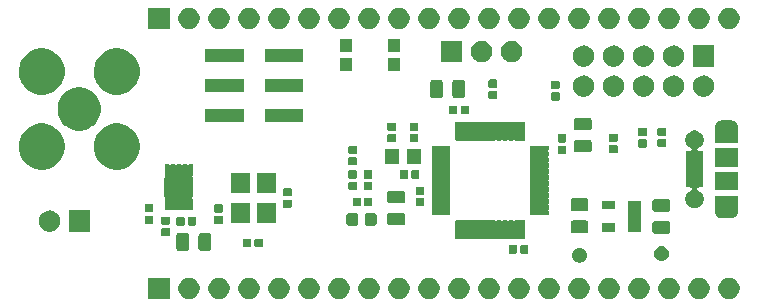
<source format=gts>
G04 #@! TF.GenerationSoftware,KiCad,Pcbnew,(5.1.5-0)*
G04 #@! TF.CreationDate,2020-02-13T07:59:00-05:00*
G04 #@! TF.ProjectId,bfunc,6266756e-632e-46b6-9963-61645f706362,rev?*
G04 #@! TF.SameCoordinates,Original*
G04 #@! TF.FileFunction,Soldermask,Top*
G04 #@! TF.FilePolarity,Negative*
%FSLAX46Y46*%
G04 Gerber Fmt 4.6, Leading zero omitted, Abs format (unit mm)*
G04 Created by KiCad (PCBNEW (5.1.5-0)) date 2020-02-13 07:59:00*
%MOMM*%
%LPD*%
G04 APERTURE LIST*
%ADD10C,0.100000*%
G04 APERTURE END LIST*
D10*
G36*
X205853512Y-82923927D02*
G01*
X206002812Y-82953624D01*
X206166784Y-83021544D01*
X206314354Y-83120147D01*
X206439853Y-83245646D01*
X206538456Y-83393216D01*
X206606376Y-83557188D01*
X206641000Y-83731259D01*
X206641000Y-83908741D01*
X206606376Y-84082812D01*
X206538456Y-84246784D01*
X206439853Y-84394354D01*
X206314354Y-84519853D01*
X206166784Y-84618456D01*
X206002812Y-84686376D01*
X205853512Y-84716073D01*
X205828742Y-84721000D01*
X205651258Y-84721000D01*
X205626488Y-84716073D01*
X205477188Y-84686376D01*
X205313216Y-84618456D01*
X205165646Y-84519853D01*
X205040147Y-84394354D01*
X204941544Y-84246784D01*
X204873624Y-84082812D01*
X204839000Y-83908741D01*
X204839000Y-83731259D01*
X204873624Y-83557188D01*
X204941544Y-83393216D01*
X205040147Y-83245646D01*
X205165646Y-83120147D01*
X205313216Y-83021544D01*
X205477188Y-82953624D01*
X205626488Y-82923927D01*
X205651258Y-82919000D01*
X205828742Y-82919000D01*
X205853512Y-82923927D01*
G37*
G36*
X203313512Y-82923927D02*
G01*
X203462812Y-82953624D01*
X203626784Y-83021544D01*
X203774354Y-83120147D01*
X203899853Y-83245646D01*
X203998456Y-83393216D01*
X204066376Y-83557188D01*
X204101000Y-83731259D01*
X204101000Y-83908741D01*
X204066376Y-84082812D01*
X203998456Y-84246784D01*
X203899853Y-84394354D01*
X203774354Y-84519853D01*
X203626784Y-84618456D01*
X203462812Y-84686376D01*
X203313512Y-84716073D01*
X203288742Y-84721000D01*
X203111258Y-84721000D01*
X203086488Y-84716073D01*
X202937188Y-84686376D01*
X202773216Y-84618456D01*
X202625646Y-84519853D01*
X202500147Y-84394354D01*
X202401544Y-84246784D01*
X202333624Y-84082812D01*
X202299000Y-83908741D01*
X202299000Y-83731259D01*
X202333624Y-83557188D01*
X202401544Y-83393216D01*
X202500147Y-83245646D01*
X202625646Y-83120147D01*
X202773216Y-83021544D01*
X202937188Y-82953624D01*
X203086488Y-82923927D01*
X203111258Y-82919000D01*
X203288742Y-82919000D01*
X203313512Y-82923927D01*
G37*
G36*
X200773512Y-82923927D02*
G01*
X200922812Y-82953624D01*
X201086784Y-83021544D01*
X201234354Y-83120147D01*
X201359853Y-83245646D01*
X201458456Y-83393216D01*
X201526376Y-83557188D01*
X201561000Y-83731259D01*
X201561000Y-83908741D01*
X201526376Y-84082812D01*
X201458456Y-84246784D01*
X201359853Y-84394354D01*
X201234354Y-84519853D01*
X201086784Y-84618456D01*
X200922812Y-84686376D01*
X200773512Y-84716073D01*
X200748742Y-84721000D01*
X200571258Y-84721000D01*
X200546488Y-84716073D01*
X200397188Y-84686376D01*
X200233216Y-84618456D01*
X200085646Y-84519853D01*
X199960147Y-84394354D01*
X199861544Y-84246784D01*
X199793624Y-84082812D01*
X199759000Y-83908741D01*
X199759000Y-83731259D01*
X199793624Y-83557188D01*
X199861544Y-83393216D01*
X199960147Y-83245646D01*
X200085646Y-83120147D01*
X200233216Y-83021544D01*
X200397188Y-82953624D01*
X200546488Y-82923927D01*
X200571258Y-82919000D01*
X200748742Y-82919000D01*
X200773512Y-82923927D01*
G37*
G36*
X198233512Y-82923927D02*
G01*
X198382812Y-82953624D01*
X198546784Y-83021544D01*
X198694354Y-83120147D01*
X198819853Y-83245646D01*
X198918456Y-83393216D01*
X198986376Y-83557188D01*
X199021000Y-83731259D01*
X199021000Y-83908741D01*
X198986376Y-84082812D01*
X198918456Y-84246784D01*
X198819853Y-84394354D01*
X198694354Y-84519853D01*
X198546784Y-84618456D01*
X198382812Y-84686376D01*
X198233512Y-84716073D01*
X198208742Y-84721000D01*
X198031258Y-84721000D01*
X198006488Y-84716073D01*
X197857188Y-84686376D01*
X197693216Y-84618456D01*
X197545646Y-84519853D01*
X197420147Y-84394354D01*
X197321544Y-84246784D01*
X197253624Y-84082812D01*
X197219000Y-83908741D01*
X197219000Y-83731259D01*
X197253624Y-83557188D01*
X197321544Y-83393216D01*
X197420147Y-83245646D01*
X197545646Y-83120147D01*
X197693216Y-83021544D01*
X197857188Y-82953624D01*
X198006488Y-82923927D01*
X198031258Y-82919000D01*
X198208742Y-82919000D01*
X198233512Y-82923927D01*
G37*
G36*
X195693512Y-82923927D02*
G01*
X195842812Y-82953624D01*
X196006784Y-83021544D01*
X196154354Y-83120147D01*
X196279853Y-83245646D01*
X196378456Y-83393216D01*
X196446376Y-83557188D01*
X196481000Y-83731259D01*
X196481000Y-83908741D01*
X196446376Y-84082812D01*
X196378456Y-84246784D01*
X196279853Y-84394354D01*
X196154354Y-84519853D01*
X196006784Y-84618456D01*
X195842812Y-84686376D01*
X195693512Y-84716073D01*
X195668742Y-84721000D01*
X195491258Y-84721000D01*
X195466488Y-84716073D01*
X195317188Y-84686376D01*
X195153216Y-84618456D01*
X195005646Y-84519853D01*
X194880147Y-84394354D01*
X194781544Y-84246784D01*
X194713624Y-84082812D01*
X194679000Y-83908741D01*
X194679000Y-83731259D01*
X194713624Y-83557188D01*
X194781544Y-83393216D01*
X194880147Y-83245646D01*
X195005646Y-83120147D01*
X195153216Y-83021544D01*
X195317188Y-82953624D01*
X195466488Y-82923927D01*
X195491258Y-82919000D01*
X195668742Y-82919000D01*
X195693512Y-82923927D01*
G37*
G36*
X193153512Y-82923927D02*
G01*
X193302812Y-82953624D01*
X193466784Y-83021544D01*
X193614354Y-83120147D01*
X193739853Y-83245646D01*
X193838456Y-83393216D01*
X193906376Y-83557188D01*
X193941000Y-83731259D01*
X193941000Y-83908741D01*
X193906376Y-84082812D01*
X193838456Y-84246784D01*
X193739853Y-84394354D01*
X193614354Y-84519853D01*
X193466784Y-84618456D01*
X193302812Y-84686376D01*
X193153512Y-84716073D01*
X193128742Y-84721000D01*
X192951258Y-84721000D01*
X192926488Y-84716073D01*
X192777188Y-84686376D01*
X192613216Y-84618456D01*
X192465646Y-84519853D01*
X192340147Y-84394354D01*
X192241544Y-84246784D01*
X192173624Y-84082812D01*
X192139000Y-83908741D01*
X192139000Y-83731259D01*
X192173624Y-83557188D01*
X192241544Y-83393216D01*
X192340147Y-83245646D01*
X192465646Y-83120147D01*
X192613216Y-83021544D01*
X192777188Y-82953624D01*
X192926488Y-82923927D01*
X192951258Y-82919000D01*
X193128742Y-82919000D01*
X193153512Y-82923927D01*
G37*
G36*
X190613512Y-82923927D02*
G01*
X190762812Y-82953624D01*
X190926784Y-83021544D01*
X191074354Y-83120147D01*
X191199853Y-83245646D01*
X191298456Y-83393216D01*
X191366376Y-83557188D01*
X191401000Y-83731259D01*
X191401000Y-83908741D01*
X191366376Y-84082812D01*
X191298456Y-84246784D01*
X191199853Y-84394354D01*
X191074354Y-84519853D01*
X190926784Y-84618456D01*
X190762812Y-84686376D01*
X190613512Y-84716073D01*
X190588742Y-84721000D01*
X190411258Y-84721000D01*
X190386488Y-84716073D01*
X190237188Y-84686376D01*
X190073216Y-84618456D01*
X189925646Y-84519853D01*
X189800147Y-84394354D01*
X189701544Y-84246784D01*
X189633624Y-84082812D01*
X189599000Y-83908741D01*
X189599000Y-83731259D01*
X189633624Y-83557188D01*
X189701544Y-83393216D01*
X189800147Y-83245646D01*
X189925646Y-83120147D01*
X190073216Y-83021544D01*
X190237188Y-82953624D01*
X190386488Y-82923927D01*
X190411258Y-82919000D01*
X190588742Y-82919000D01*
X190613512Y-82923927D01*
G37*
G36*
X188073512Y-82923927D02*
G01*
X188222812Y-82953624D01*
X188386784Y-83021544D01*
X188534354Y-83120147D01*
X188659853Y-83245646D01*
X188758456Y-83393216D01*
X188826376Y-83557188D01*
X188861000Y-83731259D01*
X188861000Y-83908741D01*
X188826376Y-84082812D01*
X188758456Y-84246784D01*
X188659853Y-84394354D01*
X188534354Y-84519853D01*
X188386784Y-84618456D01*
X188222812Y-84686376D01*
X188073512Y-84716073D01*
X188048742Y-84721000D01*
X187871258Y-84721000D01*
X187846488Y-84716073D01*
X187697188Y-84686376D01*
X187533216Y-84618456D01*
X187385646Y-84519853D01*
X187260147Y-84394354D01*
X187161544Y-84246784D01*
X187093624Y-84082812D01*
X187059000Y-83908741D01*
X187059000Y-83731259D01*
X187093624Y-83557188D01*
X187161544Y-83393216D01*
X187260147Y-83245646D01*
X187385646Y-83120147D01*
X187533216Y-83021544D01*
X187697188Y-82953624D01*
X187846488Y-82923927D01*
X187871258Y-82919000D01*
X188048742Y-82919000D01*
X188073512Y-82923927D01*
G37*
G36*
X185533512Y-82923927D02*
G01*
X185682812Y-82953624D01*
X185846784Y-83021544D01*
X185994354Y-83120147D01*
X186119853Y-83245646D01*
X186218456Y-83393216D01*
X186286376Y-83557188D01*
X186321000Y-83731259D01*
X186321000Y-83908741D01*
X186286376Y-84082812D01*
X186218456Y-84246784D01*
X186119853Y-84394354D01*
X185994354Y-84519853D01*
X185846784Y-84618456D01*
X185682812Y-84686376D01*
X185533512Y-84716073D01*
X185508742Y-84721000D01*
X185331258Y-84721000D01*
X185306488Y-84716073D01*
X185157188Y-84686376D01*
X184993216Y-84618456D01*
X184845646Y-84519853D01*
X184720147Y-84394354D01*
X184621544Y-84246784D01*
X184553624Y-84082812D01*
X184519000Y-83908741D01*
X184519000Y-83731259D01*
X184553624Y-83557188D01*
X184621544Y-83393216D01*
X184720147Y-83245646D01*
X184845646Y-83120147D01*
X184993216Y-83021544D01*
X185157188Y-82953624D01*
X185306488Y-82923927D01*
X185331258Y-82919000D01*
X185508742Y-82919000D01*
X185533512Y-82923927D01*
G37*
G36*
X182993512Y-82923927D02*
G01*
X183142812Y-82953624D01*
X183306784Y-83021544D01*
X183454354Y-83120147D01*
X183579853Y-83245646D01*
X183678456Y-83393216D01*
X183746376Y-83557188D01*
X183781000Y-83731259D01*
X183781000Y-83908741D01*
X183746376Y-84082812D01*
X183678456Y-84246784D01*
X183579853Y-84394354D01*
X183454354Y-84519853D01*
X183306784Y-84618456D01*
X183142812Y-84686376D01*
X182993512Y-84716073D01*
X182968742Y-84721000D01*
X182791258Y-84721000D01*
X182766488Y-84716073D01*
X182617188Y-84686376D01*
X182453216Y-84618456D01*
X182305646Y-84519853D01*
X182180147Y-84394354D01*
X182081544Y-84246784D01*
X182013624Y-84082812D01*
X181979000Y-83908741D01*
X181979000Y-83731259D01*
X182013624Y-83557188D01*
X182081544Y-83393216D01*
X182180147Y-83245646D01*
X182305646Y-83120147D01*
X182453216Y-83021544D01*
X182617188Y-82953624D01*
X182766488Y-82923927D01*
X182791258Y-82919000D01*
X182968742Y-82919000D01*
X182993512Y-82923927D01*
G37*
G36*
X180453512Y-82923927D02*
G01*
X180602812Y-82953624D01*
X180766784Y-83021544D01*
X180914354Y-83120147D01*
X181039853Y-83245646D01*
X181138456Y-83393216D01*
X181206376Y-83557188D01*
X181241000Y-83731259D01*
X181241000Y-83908741D01*
X181206376Y-84082812D01*
X181138456Y-84246784D01*
X181039853Y-84394354D01*
X180914354Y-84519853D01*
X180766784Y-84618456D01*
X180602812Y-84686376D01*
X180453512Y-84716073D01*
X180428742Y-84721000D01*
X180251258Y-84721000D01*
X180226488Y-84716073D01*
X180077188Y-84686376D01*
X179913216Y-84618456D01*
X179765646Y-84519853D01*
X179640147Y-84394354D01*
X179541544Y-84246784D01*
X179473624Y-84082812D01*
X179439000Y-83908741D01*
X179439000Y-83731259D01*
X179473624Y-83557188D01*
X179541544Y-83393216D01*
X179640147Y-83245646D01*
X179765646Y-83120147D01*
X179913216Y-83021544D01*
X180077188Y-82953624D01*
X180226488Y-82923927D01*
X180251258Y-82919000D01*
X180428742Y-82919000D01*
X180453512Y-82923927D01*
G37*
G36*
X177913512Y-82923927D02*
G01*
X178062812Y-82953624D01*
X178226784Y-83021544D01*
X178374354Y-83120147D01*
X178499853Y-83245646D01*
X178598456Y-83393216D01*
X178666376Y-83557188D01*
X178701000Y-83731259D01*
X178701000Y-83908741D01*
X178666376Y-84082812D01*
X178598456Y-84246784D01*
X178499853Y-84394354D01*
X178374354Y-84519853D01*
X178226784Y-84618456D01*
X178062812Y-84686376D01*
X177913512Y-84716073D01*
X177888742Y-84721000D01*
X177711258Y-84721000D01*
X177686488Y-84716073D01*
X177537188Y-84686376D01*
X177373216Y-84618456D01*
X177225646Y-84519853D01*
X177100147Y-84394354D01*
X177001544Y-84246784D01*
X176933624Y-84082812D01*
X176899000Y-83908741D01*
X176899000Y-83731259D01*
X176933624Y-83557188D01*
X177001544Y-83393216D01*
X177100147Y-83245646D01*
X177225646Y-83120147D01*
X177373216Y-83021544D01*
X177537188Y-82953624D01*
X177686488Y-82923927D01*
X177711258Y-82919000D01*
X177888742Y-82919000D01*
X177913512Y-82923927D01*
G37*
G36*
X175373512Y-82923927D02*
G01*
X175522812Y-82953624D01*
X175686784Y-83021544D01*
X175834354Y-83120147D01*
X175959853Y-83245646D01*
X176058456Y-83393216D01*
X176126376Y-83557188D01*
X176161000Y-83731259D01*
X176161000Y-83908741D01*
X176126376Y-84082812D01*
X176058456Y-84246784D01*
X175959853Y-84394354D01*
X175834354Y-84519853D01*
X175686784Y-84618456D01*
X175522812Y-84686376D01*
X175373512Y-84716073D01*
X175348742Y-84721000D01*
X175171258Y-84721000D01*
X175146488Y-84716073D01*
X174997188Y-84686376D01*
X174833216Y-84618456D01*
X174685646Y-84519853D01*
X174560147Y-84394354D01*
X174461544Y-84246784D01*
X174393624Y-84082812D01*
X174359000Y-83908741D01*
X174359000Y-83731259D01*
X174393624Y-83557188D01*
X174461544Y-83393216D01*
X174560147Y-83245646D01*
X174685646Y-83120147D01*
X174833216Y-83021544D01*
X174997188Y-82953624D01*
X175146488Y-82923927D01*
X175171258Y-82919000D01*
X175348742Y-82919000D01*
X175373512Y-82923927D01*
G37*
G36*
X172833512Y-82923927D02*
G01*
X172982812Y-82953624D01*
X173146784Y-83021544D01*
X173294354Y-83120147D01*
X173419853Y-83245646D01*
X173518456Y-83393216D01*
X173586376Y-83557188D01*
X173621000Y-83731259D01*
X173621000Y-83908741D01*
X173586376Y-84082812D01*
X173518456Y-84246784D01*
X173419853Y-84394354D01*
X173294354Y-84519853D01*
X173146784Y-84618456D01*
X172982812Y-84686376D01*
X172833512Y-84716073D01*
X172808742Y-84721000D01*
X172631258Y-84721000D01*
X172606488Y-84716073D01*
X172457188Y-84686376D01*
X172293216Y-84618456D01*
X172145646Y-84519853D01*
X172020147Y-84394354D01*
X171921544Y-84246784D01*
X171853624Y-84082812D01*
X171819000Y-83908741D01*
X171819000Y-83731259D01*
X171853624Y-83557188D01*
X171921544Y-83393216D01*
X172020147Y-83245646D01*
X172145646Y-83120147D01*
X172293216Y-83021544D01*
X172457188Y-82953624D01*
X172606488Y-82923927D01*
X172631258Y-82919000D01*
X172808742Y-82919000D01*
X172833512Y-82923927D01*
G37*
G36*
X170293512Y-82923927D02*
G01*
X170442812Y-82953624D01*
X170606784Y-83021544D01*
X170754354Y-83120147D01*
X170879853Y-83245646D01*
X170978456Y-83393216D01*
X171046376Y-83557188D01*
X171081000Y-83731259D01*
X171081000Y-83908741D01*
X171046376Y-84082812D01*
X170978456Y-84246784D01*
X170879853Y-84394354D01*
X170754354Y-84519853D01*
X170606784Y-84618456D01*
X170442812Y-84686376D01*
X170293512Y-84716073D01*
X170268742Y-84721000D01*
X170091258Y-84721000D01*
X170066488Y-84716073D01*
X169917188Y-84686376D01*
X169753216Y-84618456D01*
X169605646Y-84519853D01*
X169480147Y-84394354D01*
X169381544Y-84246784D01*
X169313624Y-84082812D01*
X169279000Y-83908741D01*
X169279000Y-83731259D01*
X169313624Y-83557188D01*
X169381544Y-83393216D01*
X169480147Y-83245646D01*
X169605646Y-83120147D01*
X169753216Y-83021544D01*
X169917188Y-82953624D01*
X170066488Y-82923927D01*
X170091258Y-82919000D01*
X170268742Y-82919000D01*
X170293512Y-82923927D01*
G37*
G36*
X167753512Y-82923927D02*
G01*
X167902812Y-82953624D01*
X168066784Y-83021544D01*
X168214354Y-83120147D01*
X168339853Y-83245646D01*
X168438456Y-83393216D01*
X168506376Y-83557188D01*
X168541000Y-83731259D01*
X168541000Y-83908741D01*
X168506376Y-84082812D01*
X168438456Y-84246784D01*
X168339853Y-84394354D01*
X168214354Y-84519853D01*
X168066784Y-84618456D01*
X167902812Y-84686376D01*
X167753512Y-84716073D01*
X167728742Y-84721000D01*
X167551258Y-84721000D01*
X167526488Y-84716073D01*
X167377188Y-84686376D01*
X167213216Y-84618456D01*
X167065646Y-84519853D01*
X166940147Y-84394354D01*
X166841544Y-84246784D01*
X166773624Y-84082812D01*
X166739000Y-83908741D01*
X166739000Y-83731259D01*
X166773624Y-83557188D01*
X166841544Y-83393216D01*
X166940147Y-83245646D01*
X167065646Y-83120147D01*
X167213216Y-83021544D01*
X167377188Y-82953624D01*
X167526488Y-82923927D01*
X167551258Y-82919000D01*
X167728742Y-82919000D01*
X167753512Y-82923927D01*
G37*
G36*
X165213512Y-82923927D02*
G01*
X165362812Y-82953624D01*
X165526784Y-83021544D01*
X165674354Y-83120147D01*
X165799853Y-83245646D01*
X165898456Y-83393216D01*
X165966376Y-83557188D01*
X166001000Y-83731259D01*
X166001000Y-83908741D01*
X165966376Y-84082812D01*
X165898456Y-84246784D01*
X165799853Y-84394354D01*
X165674354Y-84519853D01*
X165526784Y-84618456D01*
X165362812Y-84686376D01*
X165213512Y-84716073D01*
X165188742Y-84721000D01*
X165011258Y-84721000D01*
X164986488Y-84716073D01*
X164837188Y-84686376D01*
X164673216Y-84618456D01*
X164525646Y-84519853D01*
X164400147Y-84394354D01*
X164301544Y-84246784D01*
X164233624Y-84082812D01*
X164199000Y-83908741D01*
X164199000Y-83731259D01*
X164233624Y-83557188D01*
X164301544Y-83393216D01*
X164400147Y-83245646D01*
X164525646Y-83120147D01*
X164673216Y-83021544D01*
X164837188Y-82953624D01*
X164986488Y-82923927D01*
X165011258Y-82919000D01*
X165188742Y-82919000D01*
X165213512Y-82923927D01*
G37*
G36*
X162673512Y-82923927D02*
G01*
X162822812Y-82953624D01*
X162986784Y-83021544D01*
X163134354Y-83120147D01*
X163259853Y-83245646D01*
X163358456Y-83393216D01*
X163426376Y-83557188D01*
X163461000Y-83731259D01*
X163461000Y-83908741D01*
X163426376Y-84082812D01*
X163358456Y-84246784D01*
X163259853Y-84394354D01*
X163134354Y-84519853D01*
X162986784Y-84618456D01*
X162822812Y-84686376D01*
X162673512Y-84716073D01*
X162648742Y-84721000D01*
X162471258Y-84721000D01*
X162446488Y-84716073D01*
X162297188Y-84686376D01*
X162133216Y-84618456D01*
X161985646Y-84519853D01*
X161860147Y-84394354D01*
X161761544Y-84246784D01*
X161693624Y-84082812D01*
X161659000Y-83908741D01*
X161659000Y-83731259D01*
X161693624Y-83557188D01*
X161761544Y-83393216D01*
X161860147Y-83245646D01*
X161985646Y-83120147D01*
X162133216Y-83021544D01*
X162297188Y-82953624D01*
X162446488Y-82923927D01*
X162471258Y-82919000D01*
X162648742Y-82919000D01*
X162673512Y-82923927D01*
G37*
G36*
X160133512Y-82923927D02*
G01*
X160282812Y-82953624D01*
X160446784Y-83021544D01*
X160594354Y-83120147D01*
X160719853Y-83245646D01*
X160818456Y-83393216D01*
X160886376Y-83557188D01*
X160921000Y-83731259D01*
X160921000Y-83908741D01*
X160886376Y-84082812D01*
X160818456Y-84246784D01*
X160719853Y-84394354D01*
X160594354Y-84519853D01*
X160446784Y-84618456D01*
X160282812Y-84686376D01*
X160133512Y-84716073D01*
X160108742Y-84721000D01*
X159931258Y-84721000D01*
X159906488Y-84716073D01*
X159757188Y-84686376D01*
X159593216Y-84618456D01*
X159445646Y-84519853D01*
X159320147Y-84394354D01*
X159221544Y-84246784D01*
X159153624Y-84082812D01*
X159119000Y-83908741D01*
X159119000Y-83731259D01*
X159153624Y-83557188D01*
X159221544Y-83393216D01*
X159320147Y-83245646D01*
X159445646Y-83120147D01*
X159593216Y-83021544D01*
X159757188Y-82953624D01*
X159906488Y-82923927D01*
X159931258Y-82919000D01*
X160108742Y-82919000D01*
X160133512Y-82923927D01*
G37*
G36*
X158381000Y-84721000D02*
G01*
X156579000Y-84721000D01*
X156579000Y-82919000D01*
X158381000Y-82919000D01*
X158381000Y-84721000D01*
G37*
G36*
X193202084Y-80392601D02*
G01*
X193262217Y-80404562D01*
X193289907Y-80416032D01*
X193375506Y-80451488D01*
X193477458Y-80519610D01*
X193564170Y-80606322D01*
X193632292Y-80708274D01*
X193654629Y-80762200D01*
X193679218Y-80821563D01*
X193689950Y-80875516D01*
X193703140Y-80941828D01*
X193703140Y-81064452D01*
X193679218Y-81184716D01*
X193632292Y-81298006D01*
X193564170Y-81399958D01*
X193477458Y-81486670D01*
X193375506Y-81554792D01*
X193299979Y-81586076D01*
X193262217Y-81601718D01*
X193202084Y-81613679D01*
X193141952Y-81625640D01*
X193019328Y-81625640D01*
X192959196Y-81613679D01*
X192899063Y-81601718D01*
X192861301Y-81586076D01*
X192785774Y-81554792D01*
X192683822Y-81486670D01*
X192597110Y-81399958D01*
X192528988Y-81298006D01*
X192482062Y-81184716D01*
X192458140Y-81064452D01*
X192458140Y-80941828D01*
X192471330Y-80875516D01*
X192482062Y-80821563D01*
X192506651Y-80762200D01*
X192528988Y-80708274D01*
X192597110Y-80606322D01*
X192683822Y-80519610D01*
X192785774Y-80451488D01*
X192871373Y-80416032D01*
X192899063Y-80404562D01*
X192959196Y-80392601D01*
X193019328Y-80380640D01*
X193141952Y-80380640D01*
X193202084Y-80392601D01*
G37*
G36*
X200112635Y-80243636D02*
G01*
X200206577Y-80262322D01*
X200239813Y-80276089D01*
X200319866Y-80309248D01*
X200421818Y-80377370D01*
X200508530Y-80464082D01*
X200576652Y-80566034D01*
X200623578Y-80679324D01*
X200647500Y-80799588D01*
X200647500Y-80922212D01*
X200623578Y-81042476D01*
X200576652Y-81155766D01*
X200508530Y-81257718D01*
X200421818Y-81344430D01*
X200319866Y-81412552D01*
X200244339Y-81443836D01*
X200206577Y-81459478D01*
X200146444Y-81471439D01*
X200086312Y-81483400D01*
X199963688Y-81483400D01*
X199903556Y-81471439D01*
X199843423Y-81459478D01*
X199805661Y-81443836D01*
X199730134Y-81412552D01*
X199628182Y-81344430D01*
X199541470Y-81257718D01*
X199473348Y-81155766D01*
X199426422Y-81042476D01*
X199402500Y-80922212D01*
X199402500Y-80799588D01*
X199426422Y-80679324D01*
X199473348Y-80566034D01*
X199541470Y-80464082D01*
X199628182Y-80377370D01*
X199730134Y-80309248D01*
X199810187Y-80276089D01*
X199843423Y-80262322D01*
X199937365Y-80243636D01*
X199963688Y-80238400D01*
X200086312Y-80238400D01*
X200112635Y-80243636D01*
G37*
G36*
X187688618Y-80139556D02*
G01*
X187709237Y-80145811D01*
X187728233Y-80155964D01*
X187744888Y-80169632D01*
X187758556Y-80186287D01*
X187768709Y-80205283D01*
X187774964Y-80225902D01*
X187777680Y-80253480D01*
X187777680Y-80762200D01*
X187774964Y-80789778D01*
X187768709Y-80810397D01*
X187758556Y-80829393D01*
X187744888Y-80846048D01*
X187728233Y-80859716D01*
X187709237Y-80869869D01*
X187688618Y-80876124D01*
X187661040Y-80878840D01*
X187202320Y-80878840D01*
X187174742Y-80876124D01*
X187154123Y-80869869D01*
X187135127Y-80859716D01*
X187118472Y-80846048D01*
X187104804Y-80829393D01*
X187094651Y-80810397D01*
X187088396Y-80789778D01*
X187085680Y-80762200D01*
X187085680Y-80253480D01*
X187088396Y-80225902D01*
X187094651Y-80205283D01*
X187104804Y-80186287D01*
X187118472Y-80169632D01*
X187135127Y-80155964D01*
X187154123Y-80145811D01*
X187174742Y-80139556D01*
X187202320Y-80136840D01*
X187661040Y-80136840D01*
X187688618Y-80139556D01*
G37*
G36*
X188658618Y-80139556D02*
G01*
X188679237Y-80145811D01*
X188698233Y-80155964D01*
X188714888Y-80169632D01*
X188728556Y-80186287D01*
X188738709Y-80205283D01*
X188744964Y-80225902D01*
X188747680Y-80253480D01*
X188747680Y-80762200D01*
X188744964Y-80789778D01*
X188738709Y-80810397D01*
X188728556Y-80829393D01*
X188714888Y-80846048D01*
X188698233Y-80859716D01*
X188679237Y-80869869D01*
X188658618Y-80876124D01*
X188631040Y-80878840D01*
X188172320Y-80878840D01*
X188144742Y-80876124D01*
X188124123Y-80869869D01*
X188105127Y-80859716D01*
X188088472Y-80846048D01*
X188074804Y-80829393D01*
X188064651Y-80810397D01*
X188058396Y-80789778D01*
X188055680Y-80762200D01*
X188055680Y-80253480D01*
X188058396Y-80225902D01*
X188064651Y-80205283D01*
X188074804Y-80186287D01*
X188088472Y-80169632D01*
X188105127Y-80155964D01*
X188124123Y-80145811D01*
X188144742Y-80139556D01*
X188172320Y-80136840D01*
X188631040Y-80136840D01*
X188658618Y-80139556D01*
G37*
G36*
X159853488Y-79131485D02*
G01*
X159892158Y-79143216D01*
X159927797Y-79162266D01*
X159959037Y-79187903D01*
X159984674Y-79219143D01*
X160003724Y-79254782D01*
X160015455Y-79293452D01*
X160020020Y-79339808D01*
X160020020Y-80416032D01*
X160015455Y-80462388D01*
X160003724Y-80501058D01*
X159984674Y-80536697D01*
X159959037Y-80567937D01*
X159927797Y-80593574D01*
X159892158Y-80612624D01*
X159853488Y-80624355D01*
X159807132Y-80628920D01*
X159155908Y-80628920D01*
X159109552Y-80624355D01*
X159070882Y-80612624D01*
X159035243Y-80593574D01*
X159004003Y-80567937D01*
X158978366Y-80536697D01*
X158959316Y-80501058D01*
X158947585Y-80462388D01*
X158943020Y-80416032D01*
X158943020Y-79339808D01*
X158947585Y-79293452D01*
X158959316Y-79254782D01*
X158978366Y-79219143D01*
X159004003Y-79187903D01*
X159035243Y-79162266D01*
X159070882Y-79143216D01*
X159109552Y-79131485D01*
X159155908Y-79126920D01*
X159807132Y-79126920D01*
X159853488Y-79131485D01*
G37*
G36*
X161728488Y-79131485D02*
G01*
X161767158Y-79143216D01*
X161802797Y-79162266D01*
X161834037Y-79187903D01*
X161859674Y-79219143D01*
X161878724Y-79254782D01*
X161890455Y-79293452D01*
X161895020Y-79339808D01*
X161895020Y-80416032D01*
X161890455Y-80462388D01*
X161878724Y-80501058D01*
X161859674Y-80536697D01*
X161834037Y-80567937D01*
X161802797Y-80593574D01*
X161767158Y-80612624D01*
X161728488Y-80624355D01*
X161682132Y-80628920D01*
X161030908Y-80628920D01*
X160984552Y-80624355D01*
X160945882Y-80612624D01*
X160910243Y-80593574D01*
X160879003Y-80567937D01*
X160853366Y-80536697D01*
X160834316Y-80501058D01*
X160822585Y-80462388D01*
X160818020Y-80416032D01*
X160818020Y-79339808D01*
X160822585Y-79293452D01*
X160834316Y-79254782D01*
X160853366Y-79219143D01*
X160879003Y-79187903D01*
X160910243Y-79162266D01*
X160945882Y-79143216D01*
X160984552Y-79131485D01*
X161030908Y-79126920D01*
X161682132Y-79126920D01*
X161728488Y-79131485D01*
G37*
G36*
X165191978Y-79606156D02*
G01*
X165212597Y-79612411D01*
X165231593Y-79622564D01*
X165248248Y-79636232D01*
X165261916Y-79652887D01*
X165272069Y-79671883D01*
X165278324Y-79692502D01*
X165281040Y-79720080D01*
X165281040Y-80228800D01*
X165278324Y-80256378D01*
X165272069Y-80276997D01*
X165261916Y-80295993D01*
X165248248Y-80312648D01*
X165231593Y-80326316D01*
X165212597Y-80336469D01*
X165191978Y-80342724D01*
X165164400Y-80345440D01*
X164705680Y-80345440D01*
X164678102Y-80342724D01*
X164657483Y-80336469D01*
X164638487Y-80326316D01*
X164621832Y-80312648D01*
X164608164Y-80295993D01*
X164598011Y-80276997D01*
X164591756Y-80256378D01*
X164589040Y-80228800D01*
X164589040Y-79720080D01*
X164591756Y-79692502D01*
X164598011Y-79671883D01*
X164608164Y-79652887D01*
X164621832Y-79636232D01*
X164638487Y-79622564D01*
X164657483Y-79612411D01*
X164678102Y-79606156D01*
X164705680Y-79603440D01*
X165164400Y-79603440D01*
X165191978Y-79606156D01*
G37*
G36*
X166161978Y-79606156D02*
G01*
X166182597Y-79612411D01*
X166201593Y-79622564D01*
X166218248Y-79636232D01*
X166231916Y-79652887D01*
X166242069Y-79671883D01*
X166248324Y-79692502D01*
X166251040Y-79720080D01*
X166251040Y-80228800D01*
X166248324Y-80256378D01*
X166242069Y-80276997D01*
X166231916Y-80295993D01*
X166218248Y-80312648D01*
X166201593Y-80326316D01*
X166182597Y-80336469D01*
X166161978Y-80342724D01*
X166134400Y-80345440D01*
X165675680Y-80345440D01*
X165648102Y-80342724D01*
X165627483Y-80336469D01*
X165608487Y-80326316D01*
X165591832Y-80312648D01*
X165578164Y-80295993D01*
X165568011Y-80276997D01*
X165561756Y-80256378D01*
X165559040Y-80228800D01*
X165559040Y-79720080D01*
X165561756Y-79692502D01*
X165568011Y-79671883D01*
X165578164Y-79652887D01*
X165591832Y-79636232D01*
X165608487Y-79622564D01*
X165627483Y-79612411D01*
X165648102Y-79606156D01*
X165675680Y-79603440D01*
X166134400Y-79603440D01*
X166161978Y-79606156D01*
G37*
G36*
X182938795Y-78051323D02*
G01*
X182945809Y-78053451D01*
X182959577Y-78060810D01*
X182982216Y-78070187D01*
X183006249Y-78074967D01*
X183030753Y-78074967D01*
X183054786Y-78070186D01*
X183077423Y-78060810D01*
X183091191Y-78053451D01*
X183098205Y-78051323D01*
X183111640Y-78050000D01*
X183425360Y-78050000D01*
X183438795Y-78051323D01*
X183445809Y-78053451D01*
X183459577Y-78060810D01*
X183482216Y-78070187D01*
X183506249Y-78074967D01*
X183530753Y-78074967D01*
X183554786Y-78070186D01*
X183577423Y-78060810D01*
X183591191Y-78053451D01*
X183598205Y-78051323D01*
X183611640Y-78050000D01*
X183925360Y-78050000D01*
X183938795Y-78051323D01*
X183945809Y-78053451D01*
X183959577Y-78060810D01*
X183982216Y-78070187D01*
X184006249Y-78074967D01*
X184030753Y-78074967D01*
X184054786Y-78070186D01*
X184077423Y-78060810D01*
X184091191Y-78053451D01*
X184098205Y-78051323D01*
X184111640Y-78050000D01*
X184425360Y-78050000D01*
X184438795Y-78051323D01*
X184445809Y-78053451D01*
X184459577Y-78060810D01*
X184482216Y-78070187D01*
X184506249Y-78074967D01*
X184530753Y-78074967D01*
X184554786Y-78070186D01*
X184577423Y-78060810D01*
X184591191Y-78053451D01*
X184598205Y-78051323D01*
X184611640Y-78050000D01*
X184925360Y-78050000D01*
X184938795Y-78051323D01*
X184945809Y-78053451D01*
X184959577Y-78060810D01*
X184982216Y-78070187D01*
X185006249Y-78074967D01*
X185030753Y-78074967D01*
X185054786Y-78070186D01*
X185077423Y-78060810D01*
X185091191Y-78053451D01*
X185098205Y-78051323D01*
X185111640Y-78050000D01*
X185425360Y-78050000D01*
X185438795Y-78051323D01*
X185445809Y-78053451D01*
X185459577Y-78060810D01*
X185482216Y-78070187D01*
X185506249Y-78074967D01*
X185530753Y-78074967D01*
X185554786Y-78070186D01*
X185577423Y-78060810D01*
X185591191Y-78053451D01*
X185598205Y-78051323D01*
X185611640Y-78050000D01*
X185925360Y-78050000D01*
X185938795Y-78051323D01*
X185945809Y-78053451D01*
X185959577Y-78060810D01*
X185982216Y-78070187D01*
X186006249Y-78074967D01*
X186030753Y-78074967D01*
X186054786Y-78070186D01*
X186077423Y-78060810D01*
X186091191Y-78053451D01*
X186098205Y-78051323D01*
X186111640Y-78050000D01*
X186425360Y-78050000D01*
X186438795Y-78051323D01*
X186445809Y-78053451D01*
X186459577Y-78060810D01*
X186482216Y-78070187D01*
X186506249Y-78074967D01*
X186530753Y-78074967D01*
X186554786Y-78070186D01*
X186577423Y-78060810D01*
X186591191Y-78053451D01*
X186598205Y-78051323D01*
X186611640Y-78050000D01*
X186925360Y-78050000D01*
X186938795Y-78051323D01*
X186945809Y-78053451D01*
X186959577Y-78060810D01*
X186982216Y-78070187D01*
X187006249Y-78074967D01*
X187030753Y-78074967D01*
X187054786Y-78070186D01*
X187077423Y-78060810D01*
X187091191Y-78053451D01*
X187098205Y-78051323D01*
X187111640Y-78050000D01*
X187425360Y-78050000D01*
X187438795Y-78051323D01*
X187445809Y-78053451D01*
X187459577Y-78060810D01*
X187482216Y-78070187D01*
X187506249Y-78074967D01*
X187530753Y-78074967D01*
X187554786Y-78070186D01*
X187577423Y-78060810D01*
X187591191Y-78053451D01*
X187598205Y-78051323D01*
X187611640Y-78050000D01*
X187925360Y-78050000D01*
X187938795Y-78051323D01*
X187945809Y-78053451D01*
X187959577Y-78060810D01*
X187982216Y-78070187D01*
X188006249Y-78074967D01*
X188030753Y-78074967D01*
X188054786Y-78070186D01*
X188077423Y-78060810D01*
X188091191Y-78053451D01*
X188098205Y-78051323D01*
X188111640Y-78050000D01*
X188425360Y-78050000D01*
X188438795Y-78051323D01*
X188445810Y-78053451D01*
X188452276Y-78056908D01*
X188457942Y-78061558D01*
X188462592Y-78067224D01*
X188466049Y-78073690D01*
X188468177Y-78080705D01*
X188469500Y-78094140D01*
X188469500Y-79582860D01*
X188468177Y-79596295D01*
X188466049Y-79603310D01*
X188462592Y-79609776D01*
X188457942Y-79615442D01*
X188452276Y-79620092D01*
X188445810Y-79623549D01*
X188438795Y-79625677D01*
X188425360Y-79627000D01*
X188111640Y-79627000D01*
X188098205Y-79625677D01*
X188091191Y-79623549D01*
X188077423Y-79616190D01*
X188054784Y-79606813D01*
X188030751Y-79602033D01*
X188006247Y-79602033D01*
X187982214Y-79606814D01*
X187959577Y-79616190D01*
X187945809Y-79623549D01*
X187938795Y-79625677D01*
X187925360Y-79627000D01*
X187611640Y-79627000D01*
X187598205Y-79625677D01*
X187591191Y-79623549D01*
X187577423Y-79616190D01*
X187554784Y-79606813D01*
X187530751Y-79602033D01*
X187506247Y-79602033D01*
X187482214Y-79606814D01*
X187459577Y-79616190D01*
X187445809Y-79623549D01*
X187438795Y-79625677D01*
X187425360Y-79627000D01*
X187111640Y-79627000D01*
X187098205Y-79625677D01*
X187091191Y-79623549D01*
X187077423Y-79616190D01*
X187054784Y-79606813D01*
X187030751Y-79602033D01*
X187006247Y-79602033D01*
X186982214Y-79606814D01*
X186959577Y-79616190D01*
X186945809Y-79623549D01*
X186938795Y-79625677D01*
X186925360Y-79627000D01*
X186611640Y-79627000D01*
X186598205Y-79625677D01*
X186591191Y-79623549D01*
X186577423Y-79616190D01*
X186554784Y-79606813D01*
X186530751Y-79602033D01*
X186506247Y-79602033D01*
X186482214Y-79606814D01*
X186459577Y-79616190D01*
X186445809Y-79623549D01*
X186438795Y-79625677D01*
X186425360Y-79627000D01*
X186111640Y-79627000D01*
X186098205Y-79625677D01*
X186091191Y-79623549D01*
X186077423Y-79616190D01*
X186054784Y-79606813D01*
X186030751Y-79602033D01*
X186006247Y-79602033D01*
X185982214Y-79606814D01*
X185959577Y-79616190D01*
X185945809Y-79623549D01*
X185938795Y-79625677D01*
X185925360Y-79627000D01*
X185611640Y-79627000D01*
X185598205Y-79625677D01*
X185591191Y-79623549D01*
X185577423Y-79616190D01*
X185554784Y-79606813D01*
X185530751Y-79602033D01*
X185506247Y-79602033D01*
X185482214Y-79606814D01*
X185459577Y-79616190D01*
X185445809Y-79623549D01*
X185438795Y-79625677D01*
X185425360Y-79627000D01*
X185111640Y-79627000D01*
X185098205Y-79625677D01*
X185091191Y-79623549D01*
X185077423Y-79616190D01*
X185054784Y-79606813D01*
X185030751Y-79602033D01*
X185006247Y-79602033D01*
X184982214Y-79606814D01*
X184959577Y-79616190D01*
X184945809Y-79623549D01*
X184938795Y-79625677D01*
X184925360Y-79627000D01*
X184611640Y-79627000D01*
X184598205Y-79625677D01*
X184591191Y-79623549D01*
X184577423Y-79616190D01*
X184554784Y-79606813D01*
X184530751Y-79602033D01*
X184506247Y-79602033D01*
X184482214Y-79606814D01*
X184459577Y-79616190D01*
X184445809Y-79623549D01*
X184438795Y-79625677D01*
X184425360Y-79627000D01*
X184111640Y-79627000D01*
X184098205Y-79625677D01*
X184091191Y-79623549D01*
X184077423Y-79616190D01*
X184054784Y-79606813D01*
X184030751Y-79602033D01*
X184006247Y-79602033D01*
X183982214Y-79606814D01*
X183959577Y-79616190D01*
X183945809Y-79623549D01*
X183938795Y-79625677D01*
X183925360Y-79627000D01*
X183611640Y-79627000D01*
X183598205Y-79625677D01*
X183591191Y-79623549D01*
X183577423Y-79616190D01*
X183554784Y-79606813D01*
X183530751Y-79602033D01*
X183506247Y-79602033D01*
X183482214Y-79606814D01*
X183459577Y-79616190D01*
X183445809Y-79623549D01*
X183438795Y-79625677D01*
X183425360Y-79627000D01*
X183111640Y-79627000D01*
X183098205Y-79625677D01*
X183091191Y-79623549D01*
X183077423Y-79616190D01*
X183054784Y-79606813D01*
X183030751Y-79602033D01*
X183006247Y-79602033D01*
X182982214Y-79606814D01*
X182959577Y-79616190D01*
X182945809Y-79623549D01*
X182938795Y-79625677D01*
X182925360Y-79627000D01*
X182611640Y-79627000D01*
X182598205Y-79625677D01*
X182591190Y-79623549D01*
X182584724Y-79620092D01*
X182579058Y-79615442D01*
X182574408Y-79609776D01*
X182570951Y-79603310D01*
X182568823Y-79596295D01*
X182567500Y-79582860D01*
X182567500Y-78094140D01*
X182568823Y-78080705D01*
X182570951Y-78073690D01*
X182574408Y-78067224D01*
X182579058Y-78061558D01*
X182584724Y-78056908D01*
X182591190Y-78053451D01*
X182598205Y-78051323D01*
X182611640Y-78050000D01*
X182925360Y-78050000D01*
X182938795Y-78051323D01*
G37*
G36*
X158323278Y-78704056D02*
G01*
X158343897Y-78710311D01*
X158362893Y-78720464D01*
X158379548Y-78734132D01*
X158393216Y-78750787D01*
X158403369Y-78769783D01*
X158409624Y-78790402D01*
X158412340Y-78817980D01*
X158412340Y-79276700D01*
X158409624Y-79304278D01*
X158403369Y-79324897D01*
X158393216Y-79343893D01*
X158379548Y-79360548D01*
X158362893Y-79374216D01*
X158343897Y-79384369D01*
X158323278Y-79390624D01*
X158295700Y-79393340D01*
X157786980Y-79393340D01*
X157759402Y-79390624D01*
X157738783Y-79384369D01*
X157719787Y-79374216D01*
X157703132Y-79360548D01*
X157689464Y-79343893D01*
X157679311Y-79324897D01*
X157673056Y-79304278D01*
X157670340Y-79276700D01*
X157670340Y-78817980D01*
X157673056Y-78790402D01*
X157679311Y-78769783D01*
X157689464Y-78750787D01*
X157703132Y-78734132D01*
X157719787Y-78720464D01*
X157738783Y-78710311D01*
X157759402Y-78704056D01*
X157786980Y-78701340D01*
X158295700Y-78701340D01*
X158323278Y-78704056D01*
G37*
G36*
X200589148Y-78125025D02*
G01*
X200627818Y-78136756D01*
X200663457Y-78155806D01*
X200694697Y-78181443D01*
X200720334Y-78212683D01*
X200739384Y-78248322D01*
X200751115Y-78286992D01*
X200755680Y-78333348D01*
X200755680Y-78984572D01*
X200751115Y-79030928D01*
X200739384Y-79069598D01*
X200720334Y-79105237D01*
X200694697Y-79136477D01*
X200663457Y-79162114D01*
X200627818Y-79181164D01*
X200589148Y-79192895D01*
X200542792Y-79197460D01*
X199466568Y-79197460D01*
X199420212Y-79192895D01*
X199381542Y-79181164D01*
X199345903Y-79162114D01*
X199314663Y-79136477D01*
X199289026Y-79105237D01*
X199269976Y-79069598D01*
X199258245Y-79030928D01*
X199253680Y-78984572D01*
X199253680Y-78333348D01*
X199258245Y-78286992D01*
X199269976Y-78248322D01*
X199289026Y-78212683D01*
X199314663Y-78181443D01*
X199345903Y-78155806D01*
X199381542Y-78136756D01*
X199420212Y-78125025D01*
X199466568Y-78120460D01*
X200542792Y-78120460D01*
X200589148Y-78125025D01*
G37*
G36*
X193660028Y-78066365D02*
G01*
X193698698Y-78078096D01*
X193734337Y-78097146D01*
X193765577Y-78122783D01*
X193791214Y-78154023D01*
X193810264Y-78189662D01*
X193821995Y-78228332D01*
X193826560Y-78274688D01*
X193826560Y-78925912D01*
X193821995Y-78972268D01*
X193810264Y-79010938D01*
X193791214Y-79046577D01*
X193765577Y-79077817D01*
X193734337Y-79103454D01*
X193698698Y-79122504D01*
X193660028Y-79134235D01*
X193613672Y-79138800D01*
X192537448Y-79138800D01*
X192491092Y-79134235D01*
X192452422Y-79122504D01*
X192416783Y-79103454D01*
X192385543Y-79077817D01*
X192359906Y-79046577D01*
X192340856Y-79010938D01*
X192329125Y-78972268D01*
X192324560Y-78925912D01*
X192324560Y-78274688D01*
X192329125Y-78228332D01*
X192340856Y-78189662D01*
X192359906Y-78154023D01*
X192385543Y-78122783D01*
X192416783Y-78097146D01*
X192452422Y-78078096D01*
X192491092Y-78066365D01*
X192537448Y-78061800D01*
X193613672Y-78061800D01*
X193660028Y-78066365D01*
G37*
G36*
X198325440Y-79029640D02*
G01*
X197163440Y-79029640D01*
X197163440Y-76377640D01*
X198325440Y-76377640D01*
X198325440Y-79029640D01*
G37*
G36*
X196125440Y-79029640D02*
G01*
X194963440Y-79029640D01*
X194963440Y-78277640D01*
X196125440Y-78277640D01*
X196125440Y-79029640D01*
G37*
G36*
X148322512Y-77221627D02*
G01*
X148471812Y-77251324D01*
X148635784Y-77319244D01*
X148783354Y-77417847D01*
X148908853Y-77543346D01*
X149007456Y-77690916D01*
X149075376Y-77854888D01*
X149105073Y-78004188D01*
X149110000Y-78028958D01*
X149110000Y-78206442D01*
X149107850Y-78217250D01*
X149075376Y-78380512D01*
X149007456Y-78544484D01*
X148908853Y-78692054D01*
X148783354Y-78817553D01*
X148635784Y-78916156D01*
X148471812Y-78984076D01*
X148336764Y-79010938D01*
X148297742Y-79018700D01*
X148120258Y-79018700D01*
X148081236Y-79010938D01*
X147946188Y-78984076D01*
X147782216Y-78916156D01*
X147634646Y-78817553D01*
X147509147Y-78692054D01*
X147410544Y-78544484D01*
X147342624Y-78380512D01*
X147310150Y-78217250D01*
X147308000Y-78206442D01*
X147308000Y-78028958D01*
X147312927Y-78004188D01*
X147342624Y-77854888D01*
X147410544Y-77690916D01*
X147509147Y-77543346D01*
X147634646Y-77417847D01*
X147782216Y-77319244D01*
X147946188Y-77251324D01*
X148095488Y-77221627D01*
X148120258Y-77216700D01*
X148297742Y-77216700D01*
X148322512Y-77221627D01*
G37*
G36*
X151650000Y-79018700D02*
G01*
X149848000Y-79018700D01*
X149848000Y-77216700D01*
X151650000Y-77216700D01*
X151650000Y-79018700D01*
G37*
G36*
X174179591Y-77456085D02*
G01*
X174213569Y-77466393D01*
X174244890Y-77483134D01*
X174272339Y-77505661D01*
X174294866Y-77533110D01*
X174311607Y-77564431D01*
X174321915Y-77598409D01*
X174326000Y-77639890D01*
X174326000Y-78316110D01*
X174321915Y-78357591D01*
X174311607Y-78391569D01*
X174294866Y-78422890D01*
X174272339Y-78450339D01*
X174244890Y-78472866D01*
X174213569Y-78489607D01*
X174179591Y-78499915D01*
X174138110Y-78504000D01*
X173536890Y-78504000D01*
X173495409Y-78499915D01*
X173461431Y-78489607D01*
X173430110Y-78472866D01*
X173402661Y-78450339D01*
X173380134Y-78422890D01*
X173363393Y-78391569D01*
X173353085Y-78357591D01*
X173349000Y-78316110D01*
X173349000Y-77639890D01*
X173353085Y-77598409D01*
X173363393Y-77564431D01*
X173380134Y-77533110D01*
X173402661Y-77505661D01*
X173430110Y-77483134D01*
X173461431Y-77466393D01*
X173495409Y-77456085D01*
X173536890Y-77452000D01*
X174138110Y-77452000D01*
X174179591Y-77456085D01*
G37*
G36*
X175754591Y-77456085D02*
G01*
X175788569Y-77466393D01*
X175819890Y-77483134D01*
X175847339Y-77505661D01*
X175869866Y-77533110D01*
X175886607Y-77564431D01*
X175896915Y-77598409D01*
X175901000Y-77639890D01*
X175901000Y-78316110D01*
X175896915Y-78357591D01*
X175886607Y-78391569D01*
X175869866Y-78422890D01*
X175847339Y-78450339D01*
X175819890Y-78472866D01*
X175788569Y-78489607D01*
X175754591Y-78499915D01*
X175713110Y-78504000D01*
X175111890Y-78504000D01*
X175070409Y-78499915D01*
X175036431Y-78489607D01*
X175005110Y-78472866D01*
X174977661Y-78450339D01*
X174955134Y-78422890D01*
X174938393Y-78391569D01*
X174928085Y-78357591D01*
X174924000Y-78316110D01*
X174924000Y-77639890D01*
X174928085Y-77598409D01*
X174938393Y-77564431D01*
X174955134Y-77533110D01*
X174977661Y-77505661D01*
X175005110Y-77483134D01*
X175036431Y-77466393D01*
X175070409Y-77456085D01*
X175111890Y-77452000D01*
X175713110Y-77452000D01*
X175754591Y-77456085D01*
G37*
G36*
X159550498Y-77751956D02*
G01*
X159571117Y-77758211D01*
X159590113Y-77768364D01*
X159606768Y-77782032D01*
X159620436Y-77798687D01*
X159630589Y-77817683D01*
X159636844Y-77838302D01*
X159639560Y-77865880D01*
X159639560Y-78374600D01*
X159636844Y-78402178D01*
X159630589Y-78422797D01*
X159620436Y-78441793D01*
X159606768Y-78458448D01*
X159590113Y-78472116D01*
X159571117Y-78482269D01*
X159550498Y-78488524D01*
X159522920Y-78491240D01*
X159064200Y-78491240D01*
X159036622Y-78488524D01*
X159016003Y-78482269D01*
X158997007Y-78472116D01*
X158980352Y-78458448D01*
X158966684Y-78441793D01*
X158956531Y-78422797D01*
X158950276Y-78402178D01*
X158947560Y-78374600D01*
X158947560Y-77865880D01*
X158950276Y-77838302D01*
X158956531Y-77817683D01*
X158966684Y-77798687D01*
X158980352Y-77782032D01*
X158997007Y-77768364D01*
X159016003Y-77758211D01*
X159036622Y-77751956D01*
X159064200Y-77749240D01*
X159522920Y-77749240D01*
X159550498Y-77751956D01*
G37*
G36*
X160520498Y-77751956D02*
G01*
X160541117Y-77758211D01*
X160560113Y-77768364D01*
X160576768Y-77782032D01*
X160590436Y-77798687D01*
X160600589Y-77817683D01*
X160606844Y-77838302D01*
X160609560Y-77865880D01*
X160609560Y-78374600D01*
X160606844Y-78402178D01*
X160600589Y-78422797D01*
X160590436Y-78441793D01*
X160576768Y-78458448D01*
X160560113Y-78472116D01*
X160541117Y-78482269D01*
X160520498Y-78488524D01*
X160492920Y-78491240D01*
X160034200Y-78491240D01*
X160006622Y-78488524D01*
X159986003Y-78482269D01*
X159967007Y-78472116D01*
X159950352Y-78458448D01*
X159936684Y-78441793D01*
X159926531Y-78422797D01*
X159920276Y-78402178D01*
X159917560Y-78374600D01*
X159917560Y-77865880D01*
X159920276Y-77838302D01*
X159926531Y-77817683D01*
X159936684Y-77798687D01*
X159950352Y-77782032D01*
X159967007Y-77768364D01*
X159986003Y-77758211D01*
X160006622Y-77751956D01*
X160034200Y-77749240D01*
X160492920Y-77749240D01*
X160520498Y-77751956D01*
G37*
G36*
X178130468Y-77414065D02*
G01*
X178169138Y-77425796D01*
X178204777Y-77444846D01*
X178236017Y-77470483D01*
X178261654Y-77501723D01*
X178280704Y-77537362D01*
X178292435Y-77576032D01*
X178297000Y-77622388D01*
X178297000Y-78273612D01*
X178292435Y-78319968D01*
X178280704Y-78358638D01*
X178261654Y-78394277D01*
X178236017Y-78425517D01*
X178204777Y-78451154D01*
X178169138Y-78470204D01*
X178130468Y-78481935D01*
X178084112Y-78486500D01*
X177007888Y-78486500D01*
X176961532Y-78481935D01*
X176922862Y-78470204D01*
X176887223Y-78451154D01*
X176855983Y-78425517D01*
X176830346Y-78394277D01*
X176811296Y-78358638D01*
X176799565Y-78319968D01*
X176795000Y-78273612D01*
X176795000Y-77622388D01*
X176799565Y-77576032D01*
X176811296Y-77537362D01*
X176830346Y-77501723D01*
X176855983Y-77470483D01*
X176887223Y-77444846D01*
X176922862Y-77425796D01*
X176961532Y-77414065D01*
X177007888Y-77409500D01*
X178084112Y-77409500D01*
X178130468Y-77414065D01*
G37*
G36*
X158323278Y-77734056D02*
G01*
X158343897Y-77740311D01*
X158362893Y-77750464D01*
X158379548Y-77764132D01*
X158393216Y-77780787D01*
X158403369Y-77799783D01*
X158409624Y-77820402D01*
X158412340Y-77847980D01*
X158412340Y-78306700D01*
X158409624Y-78334278D01*
X158403369Y-78354897D01*
X158393216Y-78373893D01*
X158379548Y-78390548D01*
X158362893Y-78404216D01*
X158343897Y-78414369D01*
X158323278Y-78420624D01*
X158295700Y-78423340D01*
X157786980Y-78423340D01*
X157759402Y-78420624D01*
X157738783Y-78414369D01*
X157719787Y-78404216D01*
X157703132Y-78390548D01*
X157689464Y-78373893D01*
X157679311Y-78354897D01*
X157673056Y-78334278D01*
X157670340Y-78306700D01*
X157670340Y-77847980D01*
X157673056Y-77820402D01*
X157679311Y-77799783D01*
X157689464Y-77780787D01*
X157703132Y-77764132D01*
X157719787Y-77750464D01*
X157738783Y-77740311D01*
X157759402Y-77734056D01*
X157786980Y-77731340D01*
X158295700Y-77731340D01*
X158323278Y-77734056D01*
G37*
G36*
X162786058Y-77677756D02*
G01*
X162806677Y-77684011D01*
X162825673Y-77694164D01*
X162842328Y-77707832D01*
X162855996Y-77724487D01*
X162866149Y-77743483D01*
X162872404Y-77764102D01*
X162875120Y-77791680D01*
X162875120Y-78250400D01*
X162872404Y-78277978D01*
X162866149Y-78298597D01*
X162855996Y-78317593D01*
X162842328Y-78334248D01*
X162825673Y-78347916D01*
X162806677Y-78358069D01*
X162786058Y-78364324D01*
X162758480Y-78367040D01*
X162249760Y-78367040D01*
X162222182Y-78364324D01*
X162201563Y-78358069D01*
X162182567Y-78347916D01*
X162165912Y-78334248D01*
X162152244Y-78317593D01*
X162142091Y-78298597D01*
X162135836Y-78277978D01*
X162133120Y-78250400D01*
X162133120Y-77791680D01*
X162135836Y-77764102D01*
X162142091Y-77743483D01*
X162152244Y-77724487D01*
X162165912Y-77707832D01*
X162182567Y-77694164D01*
X162201563Y-77684011D01*
X162222182Y-77677756D01*
X162249760Y-77675040D01*
X162758480Y-77675040D01*
X162786058Y-77677756D01*
G37*
G36*
X156903278Y-77665056D02*
G01*
X156923897Y-77671311D01*
X156942893Y-77681464D01*
X156959548Y-77695132D01*
X156973216Y-77711787D01*
X156983369Y-77730783D01*
X156989624Y-77751402D01*
X156992340Y-77778980D01*
X156992340Y-78237700D01*
X156989624Y-78265278D01*
X156983369Y-78285897D01*
X156973216Y-78304893D01*
X156959548Y-78321548D01*
X156942893Y-78335216D01*
X156923897Y-78345369D01*
X156903278Y-78351624D01*
X156875700Y-78354340D01*
X156366980Y-78354340D01*
X156339402Y-78351624D01*
X156318783Y-78345369D01*
X156299787Y-78335216D01*
X156283132Y-78321548D01*
X156269464Y-78304893D01*
X156259311Y-78285897D01*
X156253056Y-78265278D01*
X156250340Y-78237700D01*
X156250340Y-77778980D01*
X156253056Y-77751402D01*
X156259311Y-77730783D01*
X156269464Y-77711787D01*
X156283132Y-77695132D01*
X156299787Y-77681464D01*
X156318783Y-77671311D01*
X156339402Y-77665056D01*
X156366980Y-77662340D01*
X156875700Y-77662340D01*
X156903278Y-77665056D01*
G37*
G36*
X165164040Y-78285440D02*
G01*
X163562040Y-78285440D01*
X163562040Y-76583440D01*
X165164040Y-76583440D01*
X165164040Y-78285440D01*
G37*
G36*
X167364040Y-78285440D02*
G01*
X165762040Y-78285440D01*
X165762040Y-76583440D01*
X167364040Y-76583440D01*
X167364040Y-78285440D01*
G37*
G36*
X206512400Y-77183526D02*
G01*
X206513002Y-77195778D01*
X206515549Y-77221640D01*
X206513002Y-77247502D01*
X206512400Y-77259754D01*
X206512400Y-77333046D01*
X206503443Y-77349804D01*
X206499315Y-77361341D01*
X206473984Y-77444846D01*
X206465754Y-77471976D01*
X206405306Y-77585065D01*
X206323954Y-77684194D01*
X206224825Y-77765546D01*
X206111736Y-77825994D01*
X206080926Y-77835340D01*
X205989018Y-77863220D01*
X205925255Y-77869500D01*
X205893374Y-77872640D01*
X205129426Y-77872640D01*
X205097545Y-77869500D01*
X205033782Y-77863220D01*
X204941874Y-77835340D01*
X204911064Y-77825994D01*
X204797975Y-77765546D01*
X204698846Y-77684194D01*
X204617494Y-77585065D01*
X204557046Y-77471976D01*
X204548816Y-77444846D01*
X204523487Y-77361348D01*
X204514113Y-77338715D01*
X204510400Y-77333158D01*
X204510400Y-77259754D01*
X204509798Y-77247502D01*
X204507251Y-77221640D01*
X204509798Y-77195778D01*
X204510400Y-77183526D01*
X204510400Y-75970640D01*
X206512400Y-75970640D01*
X206512400Y-77183526D01*
G37*
G36*
X182113795Y-71726323D02*
G01*
X182120810Y-71728451D01*
X182127276Y-71731908D01*
X182132942Y-71736558D01*
X182137592Y-71742224D01*
X182141049Y-71748690D01*
X182143177Y-71755705D01*
X182144500Y-71769140D01*
X182144500Y-72082860D01*
X182143177Y-72096295D01*
X182141049Y-72103309D01*
X182133690Y-72117077D01*
X182124313Y-72139716D01*
X182119533Y-72163749D01*
X182119533Y-72188253D01*
X182124314Y-72212286D01*
X182133690Y-72234923D01*
X182141049Y-72248691D01*
X182143177Y-72255705D01*
X182144500Y-72269140D01*
X182144500Y-72582860D01*
X182143177Y-72596295D01*
X182141049Y-72603309D01*
X182133690Y-72617077D01*
X182124313Y-72639716D01*
X182119533Y-72663749D01*
X182119533Y-72688253D01*
X182124314Y-72712286D01*
X182133690Y-72734923D01*
X182141049Y-72748691D01*
X182143177Y-72755705D01*
X182144500Y-72769140D01*
X182144500Y-73082860D01*
X182143177Y-73096295D01*
X182141049Y-73103309D01*
X182133690Y-73117077D01*
X182124313Y-73139716D01*
X182119533Y-73163749D01*
X182119533Y-73188253D01*
X182124314Y-73212286D01*
X182133690Y-73234923D01*
X182141049Y-73248691D01*
X182143177Y-73255705D01*
X182144500Y-73269140D01*
X182144500Y-73582860D01*
X182143177Y-73596295D01*
X182141049Y-73603309D01*
X182133690Y-73617077D01*
X182124313Y-73639716D01*
X182119533Y-73663749D01*
X182119533Y-73688253D01*
X182124314Y-73712286D01*
X182133690Y-73734923D01*
X182141049Y-73748691D01*
X182143177Y-73755705D01*
X182144500Y-73769140D01*
X182144500Y-74082860D01*
X182143177Y-74096295D01*
X182141049Y-74103309D01*
X182133690Y-74117077D01*
X182124313Y-74139716D01*
X182119533Y-74163749D01*
X182119533Y-74188253D01*
X182124314Y-74212286D01*
X182133690Y-74234923D01*
X182141049Y-74248691D01*
X182143177Y-74255705D01*
X182144500Y-74269140D01*
X182144500Y-74582860D01*
X182143177Y-74596295D01*
X182141049Y-74603309D01*
X182133690Y-74617077D01*
X182124313Y-74639716D01*
X182119533Y-74663749D01*
X182119533Y-74688253D01*
X182124314Y-74712286D01*
X182133690Y-74734923D01*
X182141049Y-74748691D01*
X182143177Y-74755705D01*
X182144500Y-74769140D01*
X182144500Y-75082860D01*
X182143177Y-75096295D01*
X182141049Y-75103309D01*
X182133690Y-75117077D01*
X182124313Y-75139716D01*
X182119533Y-75163749D01*
X182119533Y-75188253D01*
X182124314Y-75212286D01*
X182133690Y-75234923D01*
X182141049Y-75248691D01*
X182143177Y-75255705D01*
X182144500Y-75269140D01*
X182144500Y-75582860D01*
X182143177Y-75596295D01*
X182141049Y-75603309D01*
X182133690Y-75617077D01*
X182124313Y-75639716D01*
X182119533Y-75663749D01*
X182119533Y-75688253D01*
X182124314Y-75712286D01*
X182133690Y-75734923D01*
X182141049Y-75748691D01*
X182143177Y-75755705D01*
X182144500Y-75769140D01*
X182144500Y-76082860D01*
X182143177Y-76096295D01*
X182141049Y-76103309D01*
X182133690Y-76117077D01*
X182124313Y-76139716D01*
X182119533Y-76163749D01*
X182119533Y-76188253D01*
X182124314Y-76212286D01*
X182133690Y-76234923D01*
X182141049Y-76248691D01*
X182143177Y-76255705D01*
X182144500Y-76269140D01*
X182144500Y-76582860D01*
X182143177Y-76596295D01*
X182141049Y-76603309D01*
X182133690Y-76617077D01*
X182124313Y-76639716D01*
X182119533Y-76663749D01*
X182119533Y-76688253D01*
X182124314Y-76712286D01*
X182133690Y-76734923D01*
X182141049Y-76748691D01*
X182143177Y-76755705D01*
X182144500Y-76769140D01*
X182144500Y-77082860D01*
X182143177Y-77096295D01*
X182141049Y-77103309D01*
X182133690Y-77117077D01*
X182124313Y-77139716D01*
X182119533Y-77163749D01*
X182119533Y-77188253D01*
X182124314Y-77212286D01*
X182133690Y-77234923D01*
X182141049Y-77248691D01*
X182143177Y-77255705D01*
X182144500Y-77269140D01*
X182144500Y-77582860D01*
X182143177Y-77596295D01*
X182141049Y-77603310D01*
X182137592Y-77609776D01*
X182132942Y-77615442D01*
X182127276Y-77620092D01*
X182120810Y-77623549D01*
X182113795Y-77625677D01*
X182100360Y-77627000D01*
X180611640Y-77627000D01*
X180598205Y-77625677D01*
X180591190Y-77623549D01*
X180584724Y-77620092D01*
X180579058Y-77615442D01*
X180574408Y-77609776D01*
X180570951Y-77603310D01*
X180568823Y-77596295D01*
X180567500Y-77582860D01*
X180567500Y-77269140D01*
X180568823Y-77255705D01*
X180570951Y-77248691D01*
X180578310Y-77234923D01*
X180587687Y-77212284D01*
X180592467Y-77188251D01*
X180592467Y-77163747D01*
X180587686Y-77139714D01*
X180578310Y-77117077D01*
X180570951Y-77103309D01*
X180568823Y-77096295D01*
X180567500Y-77082860D01*
X180567500Y-76769140D01*
X180568823Y-76755705D01*
X180570951Y-76748691D01*
X180578310Y-76734923D01*
X180587687Y-76712284D01*
X180592467Y-76688251D01*
X180592467Y-76663747D01*
X180587686Y-76639714D01*
X180578310Y-76617077D01*
X180570951Y-76603309D01*
X180568823Y-76596295D01*
X180567500Y-76582860D01*
X180567500Y-76269140D01*
X180568823Y-76255705D01*
X180570951Y-76248691D01*
X180578310Y-76234923D01*
X180587687Y-76212284D01*
X180592467Y-76188251D01*
X180592467Y-76163747D01*
X180587686Y-76139714D01*
X180578310Y-76117077D01*
X180570951Y-76103309D01*
X180568823Y-76096295D01*
X180567500Y-76082860D01*
X180567500Y-75769140D01*
X180568823Y-75755705D01*
X180570951Y-75748691D01*
X180578310Y-75734923D01*
X180587687Y-75712284D01*
X180592467Y-75688251D01*
X180592467Y-75663747D01*
X180587686Y-75639714D01*
X180578310Y-75617077D01*
X180570951Y-75603309D01*
X180568823Y-75596295D01*
X180567500Y-75582860D01*
X180567500Y-75269140D01*
X180568823Y-75255705D01*
X180570951Y-75248691D01*
X180578310Y-75234923D01*
X180587687Y-75212284D01*
X180592467Y-75188251D01*
X180592467Y-75163747D01*
X180587686Y-75139714D01*
X180578310Y-75117077D01*
X180570951Y-75103309D01*
X180568823Y-75096295D01*
X180567500Y-75082860D01*
X180567500Y-74769140D01*
X180568823Y-74755705D01*
X180570951Y-74748691D01*
X180578310Y-74734923D01*
X180587687Y-74712284D01*
X180592467Y-74688251D01*
X180592467Y-74663747D01*
X180587686Y-74639714D01*
X180578310Y-74617077D01*
X180570951Y-74603309D01*
X180568823Y-74596295D01*
X180567500Y-74582860D01*
X180567500Y-74269140D01*
X180568823Y-74255705D01*
X180570951Y-74248691D01*
X180578310Y-74234923D01*
X180587687Y-74212284D01*
X180592467Y-74188251D01*
X180592467Y-74163747D01*
X180587686Y-74139714D01*
X180578310Y-74117077D01*
X180570951Y-74103309D01*
X180568823Y-74096295D01*
X180567500Y-74082860D01*
X180567500Y-73769140D01*
X180568823Y-73755705D01*
X180570951Y-73748691D01*
X180578310Y-73734923D01*
X180587687Y-73712284D01*
X180592467Y-73688251D01*
X180592467Y-73663747D01*
X180587686Y-73639714D01*
X180578310Y-73617077D01*
X180570951Y-73603309D01*
X180568823Y-73596295D01*
X180567500Y-73582860D01*
X180567500Y-73269140D01*
X180568823Y-73255705D01*
X180570951Y-73248691D01*
X180578310Y-73234923D01*
X180587687Y-73212284D01*
X180592467Y-73188251D01*
X180592467Y-73163747D01*
X180587686Y-73139714D01*
X180578310Y-73117077D01*
X180570951Y-73103309D01*
X180568823Y-73096295D01*
X180567500Y-73082860D01*
X180567500Y-72769140D01*
X180568823Y-72755705D01*
X180570951Y-72748691D01*
X180578310Y-72734923D01*
X180587687Y-72712284D01*
X180592467Y-72688251D01*
X180592467Y-72663747D01*
X180587686Y-72639714D01*
X180578310Y-72617077D01*
X180570951Y-72603309D01*
X180568823Y-72596295D01*
X180567500Y-72582860D01*
X180567500Y-72269140D01*
X180568823Y-72255705D01*
X180570951Y-72248691D01*
X180578310Y-72234923D01*
X180587687Y-72212284D01*
X180592467Y-72188251D01*
X180592467Y-72163747D01*
X180587686Y-72139714D01*
X180578310Y-72117077D01*
X180570951Y-72103309D01*
X180568823Y-72096295D01*
X180567500Y-72082860D01*
X180567500Y-71769140D01*
X180568823Y-71755705D01*
X180570951Y-71748690D01*
X180574408Y-71742224D01*
X180579058Y-71736558D01*
X180584724Y-71731908D01*
X180591190Y-71728451D01*
X180598205Y-71726323D01*
X180611640Y-71725000D01*
X182100360Y-71725000D01*
X182113795Y-71726323D01*
G37*
G36*
X190438795Y-71726323D02*
G01*
X190445810Y-71728451D01*
X190452276Y-71731908D01*
X190457942Y-71736558D01*
X190462592Y-71742224D01*
X190466049Y-71748690D01*
X190468177Y-71755705D01*
X190469500Y-71769140D01*
X190469500Y-72082860D01*
X190468177Y-72096295D01*
X190466049Y-72103309D01*
X190458690Y-72117077D01*
X190449313Y-72139716D01*
X190444533Y-72163749D01*
X190444533Y-72188253D01*
X190449314Y-72212286D01*
X190458690Y-72234923D01*
X190466049Y-72248691D01*
X190468177Y-72255705D01*
X190469500Y-72269140D01*
X190469500Y-72582860D01*
X190468177Y-72596295D01*
X190466049Y-72603309D01*
X190458690Y-72617077D01*
X190449313Y-72639716D01*
X190444533Y-72663749D01*
X190444533Y-72688253D01*
X190449314Y-72712286D01*
X190458690Y-72734923D01*
X190466049Y-72748691D01*
X190468177Y-72755705D01*
X190469500Y-72769140D01*
X190469500Y-73082860D01*
X190468177Y-73096295D01*
X190466049Y-73103309D01*
X190458690Y-73117077D01*
X190449313Y-73139716D01*
X190444533Y-73163749D01*
X190444533Y-73188253D01*
X190449314Y-73212286D01*
X190458690Y-73234923D01*
X190466049Y-73248691D01*
X190468177Y-73255705D01*
X190469500Y-73269140D01*
X190469500Y-73582860D01*
X190468177Y-73596295D01*
X190466049Y-73603309D01*
X190458690Y-73617077D01*
X190449313Y-73639716D01*
X190444533Y-73663749D01*
X190444533Y-73688253D01*
X190449314Y-73712286D01*
X190458690Y-73734923D01*
X190466049Y-73748691D01*
X190468177Y-73755705D01*
X190469500Y-73769140D01*
X190469500Y-74082860D01*
X190468177Y-74096295D01*
X190466049Y-74103309D01*
X190458690Y-74117077D01*
X190449313Y-74139716D01*
X190444533Y-74163749D01*
X190444533Y-74188253D01*
X190449314Y-74212286D01*
X190458690Y-74234923D01*
X190466049Y-74248691D01*
X190468177Y-74255705D01*
X190469500Y-74269140D01*
X190469500Y-74582860D01*
X190468177Y-74596295D01*
X190466049Y-74603309D01*
X190458690Y-74617077D01*
X190449313Y-74639716D01*
X190444533Y-74663749D01*
X190444533Y-74688253D01*
X190449314Y-74712286D01*
X190458690Y-74734923D01*
X190466049Y-74748691D01*
X190468177Y-74755705D01*
X190469500Y-74769140D01*
X190469500Y-75082860D01*
X190468177Y-75096295D01*
X190466049Y-75103309D01*
X190458690Y-75117077D01*
X190449313Y-75139716D01*
X190444533Y-75163749D01*
X190444533Y-75188253D01*
X190449314Y-75212286D01*
X190458690Y-75234923D01*
X190466049Y-75248691D01*
X190468177Y-75255705D01*
X190469500Y-75269140D01*
X190469500Y-75582860D01*
X190468177Y-75596295D01*
X190466049Y-75603309D01*
X190458690Y-75617077D01*
X190449313Y-75639716D01*
X190444533Y-75663749D01*
X190444533Y-75688253D01*
X190449314Y-75712286D01*
X190458690Y-75734923D01*
X190466049Y-75748691D01*
X190468177Y-75755705D01*
X190469500Y-75769140D01*
X190469500Y-76082860D01*
X190468177Y-76096295D01*
X190466049Y-76103309D01*
X190458690Y-76117077D01*
X190449313Y-76139716D01*
X190444533Y-76163749D01*
X190444533Y-76188253D01*
X190449314Y-76212286D01*
X190458690Y-76234923D01*
X190466049Y-76248691D01*
X190468177Y-76255705D01*
X190469500Y-76269140D01*
X190469500Y-76582860D01*
X190468177Y-76596295D01*
X190466049Y-76603309D01*
X190458690Y-76617077D01*
X190449313Y-76639716D01*
X190444533Y-76663749D01*
X190444533Y-76688253D01*
X190449314Y-76712286D01*
X190458690Y-76734923D01*
X190466049Y-76748691D01*
X190468177Y-76755705D01*
X190469500Y-76769140D01*
X190469500Y-77082860D01*
X190468177Y-77096295D01*
X190466049Y-77103309D01*
X190458690Y-77117077D01*
X190449313Y-77139716D01*
X190444533Y-77163749D01*
X190444533Y-77188253D01*
X190449314Y-77212286D01*
X190458690Y-77234923D01*
X190466049Y-77248691D01*
X190468177Y-77255705D01*
X190469500Y-77269140D01*
X190469500Y-77582860D01*
X190468177Y-77596295D01*
X190466049Y-77603310D01*
X190462592Y-77609776D01*
X190457942Y-77615442D01*
X190452276Y-77620092D01*
X190445810Y-77623549D01*
X190438795Y-77625677D01*
X190425360Y-77627000D01*
X188936640Y-77627000D01*
X188923205Y-77625677D01*
X188916190Y-77623549D01*
X188909724Y-77620092D01*
X188904058Y-77615442D01*
X188899408Y-77609776D01*
X188895951Y-77603310D01*
X188893823Y-77596295D01*
X188892500Y-77582860D01*
X188892500Y-77269140D01*
X188893823Y-77255705D01*
X188895951Y-77248691D01*
X188903310Y-77234923D01*
X188912687Y-77212284D01*
X188917467Y-77188251D01*
X188917467Y-77163747D01*
X188912686Y-77139714D01*
X188903310Y-77117077D01*
X188895951Y-77103309D01*
X188893823Y-77096295D01*
X188892500Y-77082860D01*
X188892500Y-76769140D01*
X188893823Y-76755705D01*
X188895951Y-76748691D01*
X188903310Y-76734923D01*
X188912687Y-76712284D01*
X188917467Y-76688251D01*
X188917467Y-76663747D01*
X188912686Y-76639714D01*
X188903310Y-76617077D01*
X188895951Y-76603309D01*
X188893823Y-76596295D01*
X188892500Y-76582860D01*
X188892500Y-76269140D01*
X188893823Y-76255705D01*
X188895951Y-76248691D01*
X188903310Y-76234923D01*
X188912687Y-76212284D01*
X188917467Y-76188251D01*
X188917467Y-76163747D01*
X188912686Y-76139714D01*
X188903310Y-76117077D01*
X188895951Y-76103309D01*
X188893823Y-76096295D01*
X188892500Y-76082860D01*
X188892500Y-75769140D01*
X188893823Y-75755705D01*
X188895951Y-75748691D01*
X188903310Y-75734923D01*
X188912687Y-75712284D01*
X188917467Y-75688251D01*
X188917467Y-75663747D01*
X188912686Y-75639714D01*
X188903310Y-75617077D01*
X188895951Y-75603309D01*
X188893823Y-75596295D01*
X188892500Y-75582860D01*
X188892500Y-75269140D01*
X188893823Y-75255705D01*
X188895951Y-75248691D01*
X188903310Y-75234923D01*
X188912687Y-75212284D01*
X188917467Y-75188251D01*
X188917467Y-75163747D01*
X188912686Y-75139714D01*
X188903310Y-75117077D01*
X188895951Y-75103309D01*
X188893823Y-75096295D01*
X188892500Y-75082860D01*
X188892500Y-74769140D01*
X188893823Y-74755705D01*
X188895951Y-74748691D01*
X188903310Y-74734923D01*
X188912687Y-74712284D01*
X188917467Y-74688251D01*
X188917467Y-74663747D01*
X188912686Y-74639714D01*
X188903310Y-74617077D01*
X188895951Y-74603309D01*
X188893823Y-74596295D01*
X188892500Y-74582860D01*
X188892500Y-74269140D01*
X188893823Y-74255705D01*
X188895951Y-74248691D01*
X188903310Y-74234923D01*
X188912687Y-74212284D01*
X188917467Y-74188251D01*
X188917467Y-74163747D01*
X188912686Y-74139714D01*
X188903310Y-74117077D01*
X188895951Y-74103309D01*
X188893823Y-74096295D01*
X188892500Y-74082860D01*
X188892500Y-73769140D01*
X188893823Y-73755705D01*
X188895951Y-73748691D01*
X188903310Y-73734923D01*
X188912687Y-73712284D01*
X188917467Y-73688251D01*
X188917467Y-73663747D01*
X188912686Y-73639714D01*
X188903310Y-73617077D01*
X188895951Y-73603309D01*
X188893823Y-73596295D01*
X188892500Y-73582860D01*
X188892500Y-73269140D01*
X188893823Y-73255705D01*
X188895951Y-73248691D01*
X188903310Y-73234923D01*
X188912687Y-73212284D01*
X188917467Y-73188251D01*
X188917467Y-73163747D01*
X188912686Y-73139714D01*
X188903310Y-73117077D01*
X188895951Y-73103309D01*
X188893823Y-73096295D01*
X188892500Y-73082860D01*
X188892500Y-72769140D01*
X188893823Y-72755705D01*
X188895951Y-72748691D01*
X188903310Y-72734923D01*
X188912687Y-72712284D01*
X188917467Y-72688251D01*
X188917467Y-72663747D01*
X188912686Y-72639714D01*
X188903310Y-72617077D01*
X188895951Y-72603309D01*
X188893823Y-72596295D01*
X188892500Y-72582860D01*
X188892500Y-72269140D01*
X188893823Y-72255705D01*
X188895951Y-72248691D01*
X188903310Y-72234923D01*
X188912687Y-72212284D01*
X188917467Y-72188251D01*
X188917467Y-72163747D01*
X188912686Y-72139714D01*
X188903310Y-72117077D01*
X188895951Y-72103309D01*
X188893823Y-72096295D01*
X188892500Y-72082860D01*
X188892500Y-71769140D01*
X188893823Y-71755705D01*
X188895951Y-71748690D01*
X188899408Y-71742224D01*
X188904058Y-71736558D01*
X188909724Y-71731908D01*
X188916190Y-71728451D01*
X188923205Y-71726323D01*
X188936640Y-71725000D01*
X190425360Y-71725000D01*
X190438795Y-71726323D01*
G37*
G36*
X162786058Y-76707756D02*
G01*
X162806677Y-76714011D01*
X162825673Y-76724164D01*
X162842328Y-76737832D01*
X162855996Y-76754487D01*
X162866149Y-76773483D01*
X162872404Y-76794102D01*
X162875120Y-76821680D01*
X162875120Y-77280400D01*
X162872404Y-77307978D01*
X162866149Y-77328597D01*
X162855996Y-77347593D01*
X162842328Y-77364248D01*
X162825673Y-77377916D01*
X162806677Y-77388069D01*
X162786058Y-77394324D01*
X162758480Y-77397040D01*
X162249760Y-77397040D01*
X162222182Y-77394324D01*
X162201563Y-77388069D01*
X162182567Y-77377916D01*
X162165912Y-77364248D01*
X162152244Y-77347593D01*
X162142091Y-77328597D01*
X162135836Y-77307978D01*
X162133120Y-77280400D01*
X162133120Y-76821680D01*
X162135836Y-76794102D01*
X162142091Y-76773483D01*
X162152244Y-76754487D01*
X162165912Y-76737832D01*
X162182567Y-76724164D01*
X162201563Y-76714011D01*
X162222182Y-76707756D01*
X162249760Y-76705040D01*
X162758480Y-76705040D01*
X162786058Y-76707756D01*
G37*
G36*
X156903278Y-76695056D02*
G01*
X156923897Y-76701311D01*
X156942893Y-76711464D01*
X156959548Y-76725132D01*
X156973216Y-76741787D01*
X156983369Y-76760783D01*
X156989624Y-76781402D01*
X156992340Y-76808980D01*
X156992340Y-77267700D01*
X156989624Y-77295278D01*
X156983369Y-77315897D01*
X156973216Y-77334893D01*
X156959548Y-77351548D01*
X156942893Y-77365216D01*
X156923897Y-77375369D01*
X156903278Y-77381624D01*
X156875700Y-77384340D01*
X156366980Y-77384340D01*
X156339402Y-77381624D01*
X156318783Y-77375369D01*
X156299787Y-77365216D01*
X156283132Y-77351548D01*
X156269464Y-77334893D01*
X156259311Y-77315897D01*
X156253056Y-77295278D01*
X156250340Y-77267700D01*
X156250340Y-76808980D01*
X156253056Y-76781402D01*
X156259311Y-76760783D01*
X156269464Y-76741787D01*
X156283132Y-76725132D01*
X156299787Y-76711464D01*
X156318783Y-76701311D01*
X156339402Y-76695056D01*
X156366980Y-76692340D01*
X156875700Y-76692340D01*
X156903278Y-76695056D01*
G37*
G36*
X200589148Y-76250025D02*
G01*
X200627818Y-76261756D01*
X200663457Y-76280806D01*
X200694697Y-76306443D01*
X200720334Y-76337683D01*
X200739384Y-76373322D01*
X200751115Y-76411992D01*
X200755680Y-76458348D01*
X200755680Y-77109572D01*
X200751115Y-77155928D01*
X200739384Y-77194598D01*
X200720334Y-77230237D01*
X200694697Y-77261477D01*
X200663457Y-77287114D01*
X200627818Y-77306164D01*
X200589148Y-77317895D01*
X200542792Y-77322460D01*
X199466568Y-77322460D01*
X199420212Y-77317895D01*
X199381542Y-77306164D01*
X199345903Y-77287114D01*
X199314663Y-77261477D01*
X199289026Y-77230237D01*
X199269976Y-77194598D01*
X199258245Y-77155928D01*
X199253680Y-77109572D01*
X199253680Y-76458348D01*
X199258245Y-76411992D01*
X199269976Y-76373322D01*
X199289026Y-76337683D01*
X199314663Y-76306443D01*
X199345903Y-76280806D01*
X199381542Y-76261756D01*
X199420212Y-76250025D01*
X199466568Y-76245460D01*
X200542792Y-76245460D01*
X200589148Y-76250025D01*
G37*
G36*
X193660028Y-76191365D02*
G01*
X193698698Y-76203096D01*
X193734337Y-76222146D01*
X193765577Y-76247783D01*
X193791214Y-76279023D01*
X193810264Y-76314662D01*
X193821995Y-76353332D01*
X193826560Y-76399688D01*
X193826560Y-77050912D01*
X193821995Y-77097268D01*
X193810264Y-77135938D01*
X193791214Y-77171577D01*
X193765577Y-77202817D01*
X193734337Y-77228454D01*
X193698698Y-77247504D01*
X193660028Y-77259235D01*
X193613672Y-77263800D01*
X192537448Y-77263800D01*
X192491092Y-77259235D01*
X192452422Y-77247504D01*
X192416783Y-77228454D01*
X192385543Y-77202817D01*
X192359906Y-77171577D01*
X192340856Y-77135938D01*
X192329125Y-77097268D01*
X192324560Y-77050912D01*
X192324560Y-76399688D01*
X192329125Y-76353332D01*
X192340856Y-76314662D01*
X192359906Y-76279023D01*
X192385543Y-76247783D01*
X192416783Y-76222146D01*
X192452422Y-76203096D01*
X192491092Y-76191365D01*
X192537448Y-76186800D01*
X193613672Y-76186800D01*
X193660028Y-76191365D01*
G37*
G36*
X158301595Y-73312423D02*
G01*
X158306269Y-73313841D01*
X158310570Y-73316140D01*
X158316942Y-73321369D01*
X158337316Y-73334983D01*
X158359955Y-73344360D01*
X158383989Y-73349140D01*
X158408493Y-73349140D01*
X158432526Y-73344359D01*
X158455165Y-73334982D01*
X158475538Y-73321369D01*
X158481910Y-73316140D01*
X158486211Y-73313841D01*
X158490885Y-73312423D01*
X158501881Y-73311340D01*
X158790599Y-73311340D01*
X158801595Y-73312423D01*
X158806269Y-73313841D01*
X158810570Y-73316140D01*
X158816942Y-73321369D01*
X158837316Y-73334983D01*
X158859955Y-73344360D01*
X158883989Y-73349140D01*
X158908493Y-73349140D01*
X158932526Y-73344359D01*
X158955165Y-73334982D01*
X158975538Y-73321369D01*
X158981910Y-73316140D01*
X158986211Y-73313841D01*
X158990885Y-73312423D01*
X159001881Y-73311340D01*
X159290599Y-73311340D01*
X159301595Y-73312423D01*
X159306269Y-73313841D01*
X159310570Y-73316140D01*
X159316942Y-73321369D01*
X159337316Y-73334983D01*
X159359955Y-73344360D01*
X159383989Y-73349140D01*
X159408493Y-73349140D01*
X159432526Y-73344359D01*
X159455165Y-73334982D01*
X159475538Y-73321369D01*
X159481910Y-73316140D01*
X159486211Y-73313841D01*
X159490885Y-73312423D01*
X159501881Y-73311340D01*
X159790599Y-73311340D01*
X159801595Y-73312423D01*
X159806269Y-73313841D01*
X159810570Y-73316140D01*
X159816942Y-73321369D01*
X159837316Y-73334983D01*
X159859955Y-73344360D01*
X159883989Y-73349140D01*
X159908493Y-73349140D01*
X159932526Y-73344359D01*
X159955165Y-73334982D01*
X159975538Y-73321369D01*
X159981910Y-73316140D01*
X159986211Y-73313841D01*
X159990885Y-73312423D01*
X160001881Y-73311340D01*
X160290599Y-73311340D01*
X160301595Y-73312423D01*
X160306269Y-73313841D01*
X160310571Y-73316140D01*
X160314344Y-73319236D01*
X160317440Y-73323009D01*
X160319739Y-73327311D01*
X160321157Y-73331985D01*
X160322240Y-73342981D01*
X160322240Y-74236699D01*
X160321157Y-74247695D01*
X160319739Y-74252369D01*
X160312603Y-74265721D01*
X160310327Y-74269127D01*
X160300952Y-74291766D01*
X160296174Y-74315800D01*
X160296176Y-74340304D01*
X160300959Y-74364337D01*
X160310338Y-74386975D01*
X160323954Y-74407348D01*
X160328915Y-74412309D01*
X160356627Y-74446077D01*
X160373082Y-74476863D01*
X160383214Y-74510261D01*
X160387240Y-74551140D01*
X160387240Y-75923540D01*
X160383214Y-75964419D01*
X160373082Y-75997817D01*
X160356627Y-76028603D01*
X160328912Y-76062375D01*
X160323943Y-76067344D01*
X160310330Y-76087719D01*
X160300954Y-76110359D01*
X160296174Y-76134392D01*
X160296175Y-76158896D01*
X160300957Y-76182929D01*
X160310335Y-76205568D01*
X160312609Y-76208972D01*
X160319739Y-76222311D01*
X160321157Y-76226985D01*
X160322240Y-76237981D01*
X160322240Y-77131699D01*
X160321157Y-77142695D01*
X160319739Y-77147369D01*
X160317440Y-77151671D01*
X160314344Y-77155444D01*
X160310571Y-77158540D01*
X160306269Y-77160839D01*
X160301595Y-77162257D01*
X160290599Y-77163340D01*
X160001881Y-77163340D01*
X159990885Y-77162257D01*
X159986211Y-77160839D01*
X159981910Y-77158540D01*
X159975538Y-77153311D01*
X159955164Y-77139697D01*
X159932525Y-77130320D01*
X159908491Y-77125540D01*
X159883987Y-77125540D01*
X159859954Y-77130321D01*
X159837315Y-77139698D01*
X159816942Y-77153311D01*
X159810570Y-77158540D01*
X159806269Y-77160839D01*
X159801595Y-77162257D01*
X159790599Y-77163340D01*
X159501881Y-77163340D01*
X159490885Y-77162257D01*
X159486211Y-77160839D01*
X159481910Y-77158540D01*
X159475538Y-77153311D01*
X159455164Y-77139697D01*
X159432525Y-77130320D01*
X159408491Y-77125540D01*
X159383987Y-77125540D01*
X159359954Y-77130321D01*
X159337315Y-77139698D01*
X159316942Y-77153311D01*
X159310570Y-77158540D01*
X159306269Y-77160839D01*
X159301595Y-77162257D01*
X159290599Y-77163340D01*
X159001881Y-77163340D01*
X158990885Y-77162257D01*
X158986211Y-77160839D01*
X158981910Y-77158540D01*
X158975538Y-77153311D01*
X158955164Y-77139697D01*
X158932525Y-77130320D01*
X158908491Y-77125540D01*
X158883987Y-77125540D01*
X158859954Y-77130321D01*
X158837315Y-77139698D01*
X158816942Y-77153311D01*
X158810570Y-77158540D01*
X158806269Y-77160839D01*
X158801595Y-77162257D01*
X158790599Y-77163340D01*
X158501881Y-77163340D01*
X158490885Y-77162257D01*
X158486211Y-77160839D01*
X158481910Y-77158540D01*
X158475538Y-77153311D01*
X158455164Y-77139697D01*
X158432525Y-77130320D01*
X158408491Y-77125540D01*
X158383987Y-77125540D01*
X158359954Y-77130321D01*
X158337315Y-77139698D01*
X158316942Y-77153311D01*
X158310570Y-77158540D01*
X158306269Y-77160839D01*
X158301595Y-77162257D01*
X158290599Y-77163340D01*
X158001881Y-77163340D01*
X157990885Y-77162257D01*
X157986211Y-77160839D01*
X157981909Y-77158540D01*
X157978136Y-77155444D01*
X157975040Y-77151671D01*
X157972741Y-77147369D01*
X157971323Y-77142695D01*
X157970240Y-77131699D01*
X157970240Y-76237981D01*
X157971323Y-76226985D01*
X157972741Y-76222311D01*
X157979877Y-76208959D01*
X157982153Y-76205553D01*
X157991528Y-76182914D01*
X157996306Y-76158880D01*
X157996304Y-76134376D01*
X157991521Y-76110343D01*
X157982142Y-76087705D01*
X157968526Y-76067332D01*
X157963565Y-76062371D01*
X157935853Y-76028603D01*
X157919398Y-75997817D01*
X157909266Y-75964419D01*
X157905240Y-75923540D01*
X157905240Y-74551140D01*
X157909266Y-74510261D01*
X157919398Y-74476863D01*
X157935853Y-74446077D01*
X157963568Y-74412305D01*
X157968537Y-74407336D01*
X157982150Y-74386961D01*
X157991526Y-74364321D01*
X157996306Y-74340288D01*
X157996305Y-74315784D01*
X157991523Y-74291751D01*
X157982145Y-74269112D01*
X157979871Y-74265708D01*
X157972741Y-74252369D01*
X157971323Y-74247695D01*
X157970240Y-74236699D01*
X157970240Y-73342981D01*
X157971323Y-73331985D01*
X157972741Y-73327311D01*
X157975040Y-73323009D01*
X157978136Y-73319236D01*
X157981909Y-73316140D01*
X157986211Y-73313841D01*
X157990885Y-73312423D01*
X158001881Y-73311340D01*
X158290599Y-73311340D01*
X158301595Y-73312423D01*
G37*
G36*
X196125440Y-77129640D02*
G01*
X194963440Y-77129640D01*
X194963440Y-76377640D01*
X196125440Y-76377640D01*
X196125440Y-77129640D01*
G37*
G36*
X203037748Y-70475460D02*
G01*
X203037750Y-70475461D01*
X203037751Y-70475461D01*
X203178974Y-70533957D01*
X203178977Y-70533959D01*
X203306069Y-70618879D01*
X203414161Y-70726971D01*
X203481590Y-70827886D01*
X203499083Y-70854066D01*
X203528050Y-70924000D01*
X203557580Y-70995292D01*
X203587400Y-71145209D01*
X203587400Y-71298071D01*
X203558279Y-71444476D01*
X203557579Y-71447991D01*
X203499083Y-71589214D01*
X203499081Y-71589217D01*
X203414161Y-71716309D01*
X203306069Y-71824401D01*
X203224851Y-71878669D01*
X203178974Y-71909323D01*
X203128672Y-71930159D01*
X203107064Y-71941708D01*
X203088122Y-71957254D01*
X203072577Y-71976196D01*
X203061026Y-71997806D01*
X203053913Y-72021255D01*
X203051511Y-72045641D01*
X203053913Y-72070027D01*
X203061026Y-72093476D01*
X203072577Y-72115087D01*
X203088123Y-72134029D01*
X203107065Y-72149574D01*
X203128675Y-72161125D01*
X203152124Y-72168238D01*
X203176510Y-72170640D01*
X203537400Y-72170640D01*
X203537400Y-75272640D01*
X203176510Y-75272640D01*
X203152124Y-75275042D01*
X203128675Y-75282155D01*
X203107064Y-75293706D01*
X203088122Y-75309251D01*
X203072577Y-75328193D01*
X203061026Y-75349804D01*
X203053913Y-75373253D01*
X203051511Y-75397639D01*
X203053913Y-75422025D01*
X203061026Y-75445474D01*
X203072577Y-75467085D01*
X203088122Y-75486027D01*
X203107064Y-75501572D01*
X203128672Y-75513121D01*
X203178974Y-75533957D01*
X203204175Y-75550796D01*
X203306069Y-75618879D01*
X203414161Y-75726971D01*
X203491393Y-75842557D01*
X203499083Y-75854066D01*
X203541718Y-75956997D01*
X203557580Y-75995292D01*
X203587400Y-76145209D01*
X203587400Y-76298071D01*
X203558181Y-76444968D01*
X203557579Y-76447991D01*
X203499083Y-76589214D01*
X203499081Y-76589217D01*
X203414161Y-76716309D01*
X203306069Y-76824401D01*
X203178977Y-76909321D01*
X203178974Y-76909323D01*
X203037751Y-76967819D01*
X203037750Y-76967819D01*
X203037748Y-76967820D01*
X202887831Y-76997640D01*
X202734969Y-76997640D01*
X202585052Y-76967820D01*
X202585050Y-76967819D01*
X202585049Y-76967819D01*
X202443826Y-76909323D01*
X202443823Y-76909321D01*
X202316731Y-76824401D01*
X202208639Y-76716309D01*
X202123719Y-76589217D01*
X202123717Y-76589214D01*
X202065221Y-76447991D01*
X202064620Y-76444968D01*
X202035400Y-76298071D01*
X202035400Y-76145209D01*
X202065220Y-75995292D01*
X202081082Y-75956997D01*
X202123717Y-75854066D01*
X202131407Y-75842557D01*
X202208639Y-75726971D01*
X202316731Y-75618879D01*
X202418625Y-75550796D01*
X202443826Y-75533957D01*
X202494128Y-75513121D01*
X202515736Y-75501572D01*
X202534678Y-75486026D01*
X202550223Y-75467084D01*
X202561774Y-75445474D01*
X202568887Y-75422025D01*
X202571289Y-75397639D01*
X202568887Y-75373253D01*
X202561774Y-75349804D01*
X202550223Y-75328193D01*
X202534677Y-75309251D01*
X202515735Y-75293706D01*
X202494125Y-75282155D01*
X202470676Y-75275042D01*
X202446290Y-75272640D01*
X202085400Y-75272640D01*
X202085400Y-72170640D01*
X202446290Y-72170640D01*
X202470676Y-72168238D01*
X202494125Y-72161125D01*
X202515736Y-72149574D01*
X202534678Y-72134029D01*
X202550223Y-72115087D01*
X202561774Y-72093476D01*
X202568887Y-72070027D01*
X202571289Y-72045641D01*
X202568887Y-72021255D01*
X202561774Y-71997806D01*
X202550223Y-71976195D01*
X202534678Y-71957253D01*
X202515736Y-71941708D01*
X202494128Y-71930159D01*
X202443826Y-71909323D01*
X202397949Y-71878669D01*
X202316731Y-71824401D01*
X202208639Y-71716309D01*
X202123719Y-71589217D01*
X202123717Y-71589214D01*
X202065221Y-71447991D01*
X202064522Y-71444476D01*
X202035400Y-71298071D01*
X202035400Y-71145209D01*
X202065220Y-70995292D01*
X202094750Y-70924000D01*
X202123717Y-70854066D01*
X202141210Y-70827886D01*
X202208639Y-70726971D01*
X202316731Y-70618879D01*
X202443823Y-70533959D01*
X202443826Y-70533957D01*
X202585049Y-70475461D01*
X202585050Y-70475461D01*
X202585052Y-70475460D01*
X202734969Y-70445640D01*
X202887831Y-70445640D01*
X203037748Y-70475460D01*
G37*
G36*
X168622978Y-76306156D02*
G01*
X168643597Y-76312411D01*
X168662593Y-76322564D01*
X168679248Y-76336232D01*
X168692916Y-76352887D01*
X168703069Y-76371883D01*
X168709324Y-76392502D01*
X168712040Y-76420080D01*
X168712040Y-76878800D01*
X168709324Y-76906378D01*
X168703069Y-76926997D01*
X168692916Y-76945993D01*
X168679248Y-76962648D01*
X168662593Y-76976316D01*
X168643597Y-76986469D01*
X168622978Y-76992724D01*
X168595400Y-76995440D01*
X168086680Y-76995440D01*
X168059102Y-76992724D01*
X168038483Y-76986469D01*
X168019487Y-76976316D01*
X168002832Y-76962648D01*
X167989164Y-76945993D01*
X167979011Y-76926997D01*
X167972756Y-76906378D01*
X167970040Y-76878800D01*
X167970040Y-76420080D01*
X167972756Y-76392502D01*
X167979011Y-76371883D01*
X167989164Y-76352887D01*
X168002832Y-76336232D01*
X168019487Y-76322564D01*
X168038483Y-76312411D01*
X168059102Y-76306156D01*
X168086680Y-76303440D01*
X168595400Y-76303440D01*
X168622978Y-76306156D01*
G37*
G36*
X179859938Y-76191716D02*
G01*
X179880557Y-76197971D01*
X179899553Y-76208124D01*
X179916208Y-76221792D01*
X179929876Y-76238447D01*
X179940029Y-76257443D01*
X179946284Y-76278062D01*
X179949000Y-76305640D01*
X179949000Y-76764360D01*
X179946284Y-76791938D01*
X179940029Y-76812557D01*
X179929876Y-76831553D01*
X179916208Y-76848208D01*
X179899553Y-76861876D01*
X179880557Y-76872029D01*
X179859938Y-76878284D01*
X179832360Y-76881000D01*
X179323640Y-76881000D01*
X179296062Y-76878284D01*
X179275443Y-76872029D01*
X179256447Y-76861876D01*
X179239792Y-76848208D01*
X179226124Y-76831553D01*
X179215971Y-76812557D01*
X179209716Y-76791938D01*
X179207000Y-76764360D01*
X179207000Y-76305640D01*
X179209716Y-76278062D01*
X179215971Y-76257443D01*
X179226124Y-76238447D01*
X179239792Y-76221792D01*
X179256447Y-76208124D01*
X179275443Y-76197971D01*
X179296062Y-76191716D01*
X179323640Y-76189000D01*
X179832360Y-76189000D01*
X179859938Y-76191716D01*
G37*
G36*
X175453438Y-76123816D02*
G01*
X175474057Y-76130071D01*
X175493053Y-76140224D01*
X175509708Y-76153892D01*
X175523376Y-76170547D01*
X175533529Y-76189543D01*
X175539784Y-76210162D01*
X175542500Y-76237740D01*
X175542500Y-76746460D01*
X175539784Y-76774038D01*
X175533529Y-76794657D01*
X175523376Y-76813653D01*
X175509708Y-76830308D01*
X175493053Y-76843976D01*
X175474057Y-76854129D01*
X175453438Y-76860384D01*
X175425860Y-76863100D01*
X174967140Y-76863100D01*
X174939562Y-76860384D01*
X174918943Y-76854129D01*
X174899947Y-76843976D01*
X174883292Y-76830308D01*
X174869624Y-76813653D01*
X174859471Y-76794657D01*
X174853216Y-76774038D01*
X174850500Y-76746460D01*
X174850500Y-76237740D01*
X174853216Y-76210162D01*
X174859471Y-76189543D01*
X174869624Y-76170547D01*
X174883292Y-76153892D01*
X174899947Y-76140224D01*
X174918943Y-76130071D01*
X174939562Y-76123816D01*
X174967140Y-76121100D01*
X175425860Y-76121100D01*
X175453438Y-76123816D01*
G37*
G36*
X174483438Y-76123816D02*
G01*
X174504057Y-76130071D01*
X174523053Y-76140224D01*
X174539708Y-76153892D01*
X174553376Y-76170547D01*
X174563529Y-76189543D01*
X174569784Y-76210162D01*
X174572500Y-76237740D01*
X174572500Y-76746460D01*
X174569784Y-76774038D01*
X174563529Y-76794657D01*
X174553376Y-76813653D01*
X174539708Y-76830308D01*
X174523053Y-76843976D01*
X174504057Y-76854129D01*
X174483438Y-76860384D01*
X174455860Y-76863100D01*
X173997140Y-76863100D01*
X173969562Y-76860384D01*
X173948943Y-76854129D01*
X173929947Y-76843976D01*
X173913292Y-76830308D01*
X173899624Y-76813653D01*
X173889471Y-76794657D01*
X173883216Y-76774038D01*
X173880500Y-76746460D01*
X173880500Y-76237740D01*
X173883216Y-76210162D01*
X173889471Y-76189543D01*
X173899624Y-76170547D01*
X173913292Y-76153892D01*
X173929947Y-76140224D01*
X173948943Y-76130071D01*
X173969562Y-76123816D01*
X173997140Y-76121100D01*
X174455860Y-76121100D01*
X174483438Y-76123816D01*
G37*
G36*
X178130468Y-75539065D02*
G01*
X178169138Y-75550796D01*
X178204777Y-75569846D01*
X178236017Y-75595483D01*
X178261654Y-75626723D01*
X178280704Y-75662362D01*
X178292435Y-75701032D01*
X178297000Y-75747388D01*
X178297000Y-76398612D01*
X178292435Y-76444968D01*
X178280704Y-76483638D01*
X178261654Y-76519277D01*
X178236017Y-76550517D01*
X178204777Y-76576154D01*
X178169138Y-76595204D01*
X178130468Y-76606935D01*
X178084112Y-76611500D01*
X177007888Y-76611500D01*
X176961532Y-76606935D01*
X176922862Y-76595204D01*
X176887223Y-76576154D01*
X176855983Y-76550517D01*
X176830346Y-76519277D01*
X176811296Y-76483638D01*
X176799565Y-76444968D01*
X176795000Y-76398612D01*
X176795000Y-75747388D01*
X176799565Y-75701032D01*
X176811296Y-75662362D01*
X176830346Y-75626723D01*
X176855983Y-75595483D01*
X176887223Y-75569846D01*
X176922862Y-75550796D01*
X176961532Y-75539065D01*
X177007888Y-75534500D01*
X178084112Y-75534500D01*
X178130468Y-75539065D01*
G37*
G36*
X168622978Y-75336156D02*
G01*
X168643597Y-75342411D01*
X168662593Y-75352564D01*
X168679248Y-75366232D01*
X168692916Y-75382887D01*
X168703069Y-75401883D01*
X168709324Y-75422502D01*
X168712040Y-75450080D01*
X168712040Y-75908800D01*
X168709324Y-75936378D01*
X168703069Y-75956997D01*
X168692916Y-75975993D01*
X168679248Y-75992648D01*
X168662593Y-76006316D01*
X168643597Y-76016469D01*
X168622978Y-76022724D01*
X168595400Y-76025440D01*
X168086680Y-76025440D01*
X168059102Y-76022724D01*
X168038483Y-76016469D01*
X168019487Y-76006316D01*
X168002832Y-75992648D01*
X167989164Y-75975993D01*
X167979011Y-75956997D01*
X167972756Y-75936378D01*
X167970040Y-75908800D01*
X167970040Y-75450080D01*
X167972756Y-75422502D01*
X167979011Y-75401883D01*
X167989164Y-75382887D01*
X168002832Y-75366232D01*
X168019487Y-75352564D01*
X168038483Y-75342411D01*
X168059102Y-75336156D01*
X168086680Y-75333440D01*
X168595400Y-75333440D01*
X168622978Y-75336156D01*
G37*
G36*
X179859938Y-75221716D02*
G01*
X179880557Y-75227971D01*
X179899553Y-75238124D01*
X179916208Y-75251792D01*
X179929876Y-75268447D01*
X179940029Y-75287443D01*
X179946284Y-75308062D01*
X179949000Y-75335640D01*
X179949000Y-75794360D01*
X179946284Y-75821938D01*
X179940029Y-75842557D01*
X179929876Y-75861553D01*
X179916208Y-75878208D01*
X179899553Y-75891876D01*
X179880557Y-75902029D01*
X179859938Y-75908284D01*
X179832360Y-75911000D01*
X179323640Y-75911000D01*
X179296062Y-75908284D01*
X179275443Y-75902029D01*
X179256447Y-75891876D01*
X179239792Y-75878208D01*
X179226124Y-75861553D01*
X179215971Y-75842557D01*
X179209716Y-75821938D01*
X179207000Y-75794360D01*
X179207000Y-75335640D01*
X179209716Y-75308062D01*
X179215971Y-75287443D01*
X179226124Y-75268447D01*
X179239792Y-75251792D01*
X179256447Y-75238124D01*
X179275443Y-75227971D01*
X179296062Y-75221716D01*
X179323640Y-75219000D01*
X179832360Y-75219000D01*
X179859938Y-75221716D01*
G37*
G36*
X165164040Y-75745440D02*
G01*
X163562040Y-75745440D01*
X163562040Y-74043440D01*
X165164040Y-74043440D01*
X165164040Y-75745440D01*
G37*
G36*
X167364040Y-75745440D02*
G01*
X165762040Y-75745440D01*
X165762040Y-74043440D01*
X167364040Y-74043440D01*
X167364040Y-75745440D01*
G37*
G36*
X206512400Y-75522640D02*
G01*
X204510400Y-75522640D01*
X204510400Y-73920640D01*
X206512400Y-73920640D01*
X206512400Y-75522640D01*
G37*
G36*
X175455578Y-74794716D02*
G01*
X175476197Y-74800971D01*
X175495193Y-74811124D01*
X175511848Y-74824792D01*
X175525516Y-74841447D01*
X175535669Y-74860443D01*
X175541924Y-74881062D01*
X175544640Y-74908640D01*
X175544640Y-75367360D01*
X175541924Y-75394938D01*
X175535669Y-75415557D01*
X175525516Y-75434553D01*
X175511848Y-75451208D01*
X175495193Y-75464876D01*
X175476197Y-75475029D01*
X175455578Y-75481284D01*
X175428000Y-75484000D01*
X174919280Y-75484000D01*
X174891702Y-75481284D01*
X174871083Y-75475029D01*
X174852087Y-75464876D01*
X174835432Y-75451208D01*
X174821764Y-75434553D01*
X174811611Y-75415557D01*
X174805356Y-75394938D01*
X174802640Y-75367360D01*
X174802640Y-74908640D01*
X174805356Y-74881062D01*
X174811611Y-74860443D01*
X174821764Y-74841447D01*
X174835432Y-74824792D01*
X174852087Y-74811124D01*
X174871083Y-74800971D01*
X174891702Y-74794716D01*
X174919280Y-74792000D01*
X175428000Y-74792000D01*
X175455578Y-74794716D01*
G37*
G36*
X174160178Y-74794716D02*
G01*
X174180797Y-74800971D01*
X174199793Y-74811124D01*
X174216448Y-74824792D01*
X174230116Y-74841447D01*
X174240269Y-74860443D01*
X174246524Y-74881062D01*
X174249240Y-74908640D01*
X174249240Y-75367360D01*
X174246524Y-75394938D01*
X174240269Y-75415557D01*
X174230116Y-75434553D01*
X174216448Y-75451208D01*
X174199793Y-75464876D01*
X174180797Y-75475029D01*
X174160178Y-75481284D01*
X174132600Y-75484000D01*
X173623880Y-75484000D01*
X173596302Y-75481284D01*
X173575683Y-75475029D01*
X173556687Y-75464876D01*
X173540032Y-75451208D01*
X173526364Y-75434553D01*
X173516211Y-75415557D01*
X173509956Y-75394938D01*
X173507240Y-75367360D01*
X173507240Y-74908640D01*
X173509956Y-74881062D01*
X173516211Y-74860443D01*
X173526364Y-74841447D01*
X173540032Y-74824792D01*
X173556687Y-74811124D01*
X173575683Y-74800971D01*
X173596302Y-74794716D01*
X173623880Y-74792000D01*
X174132600Y-74792000D01*
X174160178Y-74794716D01*
G37*
G36*
X179430938Y-73799716D02*
G01*
X179451557Y-73805971D01*
X179470553Y-73816124D01*
X179487208Y-73829792D01*
X179500876Y-73846447D01*
X179511029Y-73865443D01*
X179517284Y-73886062D01*
X179520000Y-73913640D01*
X179520000Y-74422360D01*
X179517284Y-74449938D01*
X179511029Y-74470557D01*
X179500876Y-74489553D01*
X179487208Y-74506208D01*
X179470553Y-74519876D01*
X179451557Y-74530029D01*
X179430938Y-74536284D01*
X179403360Y-74539000D01*
X178944640Y-74539000D01*
X178917062Y-74536284D01*
X178896443Y-74530029D01*
X178877447Y-74519876D01*
X178860792Y-74506208D01*
X178847124Y-74489553D01*
X178836971Y-74470557D01*
X178830716Y-74449938D01*
X178828000Y-74422360D01*
X178828000Y-73913640D01*
X178830716Y-73886062D01*
X178836971Y-73865443D01*
X178847124Y-73846447D01*
X178860792Y-73829792D01*
X178877447Y-73816124D01*
X178896443Y-73805971D01*
X178917062Y-73799716D01*
X178944640Y-73797000D01*
X179403360Y-73797000D01*
X179430938Y-73799716D01*
G37*
G36*
X178460938Y-73799716D02*
G01*
X178481557Y-73805971D01*
X178500553Y-73816124D01*
X178517208Y-73829792D01*
X178530876Y-73846447D01*
X178541029Y-73865443D01*
X178547284Y-73886062D01*
X178550000Y-73913640D01*
X178550000Y-74422360D01*
X178547284Y-74449938D01*
X178541029Y-74470557D01*
X178530876Y-74489553D01*
X178517208Y-74506208D01*
X178500553Y-74519876D01*
X178481557Y-74530029D01*
X178460938Y-74536284D01*
X178433360Y-74539000D01*
X177974640Y-74539000D01*
X177947062Y-74536284D01*
X177926443Y-74530029D01*
X177907447Y-74519876D01*
X177890792Y-74506208D01*
X177877124Y-74489553D01*
X177866971Y-74470557D01*
X177860716Y-74449938D01*
X177858000Y-74422360D01*
X177858000Y-73913640D01*
X177860716Y-73886062D01*
X177866971Y-73865443D01*
X177877124Y-73846447D01*
X177890792Y-73829792D01*
X177907447Y-73816124D01*
X177926443Y-73805971D01*
X177947062Y-73799716D01*
X177974640Y-73797000D01*
X178433360Y-73797000D01*
X178460938Y-73799716D01*
G37*
G36*
X175455578Y-73824716D02*
G01*
X175476197Y-73830971D01*
X175495193Y-73841124D01*
X175511848Y-73854792D01*
X175525516Y-73871447D01*
X175535669Y-73890443D01*
X175541924Y-73911062D01*
X175544640Y-73938640D01*
X175544640Y-74397360D01*
X175541924Y-74424938D01*
X175535669Y-74445557D01*
X175525516Y-74464553D01*
X175511848Y-74481208D01*
X175495193Y-74494876D01*
X175476197Y-74505029D01*
X175455578Y-74511284D01*
X175428000Y-74514000D01*
X174919280Y-74514000D01*
X174891702Y-74511284D01*
X174871083Y-74505029D01*
X174852087Y-74494876D01*
X174835432Y-74481208D01*
X174821764Y-74464553D01*
X174811611Y-74445557D01*
X174805356Y-74424938D01*
X174802640Y-74397360D01*
X174802640Y-73938640D01*
X174805356Y-73911062D01*
X174811611Y-73890443D01*
X174821764Y-73871447D01*
X174835432Y-73854792D01*
X174852087Y-73841124D01*
X174871083Y-73830971D01*
X174891702Y-73824716D01*
X174919280Y-73822000D01*
X175428000Y-73822000D01*
X175455578Y-73824716D01*
G37*
G36*
X174160178Y-73824716D02*
G01*
X174180797Y-73830971D01*
X174199793Y-73841124D01*
X174216448Y-73854792D01*
X174230116Y-73871447D01*
X174240269Y-73890443D01*
X174246524Y-73911062D01*
X174249240Y-73938640D01*
X174249240Y-74397360D01*
X174246524Y-74424938D01*
X174240269Y-74445557D01*
X174230116Y-74464553D01*
X174216448Y-74481208D01*
X174199793Y-74494876D01*
X174180797Y-74505029D01*
X174160178Y-74511284D01*
X174132600Y-74514000D01*
X173623880Y-74514000D01*
X173596302Y-74511284D01*
X173575683Y-74505029D01*
X173556687Y-74494876D01*
X173540032Y-74481208D01*
X173526364Y-74464553D01*
X173516211Y-74445557D01*
X173509956Y-74424938D01*
X173507240Y-74397360D01*
X173507240Y-73938640D01*
X173509956Y-73911062D01*
X173516211Y-73890443D01*
X173526364Y-73871447D01*
X173540032Y-73854792D01*
X173556687Y-73841124D01*
X173575683Y-73830971D01*
X173596302Y-73824716D01*
X173623880Y-73822000D01*
X174132600Y-73822000D01*
X174160178Y-73824716D01*
G37*
G36*
X147932268Y-69887796D02*
G01*
X148119144Y-69924968D01*
X148189233Y-69954000D01*
X148475112Y-70072415D01*
X148531544Y-70110122D01*
X148795477Y-70286476D01*
X149067924Y-70558923D01*
X149199036Y-70755147D01*
X149281985Y-70879288D01*
X149300505Y-70924000D01*
X149429432Y-71235256D01*
X149453039Y-71353938D01*
X149504600Y-71613149D01*
X149504600Y-71998451D01*
X149466846Y-72188251D01*
X149429432Y-72376344D01*
X149368357Y-72523791D01*
X149281985Y-72732312D01*
X149219719Y-72825500D01*
X149067924Y-73052677D01*
X148795477Y-73325124D01*
X148677664Y-73403844D01*
X148475112Y-73539185D01*
X148303997Y-73610063D01*
X148119144Y-73686632D01*
X147993179Y-73711688D01*
X147741251Y-73761800D01*
X147355949Y-73761800D01*
X147104021Y-73711688D01*
X146978056Y-73686632D01*
X146793203Y-73610063D01*
X146622088Y-73539185D01*
X146419536Y-73403844D01*
X146301723Y-73325124D01*
X146029276Y-73052677D01*
X145877481Y-72825500D01*
X145815215Y-72732312D01*
X145728843Y-72523791D01*
X145667768Y-72376344D01*
X145630354Y-72188251D01*
X145592600Y-71998451D01*
X145592600Y-71613149D01*
X145644161Y-71353938D01*
X145667768Y-71235256D01*
X145796695Y-70924000D01*
X145815215Y-70879288D01*
X145898164Y-70755147D01*
X146029276Y-70558923D01*
X146301723Y-70286476D01*
X146565656Y-70110122D01*
X146622088Y-70072415D01*
X146907967Y-69954000D01*
X146978056Y-69924968D01*
X147164932Y-69887796D01*
X147355949Y-69849800D01*
X147741251Y-69849800D01*
X147932268Y-69887796D01*
G37*
G36*
X154282268Y-69887796D02*
G01*
X154469144Y-69924968D01*
X154539233Y-69954000D01*
X154825112Y-70072415D01*
X154881544Y-70110122D01*
X155145477Y-70286476D01*
X155417924Y-70558923D01*
X155549036Y-70755147D01*
X155631985Y-70879288D01*
X155650505Y-70924000D01*
X155779432Y-71235256D01*
X155803039Y-71353938D01*
X155854600Y-71613149D01*
X155854600Y-71998451D01*
X155816846Y-72188251D01*
X155779432Y-72376344D01*
X155718357Y-72523791D01*
X155631985Y-72732312D01*
X155569719Y-72825500D01*
X155417924Y-73052677D01*
X155145477Y-73325124D01*
X155027664Y-73403844D01*
X154825112Y-73539185D01*
X154653997Y-73610063D01*
X154469144Y-73686632D01*
X154343179Y-73711688D01*
X154091251Y-73761800D01*
X153705949Y-73761800D01*
X153454021Y-73711688D01*
X153328056Y-73686632D01*
X153143203Y-73610063D01*
X152972088Y-73539185D01*
X152769536Y-73403844D01*
X152651723Y-73325124D01*
X152379276Y-73052677D01*
X152227481Y-72825500D01*
X152165215Y-72732312D01*
X152078843Y-72523791D01*
X152017768Y-72376344D01*
X151980354Y-72188251D01*
X151942600Y-71998451D01*
X151942600Y-71613149D01*
X151994161Y-71353938D01*
X152017768Y-71235256D01*
X152146695Y-70924000D01*
X152165215Y-70879288D01*
X152248164Y-70755147D01*
X152379276Y-70558923D01*
X152651723Y-70286476D01*
X152915656Y-70110122D01*
X152972088Y-70072415D01*
X153257967Y-69954000D01*
X153328056Y-69924968D01*
X153514932Y-69887796D01*
X153705949Y-69849800D01*
X154091251Y-69849800D01*
X154282268Y-69887796D01*
G37*
G36*
X206512400Y-73522640D02*
G01*
X204510400Y-73522640D01*
X204510400Y-71920640D01*
X206512400Y-71920640D01*
X206512400Y-73522640D01*
G37*
G36*
X174160178Y-72717276D02*
G01*
X174180797Y-72723531D01*
X174199793Y-72733684D01*
X174216448Y-72747352D01*
X174230116Y-72764007D01*
X174240269Y-72783003D01*
X174246524Y-72803622D01*
X174249240Y-72831200D01*
X174249240Y-73289920D01*
X174246524Y-73317498D01*
X174240269Y-73338117D01*
X174230116Y-73357113D01*
X174216448Y-73373768D01*
X174199793Y-73387436D01*
X174180797Y-73397589D01*
X174160178Y-73403844D01*
X174132600Y-73406560D01*
X173623880Y-73406560D01*
X173596302Y-73403844D01*
X173575683Y-73397589D01*
X173556687Y-73387436D01*
X173540032Y-73373768D01*
X173526364Y-73357113D01*
X173516211Y-73338117D01*
X173509956Y-73317498D01*
X173507240Y-73289920D01*
X173507240Y-72831200D01*
X173509956Y-72803622D01*
X173516211Y-72783003D01*
X173526364Y-72764007D01*
X173540032Y-72747352D01*
X173556687Y-72733684D01*
X173575683Y-72723531D01*
X173596302Y-72717276D01*
X173623880Y-72714560D01*
X174132600Y-72714560D01*
X174160178Y-72717276D01*
G37*
G36*
X179646000Y-73245000D02*
G01*
X178494000Y-73245000D01*
X178494000Y-72043000D01*
X179646000Y-72043000D01*
X179646000Y-73245000D01*
G37*
G36*
X177796000Y-73245000D02*
G01*
X176644000Y-73245000D01*
X176644000Y-72043000D01*
X177796000Y-72043000D01*
X177796000Y-73245000D01*
G37*
G36*
X174160178Y-71747276D02*
G01*
X174180797Y-71753531D01*
X174199793Y-71763684D01*
X174216448Y-71777352D01*
X174230116Y-71794007D01*
X174240269Y-71813003D01*
X174246524Y-71833622D01*
X174249240Y-71861200D01*
X174249240Y-72319920D01*
X174246524Y-72347498D01*
X174240269Y-72368117D01*
X174230116Y-72387113D01*
X174216448Y-72403768D01*
X174199793Y-72417436D01*
X174180797Y-72427589D01*
X174160178Y-72433844D01*
X174132600Y-72436560D01*
X173623880Y-72436560D01*
X173596302Y-72433844D01*
X173575683Y-72427589D01*
X173556687Y-72417436D01*
X173540032Y-72403768D01*
X173526364Y-72387113D01*
X173516211Y-72368117D01*
X173509956Y-72347498D01*
X173507240Y-72319920D01*
X173507240Y-71861200D01*
X173509956Y-71833622D01*
X173516211Y-71813003D01*
X173526364Y-71794007D01*
X173540032Y-71777352D01*
X173556687Y-71763684D01*
X173575683Y-71753531D01*
X173596302Y-71747276D01*
X173623880Y-71744560D01*
X174132600Y-71744560D01*
X174160178Y-71747276D01*
G37*
G36*
X191874138Y-71744316D02*
G01*
X191894757Y-71750571D01*
X191913753Y-71760724D01*
X191930408Y-71774392D01*
X191944076Y-71791047D01*
X191954229Y-71810043D01*
X191960484Y-71830662D01*
X191963200Y-71858240D01*
X191963200Y-72316960D01*
X191960484Y-72344538D01*
X191954229Y-72365157D01*
X191944076Y-72384153D01*
X191930408Y-72400808D01*
X191913753Y-72414476D01*
X191894757Y-72424629D01*
X191874138Y-72430884D01*
X191846560Y-72433600D01*
X191337840Y-72433600D01*
X191310262Y-72430884D01*
X191289643Y-72424629D01*
X191270647Y-72414476D01*
X191253992Y-72400808D01*
X191240324Y-72384153D01*
X191230171Y-72365157D01*
X191223916Y-72344538D01*
X191221200Y-72316960D01*
X191221200Y-71858240D01*
X191223916Y-71830662D01*
X191230171Y-71810043D01*
X191240324Y-71791047D01*
X191253992Y-71774392D01*
X191270647Y-71760724D01*
X191289643Y-71750571D01*
X191310262Y-71744316D01*
X191337840Y-71741600D01*
X191846560Y-71741600D01*
X191874138Y-71744316D01*
G37*
G36*
X196230238Y-71678416D02*
G01*
X196250857Y-71684671D01*
X196269853Y-71694824D01*
X196286508Y-71708492D01*
X196300176Y-71725147D01*
X196310329Y-71744143D01*
X196316584Y-71764762D01*
X196319300Y-71792340D01*
X196319300Y-72251060D01*
X196316584Y-72278638D01*
X196310329Y-72299257D01*
X196300176Y-72318253D01*
X196286508Y-72334908D01*
X196269853Y-72348576D01*
X196250857Y-72358729D01*
X196230238Y-72364984D01*
X196202660Y-72367700D01*
X195693940Y-72367700D01*
X195666362Y-72364984D01*
X195645743Y-72358729D01*
X195626747Y-72348576D01*
X195610092Y-72334908D01*
X195596424Y-72318253D01*
X195586271Y-72299257D01*
X195580016Y-72278638D01*
X195577300Y-72251060D01*
X195577300Y-71792340D01*
X195580016Y-71764762D01*
X195586271Y-71744143D01*
X195596424Y-71725147D01*
X195610092Y-71708492D01*
X195626747Y-71694824D01*
X195645743Y-71684671D01*
X195666362Y-71678416D01*
X195693940Y-71675700D01*
X196202660Y-71675700D01*
X196230238Y-71678416D01*
G37*
G36*
X193941968Y-71231465D02*
G01*
X193980638Y-71243196D01*
X194016277Y-71262246D01*
X194047517Y-71287883D01*
X194073154Y-71319123D01*
X194092204Y-71354762D01*
X194103935Y-71393432D01*
X194108500Y-71439788D01*
X194108500Y-72091012D01*
X194103935Y-72137368D01*
X194092204Y-72176038D01*
X194073154Y-72211677D01*
X194047517Y-72242917D01*
X194016277Y-72268554D01*
X193980638Y-72287604D01*
X193941968Y-72299335D01*
X193895612Y-72303900D01*
X192819388Y-72303900D01*
X192773032Y-72299335D01*
X192734362Y-72287604D01*
X192698723Y-72268554D01*
X192667483Y-72242917D01*
X192641846Y-72211677D01*
X192622796Y-72176038D01*
X192611065Y-72137368D01*
X192606500Y-72091012D01*
X192606500Y-71439788D01*
X192611065Y-71393432D01*
X192622796Y-71354762D01*
X192641846Y-71319123D01*
X192667483Y-71287883D01*
X192698723Y-71262246D01*
X192734362Y-71243196D01*
X192773032Y-71231465D01*
X192819388Y-71226900D01*
X193895612Y-71226900D01*
X193941968Y-71231465D01*
G37*
G36*
X198681338Y-71198356D02*
G01*
X198701957Y-71204611D01*
X198720953Y-71214764D01*
X198737608Y-71228432D01*
X198751276Y-71245087D01*
X198761429Y-71264083D01*
X198767684Y-71284702D01*
X198770400Y-71312280D01*
X198770400Y-71771000D01*
X198767684Y-71798578D01*
X198761429Y-71819197D01*
X198751276Y-71838193D01*
X198737608Y-71854848D01*
X198720953Y-71868516D01*
X198701957Y-71878669D01*
X198681338Y-71884924D01*
X198653760Y-71887640D01*
X198145040Y-71887640D01*
X198117462Y-71884924D01*
X198096843Y-71878669D01*
X198077847Y-71868516D01*
X198061192Y-71854848D01*
X198047524Y-71838193D01*
X198037371Y-71819197D01*
X198031116Y-71798578D01*
X198028400Y-71771000D01*
X198028400Y-71312280D01*
X198031116Y-71284702D01*
X198037371Y-71264083D01*
X198047524Y-71245087D01*
X198061192Y-71228432D01*
X198077847Y-71214764D01*
X198096843Y-71204611D01*
X198117462Y-71198356D01*
X198145040Y-71195640D01*
X198653760Y-71195640D01*
X198681338Y-71198356D01*
G37*
G36*
X200332338Y-71175356D02*
G01*
X200352957Y-71181611D01*
X200371953Y-71191764D01*
X200388608Y-71205432D01*
X200402276Y-71222087D01*
X200412429Y-71241083D01*
X200418684Y-71261702D01*
X200421400Y-71289280D01*
X200421400Y-71748000D01*
X200418684Y-71775578D01*
X200412429Y-71796197D01*
X200402276Y-71815193D01*
X200388608Y-71831848D01*
X200371953Y-71845516D01*
X200352957Y-71855669D01*
X200332338Y-71861924D01*
X200304760Y-71864640D01*
X199796040Y-71864640D01*
X199768462Y-71861924D01*
X199747843Y-71855669D01*
X199728847Y-71845516D01*
X199712192Y-71831848D01*
X199698524Y-71815193D01*
X199688371Y-71796197D01*
X199682116Y-71775578D01*
X199679400Y-71748000D01*
X199679400Y-71289280D01*
X199682116Y-71261702D01*
X199688371Y-71241083D01*
X199698524Y-71222087D01*
X199712192Y-71205432D01*
X199728847Y-71191764D01*
X199747843Y-71181611D01*
X199768462Y-71175356D01*
X199796040Y-71172640D01*
X200304760Y-71172640D01*
X200332338Y-71175356D01*
G37*
G36*
X205925255Y-69573780D02*
G01*
X205989018Y-69580060D01*
X206079804Y-69607600D01*
X206111736Y-69617286D01*
X206224825Y-69677734D01*
X206323954Y-69759086D01*
X206405306Y-69858215D01*
X206465754Y-69971304D01*
X206465755Y-69971308D01*
X206499313Y-70081932D01*
X206508687Y-70104565D01*
X206512400Y-70110122D01*
X206512400Y-70183526D01*
X206513002Y-70195778D01*
X206515549Y-70221640D01*
X206513002Y-70247502D01*
X206512400Y-70259754D01*
X206512400Y-71472640D01*
X204510400Y-71472640D01*
X204510400Y-70259754D01*
X204509798Y-70247502D01*
X204507251Y-70221640D01*
X204509798Y-70195778D01*
X204510400Y-70183526D01*
X204510400Y-70110234D01*
X204519357Y-70093476D01*
X204523485Y-70081939D01*
X204557045Y-69971308D01*
X204557046Y-69971304D01*
X204617494Y-69858215D01*
X204698846Y-69759086D01*
X204797975Y-69677734D01*
X204911064Y-69617286D01*
X204942996Y-69607600D01*
X205033782Y-69580060D01*
X205097545Y-69573780D01*
X205129426Y-69570640D01*
X205893374Y-69570640D01*
X205925255Y-69573780D01*
G37*
G36*
X191874138Y-70774316D02*
G01*
X191894757Y-70780571D01*
X191913753Y-70790724D01*
X191930408Y-70804392D01*
X191944076Y-70821047D01*
X191954229Y-70840043D01*
X191960484Y-70860662D01*
X191963200Y-70888240D01*
X191963200Y-71346960D01*
X191960484Y-71374538D01*
X191954229Y-71395157D01*
X191944076Y-71414153D01*
X191930408Y-71430808D01*
X191913753Y-71444476D01*
X191894757Y-71454629D01*
X191874138Y-71460884D01*
X191846560Y-71463600D01*
X191337840Y-71463600D01*
X191310262Y-71460884D01*
X191289643Y-71454629D01*
X191270647Y-71444476D01*
X191253992Y-71430808D01*
X191240324Y-71414153D01*
X191230171Y-71395157D01*
X191223916Y-71374538D01*
X191221200Y-71346960D01*
X191221200Y-70888240D01*
X191223916Y-70860662D01*
X191230171Y-70840043D01*
X191240324Y-70821047D01*
X191253992Y-70804392D01*
X191270647Y-70790724D01*
X191289643Y-70780571D01*
X191310262Y-70774316D01*
X191337840Y-70771600D01*
X191846560Y-70771600D01*
X191874138Y-70774316D01*
G37*
G36*
X179351938Y-70753716D02*
G01*
X179372557Y-70759971D01*
X179391553Y-70770124D01*
X179408208Y-70783792D01*
X179421876Y-70800447D01*
X179432029Y-70819443D01*
X179438284Y-70840062D01*
X179441000Y-70867640D01*
X179441000Y-71326360D01*
X179438284Y-71353938D01*
X179432029Y-71374557D01*
X179421876Y-71393553D01*
X179408208Y-71410208D01*
X179391553Y-71423876D01*
X179372557Y-71434029D01*
X179351938Y-71440284D01*
X179324360Y-71443000D01*
X178815640Y-71443000D01*
X178788062Y-71440284D01*
X178767443Y-71434029D01*
X178748447Y-71423876D01*
X178731792Y-71410208D01*
X178718124Y-71393553D01*
X178707971Y-71374557D01*
X178701716Y-71353938D01*
X178699000Y-71326360D01*
X178699000Y-70867640D01*
X178701716Y-70840062D01*
X178707971Y-70819443D01*
X178718124Y-70800447D01*
X178731792Y-70783792D01*
X178748447Y-70770124D01*
X178767443Y-70759971D01*
X178788062Y-70753716D01*
X178815640Y-70751000D01*
X179324360Y-70751000D01*
X179351938Y-70753716D01*
G37*
G36*
X177446938Y-70753716D02*
G01*
X177467557Y-70759971D01*
X177486553Y-70770124D01*
X177503208Y-70783792D01*
X177516876Y-70800447D01*
X177527029Y-70819443D01*
X177533284Y-70840062D01*
X177536000Y-70867640D01*
X177536000Y-71326360D01*
X177533284Y-71353938D01*
X177527029Y-71374557D01*
X177516876Y-71393553D01*
X177503208Y-71410208D01*
X177486553Y-71423876D01*
X177467557Y-71434029D01*
X177446938Y-71440284D01*
X177419360Y-71443000D01*
X176910640Y-71443000D01*
X176883062Y-71440284D01*
X176862443Y-71434029D01*
X176843447Y-71423876D01*
X176826792Y-71410208D01*
X176813124Y-71393553D01*
X176802971Y-71374557D01*
X176796716Y-71353938D01*
X176794000Y-71326360D01*
X176794000Y-70867640D01*
X176796716Y-70840062D01*
X176802971Y-70819443D01*
X176813124Y-70800447D01*
X176826792Y-70783792D01*
X176843447Y-70770124D01*
X176862443Y-70759971D01*
X176883062Y-70753716D01*
X176910640Y-70751000D01*
X177419360Y-70751000D01*
X177446938Y-70753716D01*
G37*
G36*
X196230238Y-70708416D02*
G01*
X196250857Y-70714671D01*
X196269853Y-70724824D01*
X196286508Y-70738492D01*
X196300176Y-70755147D01*
X196310329Y-70774143D01*
X196316584Y-70794762D01*
X196319300Y-70822340D01*
X196319300Y-71281060D01*
X196316584Y-71308638D01*
X196310329Y-71329257D01*
X196300176Y-71348253D01*
X196286508Y-71364908D01*
X196269853Y-71378576D01*
X196250857Y-71388729D01*
X196230238Y-71394984D01*
X196202660Y-71397700D01*
X195693940Y-71397700D01*
X195666362Y-71394984D01*
X195645743Y-71388729D01*
X195626747Y-71378576D01*
X195610092Y-71364908D01*
X195596424Y-71348253D01*
X195586271Y-71329257D01*
X195580016Y-71308638D01*
X195577300Y-71281060D01*
X195577300Y-70822340D01*
X195580016Y-70794762D01*
X195586271Y-70774143D01*
X195596424Y-70755147D01*
X195610092Y-70738492D01*
X195626747Y-70724824D01*
X195645743Y-70714671D01*
X195666362Y-70708416D01*
X195693940Y-70705700D01*
X196202660Y-70705700D01*
X196230238Y-70708416D01*
G37*
G36*
X182938795Y-69726323D02*
G01*
X182945809Y-69728451D01*
X182959577Y-69735810D01*
X182982216Y-69745187D01*
X183006249Y-69749967D01*
X183030753Y-69749967D01*
X183054786Y-69745186D01*
X183077423Y-69735810D01*
X183091191Y-69728451D01*
X183098205Y-69726323D01*
X183111640Y-69725000D01*
X183425360Y-69725000D01*
X183438795Y-69726323D01*
X183445809Y-69728451D01*
X183459577Y-69735810D01*
X183482216Y-69745187D01*
X183506249Y-69749967D01*
X183530753Y-69749967D01*
X183554786Y-69745186D01*
X183577423Y-69735810D01*
X183591191Y-69728451D01*
X183598205Y-69726323D01*
X183611640Y-69725000D01*
X183925360Y-69725000D01*
X183938795Y-69726323D01*
X183945809Y-69728451D01*
X183959577Y-69735810D01*
X183982216Y-69745187D01*
X184006249Y-69749967D01*
X184030753Y-69749967D01*
X184054786Y-69745186D01*
X184077423Y-69735810D01*
X184091191Y-69728451D01*
X184098205Y-69726323D01*
X184111640Y-69725000D01*
X184425360Y-69725000D01*
X184438795Y-69726323D01*
X184445809Y-69728451D01*
X184459577Y-69735810D01*
X184482216Y-69745187D01*
X184506249Y-69749967D01*
X184530753Y-69749967D01*
X184554786Y-69745186D01*
X184577423Y-69735810D01*
X184591191Y-69728451D01*
X184598205Y-69726323D01*
X184611640Y-69725000D01*
X184925360Y-69725000D01*
X184938795Y-69726323D01*
X184945809Y-69728451D01*
X184959577Y-69735810D01*
X184982216Y-69745187D01*
X185006249Y-69749967D01*
X185030753Y-69749967D01*
X185054786Y-69745186D01*
X185077423Y-69735810D01*
X185091191Y-69728451D01*
X185098205Y-69726323D01*
X185111640Y-69725000D01*
X185425360Y-69725000D01*
X185438795Y-69726323D01*
X185445809Y-69728451D01*
X185459577Y-69735810D01*
X185482216Y-69745187D01*
X185506249Y-69749967D01*
X185530753Y-69749967D01*
X185554786Y-69745186D01*
X185577423Y-69735810D01*
X185591191Y-69728451D01*
X185598205Y-69726323D01*
X185611640Y-69725000D01*
X185925360Y-69725000D01*
X185938795Y-69726323D01*
X185945809Y-69728451D01*
X185959577Y-69735810D01*
X185982216Y-69745187D01*
X186006249Y-69749967D01*
X186030753Y-69749967D01*
X186054786Y-69745186D01*
X186077423Y-69735810D01*
X186091191Y-69728451D01*
X186098205Y-69726323D01*
X186111640Y-69725000D01*
X186425360Y-69725000D01*
X186438795Y-69726323D01*
X186445809Y-69728451D01*
X186459577Y-69735810D01*
X186482216Y-69745187D01*
X186506249Y-69749967D01*
X186530753Y-69749967D01*
X186554786Y-69745186D01*
X186577423Y-69735810D01*
X186591191Y-69728451D01*
X186598205Y-69726323D01*
X186611640Y-69725000D01*
X186925360Y-69725000D01*
X186938795Y-69726323D01*
X186945809Y-69728451D01*
X186959577Y-69735810D01*
X186982216Y-69745187D01*
X187006249Y-69749967D01*
X187030753Y-69749967D01*
X187054786Y-69745186D01*
X187077423Y-69735810D01*
X187091191Y-69728451D01*
X187098205Y-69726323D01*
X187111640Y-69725000D01*
X187425360Y-69725000D01*
X187438795Y-69726323D01*
X187445809Y-69728451D01*
X187459577Y-69735810D01*
X187482216Y-69745187D01*
X187506249Y-69749967D01*
X187530753Y-69749967D01*
X187554786Y-69745186D01*
X187577423Y-69735810D01*
X187591191Y-69728451D01*
X187598205Y-69726323D01*
X187611640Y-69725000D01*
X187925360Y-69725000D01*
X187938795Y-69726323D01*
X187945809Y-69728451D01*
X187959577Y-69735810D01*
X187982216Y-69745187D01*
X188006249Y-69749967D01*
X188030753Y-69749967D01*
X188054786Y-69745186D01*
X188077423Y-69735810D01*
X188091191Y-69728451D01*
X188098205Y-69726323D01*
X188111640Y-69725000D01*
X188425360Y-69725000D01*
X188438795Y-69726323D01*
X188445810Y-69728451D01*
X188452276Y-69731908D01*
X188457942Y-69736558D01*
X188462592Y-69742224D01*
X188466049Y-69748690D01*
X188468177Y-69755705D01*
X188469500Y-69769140D01*
X188469500Y-71257860D01*
X188468177Y-71271295D01*
X188466049Y-71278310D01*
X188462592Y-71284776D01*
X188457942Y-71290442D01*
X188452276Y-71295092D01*
X188445810Y-71298549D01*
X188438795Y-71300677D01*
X188425360Y-71302000D01*
X188111640Y-71302000D01*
X188098205Y-71300677D01*
X188091191Y-71298549D01*
X188077423Y-71291190D01*
X188054784Y-71281813D01*
X188030751Y-71277033D01*
X188006247Y-71277033D01*
X187982214Y-71281814D01*
X187959577Y-71291190D01*
X187945809Y-71298549D01*
X187938795Y-71300677D01*
X187925360Y-71302000D01*
X187611640Y-71302000D01*
X187598205Y-71300677D01*
X187591191Y-71298549D01*
X187577423Y-71291190D01*
X187554784Y-71281813D01*
X187530751Y-71277033D01*
X187506247Y-71277033D01*
X187482214Y-71281814D01*
X187459577Y-71291190D01*
X187445809Y-71298549D01*
X187438795Y-71300677D01*
X187425360Y-71302000D01*
X187111640Y-71302000D01*
X187098205Y-71300677D01*
X187091191Y-71298549D01*
X187077423Y-71291190D01*
X187054784Y-71281813D01*
X187030751Y-71277033D01*
X187006247Y-71277033D01*
X186982214Y-71281814D01*
X186959577Y-71291190D01*
X186945809Y-71298549D01*
X186938795Y-71300677D01*
X186925360Y-71302000D01*
X186611640Y-71302000D01*
X186598205Y-71300677D01*
X186591191Y-71298549D01*
X186577423Y-71291190D01*
X186554784Y-71281813D01*
X186530751Y-71277033D01*
X186506247Y-71277033D01*
X186482214Y-71281814D01*
X186459577Y-71291190D01*
X186445809Y-71298549D01*
X186438795Y-71300677D01*
X186425360Y-71302000D01*
X186111640Y-71302000D01*
X186098205Y-71300677D01*
X186091191Y-71298549D01*
X186077423Y-71291190D01*
X186054784Y-71281813D01*
X186030751Y-71277033D01*
X186006247Y-71277033D01*
X185982214Y-71281814D01*
X185959577Y-71291190D01*
X185945809Y-71298549D01*
X185938795Y-71300677D01*
X185925360Y-71302000D01*
X185611640Y-71302000D01*
X185598205Y-71300677D01*
X185591191Y-71298549D01*
X185577423Y-71291190D01*
X185554784Y-71281813D01*
X185530751Y-71277033D01*
X185506247Y-71277033D01*
X185482214Y-71281814D01*
X185459577Y-71291190D01*
X185445809Y-71298549D01*
X185438795Y-71300677D01*
X185425360Y-71302000D01*
X185111640Y-71302000D01*
X185098205Y-71300677D01*
X185091191Y-71298549D01*
X185077423Y-71291190D01*
X185054784Y-71281813D01*
X185030751Y-71277033D01*
X185006247Y-71277033D01*
X184982214Y-71281814D01*
X184959577Y-71291190D01*
X184945809Y-71298549D01*
X184938795Y-71300677D01*
X184925360Y-71302000D01*
X184611640Y-71302000D01*
X184598205Y-71300677D01*
X184591191Y-71298549D01*
X184577423Y-71291190D01*
X184554784Y-71281813D01*
X184530751Y-71277033D01*
X184506247Y-71277033D01*
X184482214Y-71281814D01*
X184459577Y-71291190D01*
X184445809Y-71298549D01*
X184438795Y-71300677D01*
X184425360Y-71302000D01*
X184111640Y-71302000D01*
X184098205Y-71300677D01*
X184091191Y-71298549D01*
X184077423Y-71291190D01*
X184054784Y-71281813D01*
X184030751Y-71277033D01*
X184006247Y-71277033D01*
X183982214Y-71281814D01*
X183959577Y-71291190D01*
X183945809Y-71298549D01*
X183938795Y-71300677D01*
X183925360Y-71302000D01*
X183611640Y-71302000D01*
X183598205Y-71300677D01*
X183591191Y-71298549D01*
X183577423Y-71291190D01*
X183554784Y-71281813D01*
X183530751Y-71277033D01*
X183506247Y-71277033D01*
X183482214Y-71281814D01*
X183459577Y-71291190D01*
X183445809Y-71298549D01*
X183438795Y-71300677D01*
X183425360Y-71302000D01*
X183111640Y-71302000D01*
X183098205Y-71300677D01*
X183091191Y-71298549D01*
X183077423Y-71291190D01*
X183054784Y-71281813D01*
X183030751Y-71277033D01*
X183006247Y-71277033D01*
X182982214Y-71281814D01*
X182959577Y-71291190D01*
X182945809Y-71298549D01*
X182938795Y-71300677D01*
X182925360Y-71302000D01*
X182611640Y-71302000D01*
X182598205Y-71300677D01*
X182591190Y-71298549D01*
X182584724Y-71295092D01*
X182579058Y-71290442D01*
X182574408Y-71284776D01*
X182570951Y-71278310D01*
X182568823Y-71271295D01*
X182567500Y-71257860D01*
X182567500Y-69769140D01*
X182568823Y-69755705D01*
X182570951Y-69748690D01*
X182574408Y-69742224D01*
X182579058Y-69736558D01*
X182584724Y-69731908D01*
X182591190Y-69728451D01*
X182598205Y-69726323D01*
X182611640Y-69725000D01*
X182925360Y-69725000D01*
X182938795Y-69726323D01*
G37*
G36*
X198681338Y-70228356D02*
G01*
X198701957Y-70234611D01*
X198720953Y-70244764D01*
X198737608Y-70258432D01*
X198751276Y-70275087D01*
X198761429Y-70294083D01*
X198767684Y-70314702D01*
X198770400Y-70342280D01*
X198770400Y-70801000D01*
X198767684Y-70828578D01*
X198761429Y-70849197D01*
X198751276Y-70868193D01*
X198737608Y-70884848D01*
X198720953Y-70898516D01*
X198701957Y-70908669D01*
X198681338Y-70914924D01*
X198653760Y-70917640D01*
X198145040Y-70917640D01*
X198117462Y-70914924D01*
X198096843Y-70908669D01*
X198077847Y-70898516D01*
X198061192Y-70884848D01*
X198047524Y-70868193D01*
X198037371Y-70849197D01*
X198031116Y-70828578D01*
X198028400Y-70801000D01*
X198028400Y-70342280D01*
X198031116Y-70314702D01*
X198037371Y-70294083D01*
X198047524Y-70275087D01*
X198061192Y-70258432D01*
X198077847Y-70244764D01*
X198096843Y-70234611D01*
X198117462Y-70228356D01*
X198145040Y-70225640D01*
X198653760Y-70225640D01*
X198681338Y-70228356D01*
G37*
G36*
X200332338Y-70205356D02*
G01*
X200352957Y-70211611D01*
X200371953Y-70221764D01*
X200388608Y-70235432D01*
X200402276Y-70252087D01*
X200412429Y-70271083D01*
X200418684Y-70291702D01*
X200421400Y-70319280D01*
X200421400Y-70778000D01*
X200418684Y-70805578D01*
X200412429Y-70826197D01*
X200402276Y-70845193D01*
X200388608Y-70861848D01*
X200371953Y-70875516D01*
X200352957Y-70885669D01*
X200332338Y-70891924D01*
X200304760Y-70894640D01*
X199796040Y-70894640D01*
X199768462Y-70891924D01*
X199747843Y-70885669D01*
X199728847Y-70875516D01*
X199712192Y-70861848D01*
X199698524Y-70845193D01*
X199688371Y-70826197D01*
X199682116Y-70805578D01*
X199679400Y-70778000D01*
X199679400Y-70319280D01*
X199682116Y-70291702D01*
X199688371Y-70271083D01*
X199698524Y-70252087D01*
X199712192Y-70235432D01*
X199728847Y-70221764D01*
X199747843Y-70211611D01*
X199768462Y-70205356D01*
X199796040Y-70202640D01*
X200304760Y-70202640D01*
X200332338Y-70205356D01*
G37*
G36*
X179351938Y-69783716D02*
G01*
X179372557Y-69789971D01*
X179391553Y-69800124D01*
X179408208Y-69813792D01*
X179421876Y-69830447D01*
X179432029Y-69849443D01*
X179438284Y-69870062D01*
X179441000Y-69897640D01*
X179441000Y-70356360D01*
X179438284Y-70383938D01*
X179432029Y-70404557D01*
X179421876Y-70423553D01*
X179408208Y-70440208D01*
X179391553Y-70453876D01*
X179372557Y-70464029D01*
X179351938Y-70470284D01*
X179324360Y-70473000D01*
X178815640Y-70473000D01*
X178788062Y-70470284D01*
X178767443Y-70464029D01*
X178748447Y-70453876D01*
X178731792Y-70440208D01*
X178718124Y-70423553D01*
X178707971Y-70404557D01*
X178701716Y-70383938D01*
X178699000Y-70356360D01*
X178699000Y-69897640D01*
X178701716Y-69870062D01*
X178707971Y-69849443D01*
X178718124Y-69830447D01*
X178731792Y-69813792D01*
X178748447Y-69800124D01*
X178767443Y-69789971D01*
X178788062Y-69783716D01*
X178815640Y-69781000D01*
X179324360Y-69781000D01*
X179351938Y-69783716D01*
G37*
G36*
X177446938Y-69783716D02*
G01*
X177467557Y-69789971D01*
X177486553Y-69800124D01*
X177503208Y-69813792D01*
X177516876Y-69830447D01*
X177527029Y-69849443D01*
X177533284Y-69870062D01*
X177536000Y-69897640D01*
X177536000Y-70356360D01*
X177533284Y-70383938D01*
X177527029Y-70404557D01*
X177516876Y-70423553D01*
X177503208Y-70440208D01*
X177486553Y-70453876D01*
X177467557Y-70464029D01*
X177446938Y-70470284D01*
X177419360Y-70473000D01*
X176910640Y-70473000D01*
X176883062Y-70470284D01*
X176862443Y-70464029D01*
X176843447Y-70453876D01*
X176826792Y-70440208D01*
X176813124Y-70423553D01*
X176802971Y-70404557D01*
X176796716Y-70383938D01*
X176794000Y-70356360D01*
X176794000Y-69897640D01*
X176796716Y-69870062D01*
X176802971Y-69849443D01*
X176813124Y-69830447D01*
X176826792Y-69813792D01*
X176843447Y-69800124D01*
X176862443Y-69789971D01*
X176883062Y-69783716D01*
X176910640Y-69781000D01*
X177419360Y-69781000D01*
X177446938Y-69783716D01*
G37*
G36*
X151061621Y-66833204D02*
G01*
X151257100Y-66872087D01*
X151389263Y-66926831D01*
X151589955Y-67009960D01*
X151589956Y-67009961D01*
X151889520Y-67210123D01*
X152144277Y-67464880D01*
X152144278Y-67464882D01*
X152344440Y-67764445D01*
X152482313Y-68097301D01*
X152552600Y-68450658D01*
X152552600Y-68810942D01*
X152482313Y-69164299D01*
X152344440Y-69497155D01*
X152264171Y-69617286D01*
X152144277Y-69796720D01*
X151889520Y-70051477D01*
X151826664Y-70093476D01*
X151589955Y-70251640D01*
X151437709Y-70314702D01*
X151257100Y-70389513D01*
X151141013Y-70412604D01*
X150903742Y-70459800D01*
X150543458Y-70459800D01*
X150306187Y-70412604D01*
X150190100Y-70389513D01*
X150009491Y-70314702D01*
X149857245Y-70251640D01*
X149620536Y-70093476D01*
X149557680Y-70051477D01*
X149302923Y-69796720D01*
X149183029Y-69617286D01*
X149102760Y-69497155D01*
X148964887Y-69164299D01*
X148894600Y-68810942D01*
X148894600Y-68450658D01*
X148964887Y-68097301D01*
X149102760Y-67764445D01*
X149302922Y-67464882D01*
X149302923Y-67464880D01*
X149557680Y-67210123D01*
X149857244Y-67009961D01*
X149857245Y-67009960D01*
X150057937Y-66926831D01*
X150190100Y-66872087D01*
X150385579Y-66833204D01*
X150543458Y-66801800D01*
X150903742Y-66801800D01*
X151061621Y-66833204D01*
G37*
G36*
X193941968Y-69356465D02*
G01*
X193980638Y-69368196D01*
X194016277Y-69387246D01*
X194047517Y-69412883D01*
X194073154Y-69444123D01*
X194092204Y-69479762D01*
X194103935Y-69518432D01*
X194108500Y-69564788D01*
X194108500Y-70216012D01*
X194103935Y-70262368D01*
X194092204Y-70301038D01*
X194073154Y-70336677D01*
X194047517Y-70367917D01*
X194016277Y-70393554D01*
X193980638Y-70412604D01*
X193941968Y-70424335D01*
X193895612Y-70428900D01*
X192819388Y-70428900D01*
X192773032Y-70424335D01*
X192734362Y-70412604D01*
X192698723Y-70393554D01*
X192667483Y-70367917D01*
X192641846Y-70336677D01*
X192622796Y-70301038D01*
X192611065Y-70262368D01*
X192606500Y-70216012D01*
X192606500Y-69564788D01*
X192611065Y-69518432D01*
X192622796Y-69479762D01*
X192641846Y-69444123D01*
X192667483Y-69412883D01*
X192698723Y-69387246D01*
X192734362Y-69368196D01*
X192773032Y-69356465D01*
X192819388Y-69351900D01*
X193895612Y-69351900D01*
X193941968Y-69356465D01*
G37*
G36*
X169693200Y-69702500D02*
G01*
X166441200Y-69702500D01*
X166441200Y-68600500D01*
X169693200Y-68600500D01*
X169693200Y-69702500D01*
G37*
G36*
X164643200Y-69702500D02*
G01*
X161391200Y-69702500D01*
X161391200Y-68600500D01*
X164643200Y-68600500D01*
X164643200Y-69702500D01*
G37*
G36*
X183621938Y-68338716D02*
G01*
X183642557Y-68344971D01*
X183661553Y-68355124D01*
X183678208Y-68368792D01*
X183691876Y-68385447D01*
X183702029Y-68404443D01*
X183708284Y-68425062D01*
X183711000Y-68452640D01*
X183711000Y-68961360D01*
X183708284Y-68988938D01*
X183702029Y-69009557D01*
X183691876Y-69028553D01*
X183678208Y-69045208D01*
X183661553Y-69058876D01*
X183642557Y-69069029D01*
X183621938Y-69075284D01*
X183594360Y-69078000D01*
X183135640Y-69078000D01*
X183108062Y-69075284D01*
X183087443Y-69069029D01*
X183068447Y-69058876D01*
X183051792Y-69045208D01*
X183038124Y-69028553D01*
X183027971Y-69009557D01*
X183021716Y-68988938D01*
X183019000Y-68961360D01*
X183019000Y-68452640D01*
X183021716Y-68425062D01*
X183027971Y-68404443D01*
X183038124Y-68385447D01*
X183051792Y-68368792D01*
X183068447Y-68355124D01*
X183087443Y-68344971D01*
X183108062Y-68338716D01*
X183135640Y-68336000D01*
X183594360Y-68336000D01*
X183621938Y-68338716D01*
G37*
G36*
X182651938Y-68338716D02*
G01*
X182672557Y-68344971D01*
X182691553Y-68355124D01*
X182708208Y-68368792D01*
X182721876Y-68385447D01*
X182732029Y-68404443D01*
X182738284Y-68425062D01*
X182741000Y-68452640D01*
X182741000Y-68961360D01*
X182738284Y-68988938D01*
X182732029Y-69009557D01*
X182721876Y-69028553D01*
X182708208Y-69045208D01*
X182691553Y-69058876D01*
X182672557Y-69069029D01*
X182651938Y-69075284D01*
X182624360Y-69078000D01*
X182165640Y-69078000D01*
X182138062Y-69075284D01*
X182117443Y-69069029D01*
X182098447Y-69058876D01*
X182081792Y-69045208D01*
X182068124Y-69028553D01*
X182057971Y-69009557D01*
X182051716Y-68988938D01*
X182049000Y-68961360D01*
X182049000Y-68452640D01*
X182051716Y-68425062D01*
X182057971Y-68404443D01*
X182068124Y-68385447D01*
X182081792Y-68368792D01*
X182098447Y-68355124D01*
X182117443Y-68344971D01*
X182138062Y-68338716D01*
X182165640Y-68336000D01*
X182624360Y-68336000D01*
X182651938Y-68338716D01*
G37*
G36*
X191302638Y-67220716D02*
G01*
X191323257Y-67226971D01*
X191342253Y-67237124D01*
X191358908Y-67250792D01*
X191372576Y-67267447D01*
X191382729Y-67286443D01*
X191388984Y-67307062D01*
X191391700Y-67334640D01*
X191391700Y-67793360D01*
X191388984Y-67820938D01*
X191382729Y-67841557D01*
X191372576Y-67860553D01*
X191358908Y-67877208D01*
X191342253Y-67890876D01*
X191323257Y-67901029D01*
X191302638Y-67907284D01*
X191275060Y-67910000D01*
X190766340Y-67910000D01*
X190738762Y-67907284D01*
X190718143Y-67901029D01*
X190699147Y-67890876D01*
X190682492Y-67877208D01*
X190668824Y-67860553D01*
X190658671Y-67841557D01*
X190652416Y-67820938D01*
X190649700Y-67793360D01*
X190649700Y-67334640D01*
X190652416Y-67307062D01*
X190658671Y-67286443D01*
X190668824Y-67267447D01*
X190682492Y-67250792D01*
X190699147Y-67237124D01*
X190718143Y-67226971D01*
X190738762Y-67220716D01*
X190766340Y-67218000D01*
X191275060Y-67218000D01*
X191302638Y-67220716D01*
G37*
G36*
X186021978Y-67098796D02*
G01*
X186042597Y-67105051D01*
X186061593Y-67115204D01*
X186078248Y-67128872D01*
X186091916Y-67145527D01*
X186102069Y-67164523D01*
X186108324Y-67185142D01*
X186111040Y-67212720D01*
X186111040Y-67671440D01*
X186108324Y-67699018D01*
X186102069Y-67719637D01*
X186091916Y-67738633D01*
X186078248Y-67755288D01*
X186061593Y-67768956D01*
X186042597Y-67779109D01*
X186021978Y-67785364D01*
X185994400Y-67788080D01*
X185485680Y-67788080D01*
X185458102Y-67785364D01*
X185437483Y-67779109D01*
X185418487Y-67768956D01*
X185401832Y-67755288D01*
X185388164Y-67738633D01*
X185378011Y-67719637D01*
X185371756Y-67699018D01*
X185369040Y-67671440D01*
X185369040Y-67212720D01*
X185371756Y-67185142D01*
X185378011Y-67164523D01*
X185388164Y-67145527D01*
X185401832Y-67128872D01*
X185418487Y-67115204D01*
X185437483Y-67105051D01*
X185458102Y-67098796D01*
X185485680Y-67096080D01*
X185994400Y-67096080D01*
X186021978Y-67098796D01*
G37*
G36*
X183221968Y-66182565D02*
G01*
X183260638Y-66194296D01*
X183296277Y-66213346D01*
X183327517Y-66238983D01*
X183353154Y-66270223D01*
X183372204Y-66305862D01*
X183383935Y-66344532D01*
X183388500Y-66390888D01*
X183388500Y-67467112D01*
X183383935Y-67513468D01*
X183372204Y-67552138D01*
X183353154Y-67587777D01*
X183327517Y-67619017D01*
X183296277Y-67644654D01*
X183260638Y-67663704D01*
X183221968Y-67675435D01*
X183175612Y-67680000D01*
X182524388Y-67680000D01*
X182478032Y-67675435D01*
X182439362Y-67663704D01*
X182403723Y-67644654D01*
X182372483Y-67619017D01*
X182346846Y-67587777D01*
X182327796Y-67552138D01*
X182316065Y-67513468D01*
X182311500Y-67467112D01*
X182311500Y-66390888D01*
X182316065Y-66344532D01*
X182327796Y-66305862D01*
X182346846Y-66270223D01*
X182372483Y-66238983D01*
X182403723Y-66213346D01*
X182439362Y-66194296D01*
X182478032Y-66182565D01*
X182524388Y-66178000D01*
X183175612Y-66178000D01*
X183221968Y-66182565D01*
G37*
G36*
X181346968Y-66182565D02*
G01*
X181385638Y-66194296D01*
X181421277Y-66213346D01*
X181452517Y-66238983D01*
X181478154Y-66270223D01*
X181497204Y-66305862D01*
X181508935Y-66344532D01*
X181513500Y-66390888D01*
X181513500Y-67467112D01*
X181508935Y-67513468D01*
X181497204Y-67552138D01*
X181478154Y-67587777D01*
X181452517Y-67619017D01*
X181421277Y-67644654D01*
X181385638Y-67663704D01*
X181346968Y-67675435D01*
X181300612Y-67680000D01*
X180649388Y-67680000D01*
X180603032Y-67675435D01*
X180564362Y-67663704D01*
X180528723Y-67644654D01*
X180497483Y-67619017D01*
X180471846Y-67587777D01*
X180452796Y-67552138D01*
X180441065Y-67513468D01*
X180436500Y-67467112D01*
X180436500Y-66390888D01*
X180441065Y-66344532D01*
X180452796Y-66305862D01*
X180471846Y-66270223D01*
X180497483Y-66238983D01*
X180528723Y-66213346D01*
X180564362Y-66194296D01*
X180603032Y-66182565D01*
X180649388Y-66178000D01*
X181300612Y-66178000D01*
X181346968Y-66182565D01*
G37*
G36*
X198627212Y-65791627D02*
G01*
X198776512Y-65821324D01*
X198940484Y-65889244D01*
X199088054Y-65987847D01*
X199213553Y-66113346D01*
X199312156Y-66260916D01*
X199380076Y-66424888D01*
X199414700Y-66598959D01*
X199414700Y-66776441D01*
X199380076Y-66950512D01*
X199312156Y-67114484D01*
X199213553Y-67262054D01*
X199088054Y-67387553D01*
X198940484Y-67486156D01*
X198776512Y-67554076D01*
X198627212Y-67583773D01*
X198602442Y-67588700D01*
X198424958Y-67588700D01*
X198400188Y-67583773D01*
X198250888Y-67554076D01*
X198086916Y-67486156D01*
X197939346Y-67387553D01*
X197813847Y-67262054D01*
X197715244Y-67114484D01*
X197647324Y-66950512D01*
X197612700Y-66776441D01*
X197612700Y-66598959D01*
X197647324Y-66424888D01*
X197715244Y-66260916D01*
X197813847Y-66113346D01*
X197939346Y-65987847D01*
X198086916Y-65889244D01*
X198250888Y-65821324D01*
X198400188Y-65791627D01*
X198424958Y-65786700D01*
X198602442Y-65786700D01*
X198627212Y-65791627D01*
G37*
G36*
X196087212Y-65791627D02*
G01*
X196236512Y-65821324D01*
X196400484Y-65889244D01*
X196548054Y-65987847D01*
X196673553Y-66113346D01*
X196772156Y-66260916D01*
X196840076Y-66424888D01*
X196874700Y-66598959D01*
X196874700Y-66776441D01*
X196840076Y-66950512D01*
X196772156Y-67114484D01*
X196673553Y-67262054D01*
X196548054Y-67387553D01*
X196400484Y-67486156D01*
X196236512Y-67554076D01*
X196087212Y-67583773D01*
X196062442Y-67588700D01*
X195884958Y-67588700D01*
X195860188Y-67583773D01*
X195710888Y-67554076D01*
X195546916Y-67486156D01*
X195399346Y-67387553D01*
X195273847Y-67262054D01*
X195175244Y-67114484D01*
X195107324Y-66950512D01*
X195072700Y-66776441D01*
X195072700Y-66598959D01*
X195107324Y-66424888D01*
X195175244Y-66260916D01*
X195273847Y-66113346D01*
X195399346Y-65987847D01*
X195546916Y-65889244D01*
X195710888Y-65821324D01*
X195860188Y-65791627D01*
X195884958Y-65786700D01*
X196062442Y-65786700D01*
X196087212Y-65791627D01*
G37*
G36*
X193547212Y-65791627D02*
G01*
X193696512Y-65821324D01*
X193860484Y-65889244D01*
X194008054Y-65987847D01*
X194133553Y-66113346D01*
X194232156Y-66260916D01*
X194300076Y-66424888D01*
X194334700Y-66598959D01*
X194334700Y-66776441D01*
X194300076Y-66950512D01*
X194232156Y-67114484D01*
X194133553Y-67262054D01*
X194008054Y-67387553D01*
X193860484Y-67486156D01*
X193696512Y-67554076D01*
X193547212Y-67583773D01*
X193522442Y-67588700D01*
X193344958Y-67588700D01*
X193320188Y-67583773D01*
X193170888Y-67554076D01*
X193006916Y-67486156D01*
X192859346Y-67387553D01*
X192733847Y-67262054D01*
X192635244Y-67114484D01*
X192567324Y-66950512D01*
X192532700Y-66776441D01*
X192532700Y-66598959D01*
X192567324Y-66424888D01*
X192635244Y-66260916D01*
X192733847Y-66113346D01*
X192859346Y-65987847D01*
X193006916Y-65889244D01*
X193170888Y-65821324D01*
X193320188Y-65791627D01*
X193344958Y-65786700D01*
X193522442Y-65786700D01*
X193547212Y-65791627D01*
G37*
G36*
X201167212Y-65791627D02*
G01*
X201316512Y-65821324D01*
X201480484Y-65889244D01*
X201628054Y-65987847D01*
X201753553Y-66113346D01*
X201852156Y-66260916D01*
X201920076Y-66424888D01*
X201954700Y-66598959D01*
X201954700Y-66776441D01*
X201920076Y-66950512D01*
X201852156Y-67114484D01*
X201753553Y-67262054D01*
X201628054Y-67387553D01*
X201480484Y-67486156D01*
X201316512Y-67554076D01*
X201167212Y-67583773D01*
X201142442Y-67588700D01*
X200964958Y-67588700D01*
X200940188Y-67583773D01*
X200790888Y-67554076D01*
X200626916Y-67486156D01*
X200479346Y-67387553D01*
X200353847Y-67262054D01*
X200255244Y-67114484D01*
X200187324Y-66950512D01*
X200152700Y-66776441D01*
X200152700Y-66598959D01*
X200187324Y-66424888D01*
X200255244Y-66260916D01*
X200353847Y-66113346D01*
X200479346Y-65987847D01*
X200626916Y-65889244D01*
X200790888Y-65821324D01*
X200940188Y-65791627D01*
X200964958Y-65786700D01*
X201142442Y-65786700D01*
X201167212Y-65791627D01*
G37*
G36*
X203707212Y-65791627D02*
G01*
X203856512Y-65821324D01*
X204020484Y-65889244D01*
X204168054Y-65987847D01*
X204293553Y-66113346D01*
X204392156Y-66260916D01*
X204460076Y-66424888D01*
X204494700Y-66598959D01*
X204494700Y-66776441D01*
X204460076Y-66950512D01*
X204392156Y-67114484D01*
X204293553Y-67262054D01*
X204168054Y-67387553D01*
X204020484Y-67486156D01*
X203856512Y-67554076D01*
X203707212Y-67583773D01*
X203682442Y-67588700D01*
X203504958Y-67588700D01*
X203480188Y-67583773D01*
X203330888Y-67554076D01*
X203166916Y-67486156D01*
X203019346Y-67387553D01*
X202893847Y-67262054D01*
X202795244Y-67114484D01*
X202727324Y-66950512D01*
X202692700Y-66776441D01*
X202692700Y-66598959D01*
X202727324Y-66424888D01*
X202795244Y-66260916D01*
X202893847Y-66113346D01*
X203019346Y-65987847D01*
X203166916Y-65889244D01*
X203330888Y-65821324D01*
X203480188Y-65791627D01*
X203504958Y-65786700D01*
X203682442Y-65786700D01*
X203707212Y-65791627D01*
G37*
G36*
X154343179Y-63549912D02*
G01*
X154469144Y-63574968D01*
X154616591Y-63636043D01*
X154825112Y-63722415D01*
X154825113Y-63722416D01*
X155145477Y-63936476D01*
X155417924Y-64208923D01*
X155497724Y-64328353D01*
X155631985Y-64529288D01*
X155711831Y-64722053D01*
X155779432Y-64885256D01*
X155854600Y-65263151D01*
X155854600Y-65648449D01*
X155787090Y-65987847D01*
X155779432Y-66026343D01*
X155631985Y-66382312D01*
X155603536Y-66424889D01*
X155417924Y-66702677D01*
X155145477Y-66975124D01*
X154951027Y-67105051D01*
X154825112Y-67189185D01*
X154632228Y-67269080D01*
X154469144Y-67336632D01*
X154365495Y-67357249D01*
X154091251Y-67411800D01*
X153705949Y-67411800D01*
X153431705Y-67357249D01*
X153328056Y-67336632D01*
X153164972Y-67269080D01*
X152972088Y-67189185D01*
X152846173Y-67105051D01*
X152651723Y-66975124D01*
X152379276Y-66702677D01*
X152193664Y-66424889D01*
X152165215Y-66382312D01*
X152017768Y-66026343D01*
X152010111Y-65987847D01*
X151942600Y-65648449D01*
X151942600Y-65263151D01*
X152017768Y-64885256D01*
X152085369Y-64722053D01*
X152165215Y-64529288D01*
X152299476Y-64328353D01*
X152379276Y-64208923D01*
X152651723Y-63936476D01*
X152972087Y-63722416D01*
X152972088Y-63722415D01*
X153180609Y-63636043D01*
X153328056Y-63574968D01*
X153454021Y-63549912D01*
X153705949Y-63499800D01*
X154091251Y-63499800D01*
X154343179Y-63549912D01*
G37*
G36*
X147993179Y-63549912D02*
G01*
X148119144Y-63574968D01*
X148266591Y-63636043D01*
X148475112Y-63722415D01*
X148475113Y-63722416D01*
X148795477Y-63936476D01*
X149067924Y-64208923D01*
X149147724Y-64328353D01*
X149281985Y-64529288D01*
X149361831Y-64722053D01*
X149429432Y-64885256D01*
X149504600Y-65263151D01*
X149504600Y-65648449D01*
X149437090Y-65987847D01*
X149429432Y-66026343D01*
X149281985Y-66382312D01*
X149253536Y-66424889D01*
X149067924Y-66702677D01*
X148795477Y-66975124D01*
X148601027Y-67105051D01*
X148475112Y-67189185D01*
X148282228Y-67269080D01*
X148119144Y-67336632D01*
X148015495Y-67357249D01*
X147741251Y-67411800D01*
X147355949Y-67411800D01*
X147081705Y-67357249D01*
X146978056Y-67336632D01*
X146814972Y-67269080D01*
X146622088Y-67189185D01*
X146496173Y-67105051D01*
X146301723Y-66975124D01*
X146029276Y-66702677D01*
X145843664Y-66424889D01*
X145815215Y-66382312D01*
X145667768Y-66026343D01*
X145660111Y-65987847D01*
X145592600Y-65648449D01*
X145592600Y-65263151D01*
X145667768Y-64885256D01*
X145735369Y-64722053D01*
X145815215Y-64529288D01*
X145949476Y-64328353D01*
X146029276Y-64208923D01*
X146301723Y-63936476D01*
X146622087Y-63722416D01*
X146622088Y-63722415D01*
X146830609Y-63636043D01*
X146978056Y-63574968D01*
X147104021Y-63549912D01*
X147355949Y-63499800D01*
X147741251Y-63499800D01*
X147993179Y-63549912D01*
G37*
G36*
X164643200Y-67162500D02*
G01*
X161391200Y-67162500D01*
X161391200Y-66060500D01*
X164643200Y-66060500D01*
X164643200Y-67162500D01*
G37*
G36*
X169693200Y-67162500D02*
G01*
X166441200Y-67162500D01*
X166441200Y-66060500D01*
X169693200Y-66060500D01*
X169693200Y-67162500D01*
G37*
G36*
X191302638Y-66250716D02*
G01*
X191323257Y-66256971D01*
X191342253Y-66267124D01*
X191358908Y-66280792D01*
X191372576Y-66297447D01*
X191382729Y-66316443D01*
X191388984Y-66337062D01*
X191391700Y-66364640D01*
X191391700Y-66823360D01*
X191388984Y-66850938D01*
X191382729Y-66871557D01*
X191372576Y-66890553D01*
X191358908Y-66907208D01*
X191342253Y-66920876D01*
X191323257Y-66931029D01*
X191302638Y-66937284D01*
X191275060Y-66940000D01*
X190766340Y-66940000D01*
X190738762Y-66937284D01*
X190718143Y-66931029D01*
X190699147Y-66920876D01*
X190682492Y-66907208D01*
X190668824Y-66890553D01*
X190658671Y-66871557D01*
X190652416Y-66850938D01*
X190649700Y-66823360D01*
X190649700Y-66364640D01*
X190652416Y-66337062D01*
X190658671Y-66316443D01*
X190668824Y-66297447D01*
X190682492Y-66280792D01*
X190699147Y-66267124D01*
X190718143Y-66256971D01*
X190738762Y-66250716D01*
X190766340Y-66248000D01*
X191275060Y-66248000D01*
X191302638Y-66250716D01*
G37*
G36*
X186021978Y-66128796D02*
G01*
X186042597Y-66135051D01*
X186061593Y-66145204D01*
X186078248Y-66158872D01*
X186091916Y-66175527D01*
X186102069Y-66194523D01*
X186108324Y-66215142D01*
X186111040Y-66242720D01*
X186111040Y-66701440D01*
X186108324Y-66729018D01*
X186102069Y-66749637D01*
X186091916Y-66768633D01*
X186078248Y-66785288D01*
X186061593Y-66798956D01*
X186042597Y-66809109D01*
X186021978Y-66815364D01*
X185994400Y-66818080D01*
X185485680Y-66818080D01*
X185458102Y-66815364D01*
X185437483Y-66809109D01*
X185418487Y-66798956D01*
X185401832Y-66785288D01*
X185388164Y-66768633D01*
X185378011Y-66749637D01*
X185371756Y-66729018D01*
X185369040Y-66701440D01*
X185369040Y-66242720D01*
X185371756Y-66215142D01*
X185378011Y-66194523D01*
X185388164Y-66175527D01*
X185401832Y-66158872D01*
X185418487Y-66145204D01*
X185437483Y-66135051D01*
X185458102Y-66128796D01*
X185485680Y-66126080D01*
X185994400Y-66126080D01*
X186021978Y-66128796D01*
G37*
G36*
X173800120Y-65389580D02*
G01*
X172798120Y-65389580D01*
X172798120Y-64287580D01*
X173800120Y-64287580D01*
X173800120Y-65389580D01*
G37*
G36*
X177900120Y-65389580D02*
G01*
X176898120Y-65389580D01*
X176898120Y-64287580D01*
X177900120Y-64287580D01*
X177900120Y-65389580D01*
G37*
G36*
X204494700Y-65048700D02*
G01*
X202692700Y-65048700D01*
X202692700Y-63246700D01*
X204494700Y-63246700D01*
X204494700Y-65048700D01*
G37*
G36*
X201167212Y-63251627D02*
G01*
X201316512Y-63281324D01*
X201480484Y-63349244D01*
X201628054Y-63447847D01*
X201753553Y-63573346D01*
X201852156Y-63720916D01*
X201920076Y-63884888D01*
X201954700Y-64058959D01*
X201954700Y-64236441D01*
X201920076Y-64410512D01*
X201852156Y-64574484D01*
X201753553Y-64722054D01*
X201628054Y-64847553D01*
X201480484Y-64946156D01*
X201316512Y-65014076D01*
X201167212Y-65043773D01*
X201142442Y-65048700D01*
X200964958Y-65048700D01*
X200940188Y-65043773D01*
X200790888Y-65014076D01*
X200626916Y-64946156D01*
X200479346Y-64847553D01*
X200353847Y-64722054D01*
X200255244Y-64574484D01*
X200187324Y-64410512D01*
X200152700Y-64236441D01*
X200152700Y-64058959D01*
X200187324Y-63884888D01*
X200255244Y-63720916D01*
X200353847Y-63573346D01*
X200479346Y-63447847D01*
X200626916Y-63349244D01*
X200790888Y-63281324D01*
X200940188Y-63251627D01*
X200964958Y-63246700D01*
X201142442Y-63246700D01*
X201167212Y-63251627D01*
G37*
G36*
X198627212Y-63251627D02*
G01*
X198776512Y-63281324D01*
X198940484Y-63349244D01*
X199088054Y-63447847D01*
X199213553Y-63573346D01*
X199312156Y-63720916D01*
X199380076Y-63884888D01*
X199414700Y-64058959D01*
X199414700Y-64236441D01*
X199380076Y-64410512D01*
X199312156Y-64574484D01*
X199213553Y-64722054D01*
X199088054Y-64847553D01*
X198940484Y-64946156D01*
X198776512Y-65014076D01*
X198627212Y-65043773D01*
X198602442Y-65048700D01*
X198424958Y-65048700D01*
X198400188Y-65043773D01*
X198250888Y-65014076D01*
X198086916Y-64946156D01*
X197939346Y-64847553D01*
X197813847Y-64722054D01*
X197715244Y-64574484D01*
X197647324Y-64410512D01*
X197612700Y-64236441D01*
X197612700Y-64058959D01*
X197647324Y-63884888D01*
X197715244Y-63720916D01*
X197813847Y-63573346D01*
X197939346Y-63447847D01*
X198086916Y-63349244D01*
X198250888Y-63281324D01*
X198400188Y-63251627D01*
X198424958Y-63246700D01*
X198602442Y-63246700D01*
X198627212Y-63251627D01*
G37*
G36*
X193547212Y-63251627D02*
G01*
X193696512Y-63281324D01*
X193860484Y-63349244D01*
X194008054Y-63447847D01*
X194133553Y-63573346D01*
X194232156Y-63720916D01*
X194300076Y-63884888D01*
X194334700Y-64058959D01*
X194334700Y-64236441D01*
X194300076Y-64410512D01*
X194232156Y-64574484D01*
X194133553Y-64722054D01*
X194008054Y-64847553D01*
X193860484Y-64946156D01*
X193696512Y-65014076D01*
X193547212Y-65043773D01*
X193522442Y-65048700D01*
X193344958Y-65048700D01*
X193320188Y-65043773D01*
X193170888Y-65014076D01*
X193006916Y-64946156D01*
X192859346Y-64847553D01*
X192733847Y-64722054D01*
X192635244Y-64574484D01*
X192567324Y-64410512D01*
X192532700Y-64236441D01*
X192532700Y-64058959D01*
X192567324Y-63884888D01*
X192635244Y-63720916D01*
X192733847Y-63573346D01*
X192859346Y-63447847D01*
X193006916Y-63349244D01*
X193170888Y-63281324D01*
X193320188Y-63251627D01*
X193344958Y-63246700D01*
X193522442Y-63246700D01*
X193547212Y-63251627D01*
G37*
G36*
X196087212Y-63251627D02*
G01*
X196236512Y-63281324D01*
X196400484Y-63349244D01*
X196548054Y-63447847D01*
X196673553Y-63573346D01*
X196772156Y-63720916D01*
X196840076Y-63884888D01*
X196874700Y-64058959D01*
X196874700Y-64236441D01*
X196840076Y-64410512D01*
X196772156Y-64574484D01*
X196673553Y-64722054D01*
X196548054Y-64847553D01*
X196400484Y-64946156D01*
X196236512Y-65014076D01*
X196087212Y-65043773D01*
X196062442Y-65048700D01*
X195884958Y-65048700D01*
X195860188Y-65043773D01*
X195710888Y-65014076D01*
X195546916Y-64946156D01*
X195399346Y-64847553D01*
X195273847Y-64722054D01*
X195175244Y-64574484D01*
X195107324Y-64410512D01*
X195072700Y-64236441D01*
X195072700Y-64058959D01*
X195107324Y-63884888D01*
X195175244Y-63720916D01*
X195273847Y-63573346D01*
X195399346Y-63447847D01*
X195546916Y-63349244D01*
X195710888Y-63281324D01*
X195860188Y-63251627D01*
X195884958Y-63246700D01*
X196062442Y-63246700D01*
X196087212Y-63251627D01*
G37*
G36*
X187438512Y-62857927D02*
G01*
X187587812Y-62887624D01*
X187751784Y-62955544D01*
X187899354Y-63054147D01*
X188024853Y-63179646D01*
X188123456Y-63327216D01*
X188191376Y-63491188D01*
X188226000Y-63665259D01*
X188226000Y-63842741D01*
X188191376Y-64016812D01*
X188123456Y-64180784D01*
X188024853Y-64328354D01*
X187899354Y-64453853D01*
X187751784Y-64552456D01*
X187587812Y-64620376D01*
X187438512Y-64650073D01*
X187413742Y-64655000D01*
X187236258Y-64655000D01*
X187211488Y-64650073D01*
X187062188Y-64620376D01*
X186898216Y-64552456D01*
X186750646Y-64453853D01*
X186625147Y-64328354D01*
X186526544Y-64180784D01*
X186458624Y-64016812D01*
X186424000Y-63842741D01*
X186424000Y-63665259D01*
X186458624Y-63491188D01*
X186526544Y-63327216D01*
X186625147Y-63179646D01*
X186750646Y-63054147D01*
X186898216Y-62955544D01*
X187062188Y-62887624D01*
X187211488Y-62857927D01*
X187236258Y-62853000D01*
X187413742Y-62853000D01*
X187438512Y-62857927D01*
G37*
G36*
X184898512Y-62857927D02*
G01*
X185047812Y-62887624D01*
X185211784Y-62955544D01*
X185359354Y-63054147D01*
X185484853Y-63179646D01*
X185583456Y-63327216D01*
X185651376Y-63491188D01*
X185686000Y-63665259D01*
X185686000Y-63842741D01*
X185651376Y-64016812D01*
X185583456Y-64180784D01*
X185484853Y-64328354D01*
X185359354Y-64453853D01*
X185211784Y-64552456D01*
X185047812Y-64620376D01*
X184898512Y-64650073D01*
X184873742Y-64655000D01*
X184696258Y-64655000D01*
X184671488Y-64650073D01*
X184522188Y-64620376D01*
X184358216Y-64552456D01*
X184210646Y-64453853D01*
X184085147Y-64328354D01*
X183986544Y-64180784D01*
X183918624Y-64016812D01*
X183884000Y-63842741D01*
X183884000Y-63665259D01*
X183918624Y-63491188D01*
X183986544Y-63327216D01*
X184085147Y-63179646D01*
X184210646Y-63054147D01*
X184358216Y-62955544D01*
X184522188Y-62887624D01*
X184671488Y-62857927D01*
X184696258Y-62853000D01*
X184873742Y-62853000D01*
X184898512Y-62857927D01*
G37*
G36*
X183146000Y-64655000D02*
G01*
X181344000Y-64655000D01*
X181344000Y-62853000D01*
X183146000Y-62853000D01*
X183146000Y-64655000D01*
G37*
G36*
X169693200Y-64622500D02*
G01*
X166441200Y-64622500D01*
X166441200Y-63520500D01*
X169693200Y-63520500D01*
X169693200Y-64622500D01*
G37*
G36*
X164643200Y-64622500D02*
G01*
X161391200Y-64622500D01*
X161391200Y-63520500D01*
X164643200Y-63520500D01*
X164643200Y-64622500D01*
G37*
G36*
X177900120Y-63789580D02*
G01*
X176898120Y-63789580D01*
X176898120Y-62687580D01*
X177900120Y-62687580D01*
X177900120Y-63789580D01*
G37*
G36*
X173800120Y-63789580D02*
G01*
X172798120Y-63789580D01*
X172798120Y-62687580D01*
X173800120Y-62687580D01*
X173800120Y-63789580D01*
G37*
G36*
X193153512Y-60063927D02*
G01*
X193302812Y-60093624D01*
X193466784Y-60161544D01*
X193614354Y-60260147D01*
X193739853Y-60385646D01*
X193838456Y-60533216D01*
X193906376Y-60697188D01*
X193941000Y-60871259D01*
X193941000Y-61048741D01*
X193906376Y-61222812D01*
X193838456Y-61386784D01*
X193739853Y-61534354D01*
X193614354Y-61659853D01*
X193466784Y-61758456D01*
X193302812Y-61826376D01*
X193153512Y-61856073D01*
X193128742Y-61861000D01*
X192951258Y-61861000D01*
X192926488Y-61856073D01*
X192777188Y-61826376D01*
X192613216Y-61758456D01*
X192465646Y-61659853D01*
X192340147Y-61534354D01*
X192241544Y-61386784D01*
X192173624Y-61222812D01*
X192139000Y-61048741D01*
X192139000Y-60871259D01*
X192173624Y-60697188D01*
X192241544Y-60533216D01*
X192340147Y-60385646D01*
X192465646Y-60260147D01*
X192613216Y-60161544D01*
X192777188Y-60093624D01*
X192926488Y-60063927D01*
X192951258Y-60059000D01*
X193128742Y-60059000D01*
X193153512Y-60063927D01*
G37*
G36*
X195693512Y-60063927D02*
G01*
X195842812Y-60093624D01*
X196006784Y-60161544D01*
X196154354Y-60260147D01*
X196279853Y-60385646D01*
X196378456Y-60533216D01*
X196446376Y-60697188D01*
X196481000Y-60871259D01*
X196481000Y-61048741D01*
X196446376Y-61222812D01*
X196378456Y-61386784D01*
X196279853Y-61534354D01*
X196154354Y-61659853D01*
X196006784Y-61758456D01*
X195842812Y-61826376D01*
X195693512Y-61856073D01*
X195668742Y-61861000D01*
X195491258Y-61861000D01*
X195466488Y-61856073D01*
X195317188Y-61826376D01*
X195153216Y-61758456D01*
X195005646Y-61659853D01*
X194880147Y-61534354D01*
X194781544Y-61386784D01*
X194713624Y-61222812D01*
X194679000Y-61048741D01*
X194679000Y-60871259D01*
X194713624Y-60697188D01*
X194781544Y-60533216D01*
X194880147Y-60385646D01*
X195005646Y-60260147D01*
X195153216Y-60161544D01*
X195317188Y-60093624D01*
X195466488Y-60063927D01*
X195491258Y-60059000D01*
X195668742Y-60059000D01*
X195693512Y-60063927D01*
G37*
G36*
X198233512Y-60063927D02*
G01*
X198382812Y-60093624D01*
X198546784Y-60161544D01*
X198694354Y-60260147D01*
X198819853Y-60385646D01*
X198918456Y-60533216D01*
X198986376Y-60697188D01*
X199021000Y-60871259D01*
X199021000Y-61048741D01*
X198986376Y-61222812D01*
X198918456Y-61386784D01*
X198819853Y-61534354D01*
X198694354Y-61659853D01*
X198546784Y-61758456D01*
X198382812Y-61826376D01*
X198233512Y-61856073D01*
X198208742Y-61861000D01*
X198031258Y-61861000D01*
X198006488Y-61856073D01*
X197857188Y-61826376D01*
X197693216Y-61758456D01*
X197545646Y-61659853D01*
X197420147Y-61534354D01*
X197321544Y-61386784D01*
X197253624Y-61222812D01*
X197219000Y-61048741D01*
X197219000Y-60871259D01*
X197253624Y-60697188D01*
X197321544Y-60533216D01*
X197420147Y-60385646D01*
X197545646Y-60260147D01*
X197693216Y-60161544D01*
X197857188Y-60093624D01*
X198006488Y-60063927D01*
X198031258Y-60059000D01*
X198208742Y-60059000D01*
X198233512Y-60063927D01*
G37*
G36*
X200773512Y-60063927D02*
G01*
X200922812Y-60093624D01*
X201086784Y-60161544D01*
X201234354Y-60260147D01*
X201359853Y-60385646D01*
X201458456Y-60533216D01*
X201526376Y-60697188D01*
X201561000Y-60871259D01*
X201561000Y-61048741D01*
X201526376Y-61222812D01*
X201458456Y-61386784D01*
X201359853Y-61534354D01*
X201234354Y-61659853D01*
X201086784Y-61758456D01*
X200922812Y-61826376D01*
X200773512Y-61856073D01*
X200748742Y-61861000D01*
X200571258Y-61861000D01*
X200546488Y-61856073D01*
X200397188Y-61826376D01*
X200233216Y-61758456D01*
X200085646Y-61659853D01*
X199960147Y-61534354D01*
X199861544Y-61386784D01*
X199793624Y-61222812D01*
X199759000Y-61048741D01*
X199759000Y-60871259D01*
X199793624Y-60697188D01*
X199861544Y-60533216D01*
X199960147Y-60385646D01*
X200085646Y-60260147D01*
X200233216Y-60161544D01*
X200397188Y-60093624D01*
X200546488Y-60063927D01*
X200571258Y-60059000D01*
X200748742Y-60059000D01*
X200773512Y-60063927D01*
G37*
G36*
X203313512Y-60063927D02*
G01*
X203462812Y-60093624D01*
X203626784Y-60161544D01*
X203774354Y-60260147D01*
X203899853Y-60385646D01*
X203998456Y-60533216D01*
X204066376Y-60697188D01*
X204101000Y-60871259D01*
X204101000Y-61048741D01*
X204066376Y-61222812D01*
X203998456Y-61386784D01*
X203899853Y-61534354D01*
X203774354Y-61659853D01*
X203626784Y-61758456D01*
X203462812Y-61826376D01*
X203313512Y-61856073D01*
X203288742Y-61861000D01*
X203111258Y-61861000D01*
X203086488Y-61856073D01*
X202937188Y-61826376D01*
X202773216Y-61758456D01*
X202625646Y-61659853D01*
X202500147Y-61534354D01*
X202401544Y-61386784D01*
X202333624Y-61222812D01*
X202299000Y-61048741D01*
X202299000Y-60871259D01*
X202333624Y-60697188D01*
X202401544Y-60533216D01*
X202500147Y-60385646D01*
X202625646Y-60260147D01*
X202773216Y-60161544D01*
X202937188Y-60093624D01*
X203086488Y-60063927D01*
X203111258Y-60059000D01*
X203288742Y-60059000D01*
X203313512Y-60063927D01*
G37*
G36*
X205853512Y-60063927D02*
G01*
X206002812Y-60093624D01*
X206166784Y-60161544D01*
X206314354Y-60260147D01*
X206439853Y-60385646D01*
X206538456Y-60533216D01*
X206606376Y-60697188D01*
X206641000Y-60871259D01*
X206641000Y-61048741D01*
X206606376Y-61222812D01*
X206538456Y-61386784D01*
X206439853Y-61534354D01*
X206314354Y-61659853D01*
X206166784Y-61758456D01*
X206002812Y-61826376D01*
X205853512Y-61856073D01*
X205828742Y-61861000D01*
X205651258Y-61861000D01*
X205626488Y-61856073D01*
X205477188Y-61826376D01*
X205313216Y-61758456D01*
X205165646Y-61659853D01*
X205040147Y-61534354D01*
X204941544Y-61386784D01*
X204873624Y-61222812D01*
X204839000Y-61048741D01*
X204839000Y-60871259D01*
X204873624Y-60697188D01*
X204941544Y-60533216D01*
X205040147Y-60385646D01*
X205165646Y-60260147D01*
X205313216Y-60161544D01*
X205477188Y-60093624D01*
X205626488Y-60063927D01*
X205651258Y-60059000D01*
X205828742Y-60059000D01*
X205853512Y-60063927D01*
G37*
G36*
X158381000Y-61861000D02*
G01*
X156579000Y-61861000D01*
X156579000Y-60059000D01*
X158381000Y-60059000D01*
X158381000Y-61861000D01*
G37*
G36*
X188073512Y-60063927D02*
G01*
X188222812Y-60093624D01*
X188386784Y-60161544D01*
X188534354Y-60260147D01*
X188659853Y-60385646D01*
X188758456Y-60533216D01*
X188826376Y-60697188D01*
X188861000Y-60871259D01*
X188861000Y-61048741D01*
X188826376Y-61222812D01*
X188758456Y-61386784D01*
X188659853Y-61534354D01*
X188534354Y-61659853D01*
X188386784Y-61758456D01*
X188222812Y-61826376D01*
X188073512Y-61856073D01*
X188048742Y-61861000D01*
X187871258Y-61861000D01*
X187846488Y-61856073D01*
X187697188Y-61826376D01*
X187533216Y-61758456D01*
X187385646Y-61659853D01*
X187260147Y-61534354D01*
X187161544Y-61386784D01*
X187093624Y-61222812D01*
X187059000Y-61048741D01*
X187059000Y-60871259D01*
X187093624Y-60697188D01*
X187161544Y-60533216D01*
X187260147Y-60385646D01*
X187385646Y-60260147D01*
X187533216Y-60161544D01*
X187697188Y-60093624D01*
X187846488Y-60063927D01*
X187871258Y-60059000D01*
X188048742Y-60059000D01*
X188073512Y-60063927D01*
G37*
G36*
X185533512Y-60063927D02*
G01*
X185682812Y-60093624D01*
X185846784Y-60161544D01*
X185994354Y-60260147D01*
X186119853Y-60385646D01*
X186218456Y-60533216D01*
X186286376Y-60697188D01*
X186321000Y-60871259D01*
X186321000Y-61048741D01*
X186286376Y-61222812D01*
X186218456Y-61386784D01*
X186119853Y-61534354D01*
X185994354Y-61659853D01*
X185846784Y-61758456D01*
X185682812Y-61826376D01*
X185533512Y-61856073D01*
X185508742Y-61861000D01*
X185331258Y-61861000D01*
X185306488Y-61856073D01*
X185157188Y-61826376D01*
X184993216Y-61758456D01*
X184845646Y-61659853D01*
X184720147Y-61534354D01*
X184621544Y-61386784D01*
X184553624Y-61222812D01*
X184519000Y-61048741D01*
X184519000Y-60871259D01*
X184553624Y-60697188D01*
X184621544Y-60533216D01*
X184720147Y-60385646D01*
X184845646Y-60260147D01*
X184993216Y-60161544D01*
X185157188Y-60093624D01*
X185306488Y-60063927D01*
X185331258Y-60059000D01*
X185508742Y-60059000D01*
X185533512Y-60063927D01*
G37*
G36*
X182993512Y-60063927D02*
G01*
X183142812Y-60093624D01*
X183306784Y-60161544D01*
X183454354Y-60260147D01*
X183579853Y-60385646D01*
X183678456Y-60533216D01*
X183746376Y-60697188D01*
X183781000Y-60871259D01*
X183781000Y-61048741D01*
X183746376Y-61222812D01*
X183678456Y-61386784D01*
X183579853Y-61534354D01*
X183454354Y-61659853D01*
X183306784Y-61758456D01*
X183142812Y-61826376D01*
X182993512Y-61856073D01*
X182968742Y-61861000D01*
X182791258Y-61861000D01*
X182766488Y-61856073D01*
X182617188Y-61826376D01*
X182453216Y-61758456D01*
X182305646Y-61659853D01*
X182180147Y-61534354D01*
X182081544Y-61386784D01*
X182013624Y-61222812D01*
X181979000Y-61048741D01*
X181979000Y-60871259D01*
X182013624Y-60697188D01*
X182081544Y-60533216D01*
X182180147Y-60385646D01*
X182305646Y-60260147D01*
X182453216Y-60161544D01*
X182617188Y-60093624D01*
X182766488Y-60063927D01*
X182791258Y-60059000D01*
X182968742Y-60059000D01*
X182993512Y-60063927D01*
G37*
G36*
X180453512Y-60063927D02*
G01*
X180602812Y-60093624D01*
X180766784Y-60161544D01*
X180914354Y-60260147D01*
X181039853Y-60385646D01*
X181138456Y-60533216D01*
X181206376Y-60697188D01*
X181241000Y-60871259D01*
X181241000Y-61048741D01*
X181206376Y-61222812D01*
X181138456Y-61386784D01*
X181039853Y-61534354D01*
X180914354Y-61659853D01*
X180766784Y-61758456D01*
X180602812Y-61826376D01*
X180453512Y-61856073D01*
X180428742Y-61861000D01*
X180251258Y-61861000D01*
X180226488Y-61856073D01*
X180077188Y-61826376D01*
X179913216Y-61758456D01*
X179765646Y-61659853D01*
X179640147Y-61534354D01*
X179541544Y-61386784D01*
X179473624Y-61222812D01*
X179439000Y-61048741D01*
X179439000Y-60871259D01*
X179473624Y-60697188D01*
X179541544Y-60533216D01*
X179640147Y-60385646D01*
X179765646Y-60260147D01*
X179913216Y-60161544D01*
X180077188Y-60093624D01*
X180226488Y-60063927D01*
X180251258Y-60059000D01*
X180428742Y-60059000D01*
X180453512Y-60063927D01*
G37*
G36*
X160133512Y-60063927D02*
G01*
X160282812Y-60093624D01*
X160446784Y-60161544D01*
X160594354Y-60260147D01*
X160719853Y-60385646D01*
X160818456Y-60533216D01*
X160886376Y-60697188D01*
X160921000Y-60871259D01*
X160921000Y-61048741D01*
X160886376Y-61222812D01*
X160818456Y-61386784D01*
X160719853Y-61534354D01*
X160594354Y-61659853D01*
X160446784Y-61758456D01*
X160282812Y-61826376D01*
X160133512Y-61856073D01*
X160108742Y-61861000D01*
X159931258Y-61861000D01*
X159906488Y-61856073D01*
X159757188Y-61826376D01*
X159593216Y-61758456D01*
X159445646Y-61659853D01*
X159320147Y-61534354D01*
X159221544Y-61386784D01*
X159153624Y-61222812D01*
X159119000Y-61048741D01*
X159119000Y-60871259D01*
X159153624Y-60697188D01*
X159221544Y-60533216D01*
X159320147Y-60385646D01*
X159445646Y-60260147D01*
X159593216Y-60161544D01*
X159757188Y-60093624D01*
X159906488Y-60063927D01*
X159931258Y-60059000D01*
X160108742Y-60059000D01*
X160133512Y-60063927D01*
G37*
G36*
X162673512Y-60063927D02*
G01*
X162822812Y-60093624D01*
X162986784Y-60161544D01*
X163134354Y-60260147D01*
X163259853Y-60385646D01*
X163358456Y-60533216D01*
X163426376Y-60697188D01*
X163461000Y-60871259D01*
X163461000Y-61048741D01*
X163426376Y-61222812D01*
X163358456Y-61386784D01*
X163259853Y-61534354D01*
X163134354Y-61659853D01*
X162986784Y-61758456D01*
X162822812Y-61826376D01*
X162673512Y-61856073D01*
X162648742Y-61861000D01*
X162471258Y-61861000D01*
X162446488Y-61856073D01*
X162297188Y-61826376D01*
X162133216Y-61758456D01*
X161985646Y-61659853D01*
X161860147Y-61534354D01*
X161761544Y-61386784D01*
X161693624Y-61222812D01*
X161659000Y-61048741D01*
X161659000Y-60871259D01*
X161693624Y-60697188D01*
X161761544Y-60533216D01*
X161860147Y-60385646D01*
X161985646Y-60260147D01*
X162133216Y-60161544D01*
X162297188Y-60093624D01*
X162446488Y-60063927D01*
X162471258Y-60059000D01*
X162648742Y-60059000D01*
X162673512Y-60063927D01*
G37*
G36*
X165213512Y-60063927D02*
G01*
X165362812Y-60093624D01*
X165526784Y-60161544D01*
X165674354Y-60260147D01*
X165799853Y-60385646D01*
X165898456Y-60533216D01*
X165966376Y-60697188D01*
X166001000Y-60871259D01*
X166001000Y-61048741D01*
X165966376Y-61222812D01*
X165898456Y-61386784D01*
X165799853Y-61534354D01*
X165674354Y-61659853D01*
X165526784Y-61758456D01*
X165362812Y-61826376D01*
X165213512Y-61856073D01*
X165188742Y-61861000D01*
X165011258Y-61861000D01*
X164986488Y-61856073D01*
X164837188Y-61826376D01*
X164673216Y-61758456D01*
X164525646Y-61659853D01*
X164400147Y-61534354D01*
X164301544Y-61386784D01*
X164233624Y-61222812D01*
X164199000Y-61048741D01*
X164199000Y-60871259D01*
X164233624Y-60697188D01*
X164301544Y-60533216D01*
X164400147Y-60385646D01*
X164525646Y-60260147D01*
X164673216Y-60161544D01*
X164837188Y-60093624D01*
X164986488Y-60063927D01*
X165011258Y-60059000D01*
X165188742Y-60059000D01*
X165213512Y-60063927D01*
G37*
G36*
X167753512Y-60063927D02*
G01*
X167902812Y-60093624D01*
X168066784Y-60161544D01*
X168214354Y-60260147D01*
X168339853Y-60385646D01*
X168438456Y-60533216D01*
X168506376Y-60697188D01*
X168541000Y-60871259D01*
X168541000Y-61048741D01*
X168506376Y-61222812D01*
X168438456Y-61386784D01*
X168339853Y-61534354D01*
X168214354Y-61659853D01*
X168066784Y-61758456D01*
X167902812Y-61826376D01*
X167753512Y-61856073D01*
X167728742Y-61861000D01*
X167551258Y-61861000D01*
X167526488Y-61856073D01*
X167377188Y-61826376D01*
X167213216Y-61758456D01*
X167065646Y-61659853D01*
X166940147Y-61534354D01*
X166841544Y-61386784D01*
X166773624Y-61222812D01*
X166739000Y-61048741D01*
X166739000Y-60871259D01*
X166773624Y-60697188D01*
X166841544Y-60533216D01*
X166940147Y-60385646D01*
X167065646Y-60260147D01*
X167213216Y-60161544D01*
X167377188Y-60093624D01*
X167526488Y-60063927D01*
X167551258Y-60059000D01*
X167728742Y-60059000D01*
X167753512Y-60063927D01*
G37*
G36*
X170293512Y-60063927D02*
G01*
X170442812Y-60093624D01*
X170606784Y-60161544D01*
X170754354Y-60260147D01*
X170879853Y-60385646D01*
X170978456Y-60533216D01*
X171046376Y-60697188D01*
X171081000Y-60871259D01*
X171081000Y-61048741D01*
X171046376Y-61222812D01*
X170978456Y-61386784D01*
X170879853Y-61534354D01*
X170754354Y-61659853D01*
X170606784Y-61758456D01*
X170442812Y-61826376D01*
X170293512Y-61856073D01*
X170268742Y-61861000D01*
X170091258Y-61861000D01*
X170066488Y-61856073D01*
X169917188Y-61826376D01*
X169753216Y-61758456D01*
X169605646Y-61659853D01*
X169480147Y-61534354D01*
X169381544Y-61386784D01*
X169313624Y-61222812D01*
X169279000Y-61048741D01*
X169279000Y-60871259D01*
X169313624Y-60697188D01*
X169381544Y-60533216D01*
X169480147Y-60385646D01*
X169605646Y-60260147D01*
X169753216Y-60161544D01*
X169917188Y-60093624D01*
X170066488Y-60063927D01*
X170091258Y-60059000D01*
X170268742Y-60059000D01*
X170293512Y-60063927D01*
G37*
G36*
X172833512Y-60063927D02*
G01*
X172982812Y-60093624D01*
X173146784Y-60161544D01*
X173294354Y-60260147D01*
X173419853Y-60385646D01*
X173518456Y-60533216D01*
X173586376Y-60697188D01*
X173621000Y-60871259D01*
X173621000Y-61048741D01*
X173586376Y-61222812D01*
X173518456Y-61386784D01*
X173419853Y-61534354D01*
X173294354Y-61659853D01*
X173146784Y-61758456D01*
X172982812Y-61826376D01*
X172833512Y-61856073D01*
X172808742Y-61861000D01*
X172631258Y-61861000D01*
X172606488Y-61856073D01*
X172457188Y-61826376D01*
X172293216Y-61758456D01*
X172145646Y-61659853D01*
X172020147Y-61534354D01*
X171921544Y-61386784D01*
X171853624Y-61222812D01*
X171819000Y-61048741D01*
X171819000Y-60871259D01*
X171853624Y-60697188D01*
X171921544Y-60533216D01*
X172020147Y-60385646D01*
X172145646Y-60260147D01*
X172293216Y-60161544D01*
X172457188Y-60093624D01*
X172606488Y-60063927D01*
X172631258Y-60059000D01*
X172808742Y-60059000D01*
X172833512Y-60063927D01*
G37*
G36*
X175373512Y-60063927D02*
G01*
X175522812Y-60093624D01*
X175686784Y-60161544D01*
X175834354Y-60260147D01*
X175959853Y-60385646D01*
X176058456Y-60533216D01*
X176126376Y-60697188D01*
X176161000Y-60871259D01*
X176161000Y-61048741D01*
X176126376Y-61222812D01*
X176058456Y-61386784D01*
X175959853Y-61534354D01*
X175834354Y-61659853D01*
X175686784Y-61758456D01*
X175522812Y-61826376D01*
X175373512Y-61856073D01*
X175348742Y-61861000D01*
X175171258Y-61861000D01*
X175146488Y-61856073D01*
X174997188Y-61826376D01*
X174833216Y-61758456D01*
X174685646Y-61659853D01*
X174560147Y-61534354D01*
X174461544Y-61386784D01*
X174393624Y-61222812D01*
X174359000Y-61048741D01*
X174359000Y-60871259D01*
X174393624Y-60697188D01*
X174461544Y-60533216D01*
X174560147Y-60385646D01*
X174685646Y-60260147D01*
X174833216Y-60161544D01*
X174997188Y-60093624D01*
X175146488Y-60063927D01*
X175171258Y-60059000D01*
X175348742Y-60059000D01*
X175373512Y-60063927D01*
G37*
G36*
X177913512Y-60063927D02*
G01*
X178062812Y-60093624D01*
X178226784Y-60161544D01*
X178374354Y-60260147D01*
X178499853Y-60385646D01*
X178598456Y-60533216D01*
X178666376Y-60697188D01*
X178701000Y-60871259D01*
X178701000Y-61048741D01*
X178666376Y-61222812D01*
X178598456Y-61386784D01*
X178499853Y-61534354D01*
X178374354Y-61659853D01*
X178226784Y-61758456D01*
X178062812Y-61826376D01*
X177913512Y-61856073D01*
X177888742Y-61861000D01*
X177711258Y-61861000D01*
X177686488Y-61856073D01*
X177537188Y-61826376D01*
X177373216Y-61758456D01*
X177225646Y-61659853D01*
X177100147Y-61534354D01*
X177001544Y-61386784D01*
X176933624Y-61222812D01*
X176899000Y-61048741D01*
X176899000Y-60871259D01*
X176933624Y-60697188D01*
X177001544Y-60533216D01*
X177100147Y-60385646D01*
X177225646Y-60260147D01*
X177373216Y-60161544D01*
X177537188Y-60093624D01*
X177686488Y-60063927D01*
X177711258Y-60059000D01*
X177888742Y-60059000D01*
X177913512Y-60063927D01*
G37*
G36*
X190613512Y-60063927D02*
G01*
X190762812Y-60093624D01*
X190926784Y-60161544D01*
X191074354Y-60260147D01*
X191199853Y-60385646D01*
X191298456Y-60533216D01*
X191366376Y-60697188D01*
X191401000Y-60871259D01*
X191401000Y-61048741D01*
X191366376Y-61222812D01*
X191298456Y-61386784D01*
X191199853Y-61534354D01*
X191074354Y-61659853D01*
X190926784Y-61758456D01*
X190762812Y-61826376D01*
X190613512Y-61856073D01*
X190588742Y-61861000D01*
X190411258Y-61861000D01*
X190386488Y-61856073D01*
X190237188Y-61826376D01*
X190073216Y-61758456D01*
X189925646Y-61659853D01*
X189800147Y-61534354D01*
X189701544Y-61386784D01*
X189633624Y-61222812D01*
X189599000Y-61048741D01*
X189599000Y-60871259D01*
X189633624Y-60697188D01*
X189701544Y-60533216D01*
X189800147Y-60385646D01*
X189925646Y-60260147D01*
X190073216Y-60161544D01*
X190237188Y-60093624D01*
X190386488Y-60063927D01*
X190411258Y-60059000D01*
X190588742Y-60059000D01*
X190613512Y-60063927D01*
G37*
M02*

</source>
